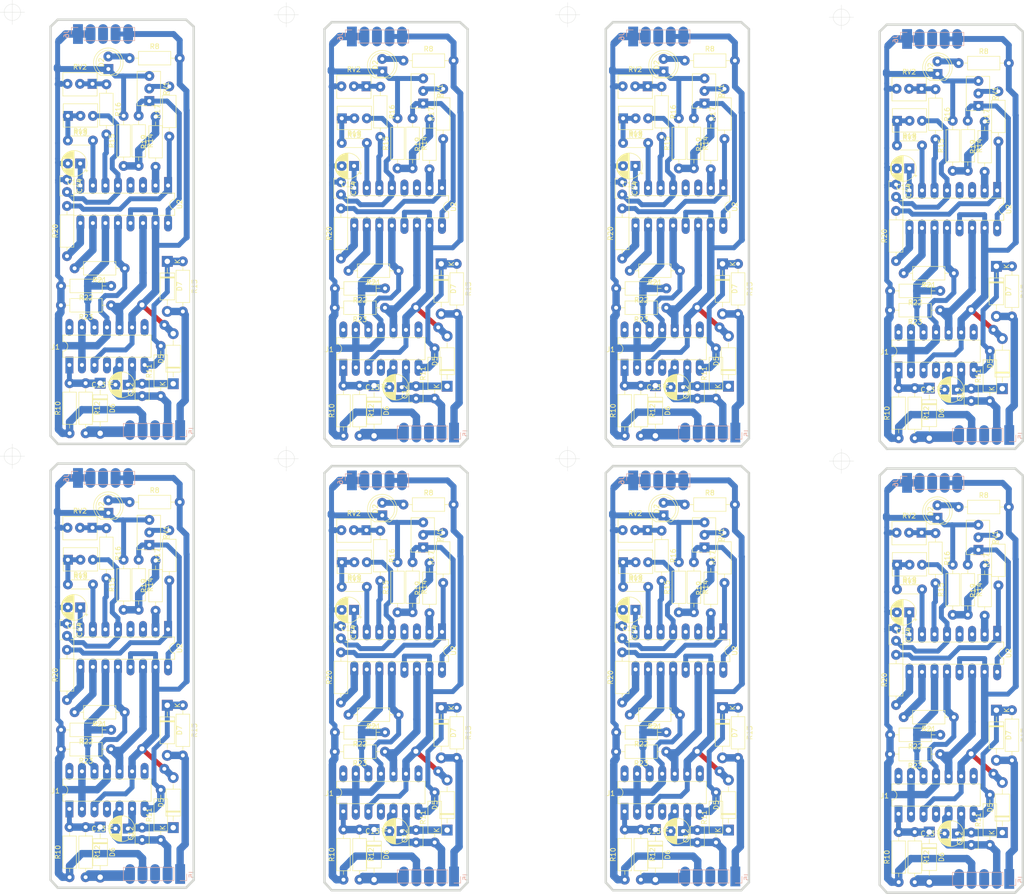
<source format=kicad_pcb>
(kicad_pcb (version 20171130) (host pcbnew 5.1.4)
  (layers (0 F.Cu signal) (31 B.Cu signal) (34 B.Paste user hide) (35 F.Paste user hide) (36 B.SilkS user hide) (37 F.SilkS user hide) (38 B.Mask user hide) (39 F.Mask user hide) (44 Edge.Cuts user))
  (net 0 "")
  (net 1 PWM_A)
  (net 2 PWM_B)
  (net 3 "Net-(D2-Pad2)")
  (net 4 Vin_CTRL)
  (net 5 "Net-(C12-Pad1)")
  (net 6 "Net-(C14-Pad2)")
  (net 7 "Net-(C15-Pad1)")
  (net 8 "Net-(R14-Pad1)")
  (net 9 "Net-(R14-Pad2)")
  (net 10 "Net-(R16-Pad1)")
  (net 11 "Net-(R16-Pad2)")
  (net 12 "Net-(R17-Pad2)")
  (net 13 "Net-(R17-Pad1)")
  (net 14 "Net-(R18-Pad2)")
  (net 15 "Net-(R18-Pad1)")
  (net 16 "Net-(R19-Pad1)")
  (net 17 "Net-(R20-Pad1)")
  (net 18 "Net-(R21-Pad2)")
  (net 19 VS1_CTRL)
  (net 20 VS2_CTRL)
  (net 21 "Net-(D6-Pad1)")
  (net 22 VG2_CTRL)
  (net 23 "Net-(D7-Pad1)")
  (net 24 VG1_CTRL)
  (module lib_fp:CP_Radial_D5.0mm_P2.50mm (layer F.Cu) (at 126.421 179.544 180)
    (fp_text reference C13 (at 5.925 -0.025) (layer F.SilkS))
    (fp_text value 22u)
    (pad 2 thru_hole circle (at 2.5 0 180) (size 2 2) (drill 0.8) (layers *.Cu *.Mask))
    (pad 1 thru_hole rect (at 0 0 180) (size 2 2) (drill 0.8) (layers *.Cu *.Mask))
  )
  (module lib_fp:R_Axial_DIN0207_L6.3mm_D2.5mm_P10.16mm_Horizontal (layer F.Cu) (at 122.074 118.637 270)
    (fp_text reference R16 (at 5.08 -2.37 90) (layer F.SilkS))
    (fp_text value 10k)
    (pad 2 thru_hole oval (at 10.16 0 270) (size 2 2) (drill 0.8) (layers *.Cu *.Mask))
    (pad 1 thru_hole circle (at 0 0 270) (size 2 2) (drill 0.8) (layers *.Cu *.Mask))
  )
  (module lib_fp:CP_Radial_D5.0mm_P2.50mm (layer F.Cu) (at 229.271 135.194 180)
    (fp_text reference C15 (at 1.25 -3.75) (layer F.SilkS))
    (fp_text value 10u)
    (pad 1 thru_hole rect (at 0 0 180) (size 2 2) (drill 0.8) (layers *.Cu *.Mask))
    (pad 2 thru_hole circle (at 2.5 0 180) (size 2 2) (drill 0.8) (layers *.Cu *.Mask))
  )
  (module lib_fp:R_Axial_DIN0207_L6.3mm_D2.5mm_P10.16mm_Horizontal (layer F.Cu) (at 125.571 135.194 90)
    (fp_text reference R15 (at 5.08 -2.37 90) (layer F.SilkS))
    (fp_text value 10k)
    (pad 2 thru_hole oval (at 10.16 0 90) (size 2 2) (drill 0.8) (layers *.Cu *.Mask))
    (pad 1 thru_hole circle (at 0 0 90) (size 2 2) (drill 0.8) (layers *.Cu *.Mask))
  )
  (module lib_fp:R_Axial_DIN0207_L6.3mm_D2.5mm_P10.16mm_Horizontal (layer F.Cu) (at 133.096 181.844 90)
    (fp_text reference R11 (at 5.08 -2.37 90) (layer F.SilkS))
    (fp_text value 1k)
    (pad 1 thru_hole circle (at 0 0 90) (size 2 2) (drill 0.8) (layers *.Cu *.Mask))
    (pad 2 thru_hole oval (at 10.16 0 90) (size 2 2) (drill 0.8) (layers *.Cu *.Mask))
  )
  (module lib_fp:D_DO-41_SOD81_P10.16mm_Horizontal (layer F.Cu) (at 246.921 155.034 270)
    (fp_text reference D7 (at 5.08 -2.47 90) (layer F.SilkS))
    (fp_text value MUR160)
    (fp_text user K (at 0 -2.1 90) (layer F.SilkS))
    (pad 2 thru_hole oval (at 10.16 0 270) (size 2.2 2.2) (drill 1.1) (layers *.Cu *.Mask))
    (pad 1 thru_hole rect (at 0 0 270) (size 2.2 2.2) (drill 1.1) (layers *.Cu *.Mask))
  )
  (module Connector_PinHeader_2.54mm:PinHeader_1x05_P2.54mm_Vertical (layer B.Cu) (at 116.321 108.444 270)
    (fp_text reference J6 (at 0 2.33 90) (layer B.SilkS) (effects (justify mirror)))
    (fp_text value Ctrl_IN)
    (pad 1 smd rect (at 0 0 270) (size 4 2) (layers B.Cu B.Paste B.Mask))
    (pad 2 smd oval (at 0 -2.54 270) (size 4 2) (layers B.Cu B.Paste B.Mask))
    (pad 3 smd oval (at 0 -5.08 270) (size 4 2) (layers B.Cu B.Paste B.Mask))
    (pad 4 smd oval (at 0 -7.62 270) (size 4 2) (layers B.Cu B.Paste B.Mask))
    (pad 5 smd oval (at 0 -10.16 270) (size 4 2) (layers B.Cu B.Paste B.Mask))
  )
  (module lib_fp:R_Axial_DIN0207_L6.3mm_D2.5mm_P10.16mm_Horizontal (layer F.Cu) (at 174.871 179.234 270)
    (fp_text reference R12 (at 5.08 -2.37 90) (layer F.SilkS))
    (fp_text value 100)
    (pad 2 thru_hole oval (at 10.16 0 270) (size 2 2) (drill 0.8) (layers *.Cu *.Mask))
    (pad 1 thru_hole circle (at 0 0 270) (size 2 2) (drill 0.8) (layers *.Cu *.Mask))
  )
  (module lib_fp:Potentiometer_Bourns_3266Y_Vertical (layer F.Cu) (at 130.774 122.037 270)
    (fp_text reference RV1 (at -2.54 -3.41 90) (layer F.SilkS))
    (fp_text value 10k)
    (pad 1 thru_hole rect (at 0 0 270) (size 2 2) (drill 0.8) (layers *.Cu *.Mask))
    (pad 2 thru_hole circle (at -2.54 0 270) (size 2 2) (drill 0.8) (layers *.Cu *.Mask))
    (pad 3 thru_hole circle (at -5.08 0 270) (size 2 2) (drill 0.8) (layers *.Cu *.Mask))
  )
  (module lib_fp:D_DO-41_SOD81_P10.16mm_Horizontal (layer F.Cu) (at 120.821 179.234 270)
    (fp_text reference D6 (at 5.08 -2.47 90) (layer F.SilkS))
    (fp_text value MUR160)
    (fp_text user K (at 0 -2.1 90) (layer F.SilkS))
    (pad 1 thru_hole rect (at 0 0 270) (size 2.2 2.2) (drill 1.1) (layers *.Cu *.Mask))
    (pad 2 thru_hole oval (at 10.16 0 270) (size 2.2 2.2) (drill 1.1) (layers *.Cu *.Mask))
  )
  (module lib_fp:D_DO-41_SOD81_P10.16mm_Horizontal (layer F.Cu) (at 135.621 179.344 90)
    (fp_text reference D5 (at 5.08 -2.47 90) (layer F.SilkS))
    (fp_text value MUR160)
    (fp_text user K (at 0 -2.1 90) (layer F.SilkS))
    (pad 2 thru_hole oval (at 10.16 0 90) (size 2.2 2.2) (drill 1.1) (layers *.Cu *.Mask))
    (pad 1 thru_hole rect (at 0 0 90) (size 2.2 2.2) (drill 1.1) (layers *.Cu *.Mask))
  )
  (module lib_fp:R_Axial_DIN0207_L6.3mm_D2.5mm_P10.16mm_Horizontal (layer F.Cu) (at 137.571 154.534 270)
    (fp_text reference R13 (at 5.08 -2.37 90) (layer F.SilkS))
    (fp_text value 100)
    (pad 2 thru_hole oval (at 10.16 0 270) (size 2 2) (drill 0.8) (layers *.Cu *.Mask))
    (pad 1 thru_hole circle (at 0 0 270) (size 2 2) (drill 0.8) (layers *.Cu *.Mask))
  )
  (module lib_fp:D_DO-41_SOD81_P10.16mm_Horizontal (layer F.Cu) (at 248.121 179.844 90)
    (fp_text reference D5 (at 5.08 -2.47 90) (layer F.SilkS))
    (fp_text value MUR160)
    (fp_text user K (at 0 -2.1 90) (layer F.SilkS))
    (pad 1 thru_hole rect (at 0 0 90) (size 2.2 2.2) (drill 1.1) (layers *.Cu *.Mask))
    (pad 2 thru_hole oval (at 10.16 0 90) (size 2.2 2.2) (drill 1.1) (layers *.Cu *.Mask))
  )
  (module lib_fp:Potentiometer_Bourns_3266Y_Vertical (layer F.Cu) (at 243.274 122.537 270)
    (fp_text reference RV1 (at -2.54 -3.41 90) (layer F.SilkS))
    (fp_text value 10k)
    (pad 3 thru_hole circle (at -5.08 0 270) (size 2 2) (drill 0.8) (layers *.Cu *.Mask))
    (pad 2 thru_hole circle (at -2.54 0 270) (size 2 2) (drill 0.8) (layers *.Cu *.Mask))
    (pad 1 thru_hole rect (at 0 0 270) (size 2 2) (drill 0.8) (layers *.Cu *.Mask))
  )
  (module lib_fp:D_DO-41_SOD81_P10.16mm_Horizontal (layer F.Cu) (at 233.321 179.734 270)
    (fp_text reference D6 (at 5.08 -2.47 90) (layer F.SilkS))
    (fp_text value MUR160)
    (fp_text user K (at 0 -2.1 90) (layer F.SilkS))
    (pad 2 thru_hole oval (at 10.16 0 270) (size 2.2 2.2) (drill 1.1) (layers *.Cu *.Mask))
    (pad 1 thru_hole rect (at 0 0 270) (size 2.2 2.2) (drill 1.1) (layers *.Cu *.Mask))
  )
  (module lib_fp:R_Axial_DIN0207_L6.3mm_D2.5mm_P10.16mm_Horizontal (layer F.Cu) (at 226.596 153.969 90)
    (fp_text reference R20 (at 5.08 -2.37 90) (layer F.SilkS))
    (fp_text value 1k)
    (pad 1 thru_hole circle (at 0 0 90) (size 2 2) (drill 0.8) (layers *.Cu *.Mask))
    (pad 2 thru_hole oval (at 10.16 0 90) (size 2 2) (drill 0.8) (layers *.Cu *.Mask))
  )
  (module lib_fp:R_Axial_DIN0207_L6.3mm_D2.5mm_P10.16mm_Horizontal (layer F.Cu) (at 182.796 155.944 180)
    (fp_text reference R21 (at 5.08 -2.37) (layer F.SilkS))
    (fp_text value 100)
    (pad 2 thru_hole oval (at 10.16 0 180) (size 2 2) (drill 0.8) (layers *.Cu *.Mask))
    (pad 1 thru_hole circle (at 0 0 180) (size 2 2) (drill 0.8) (layers *.Cu *.Mask))
  )
  (module lib_fp:R_Axial_DIN0207_L6.3mm_D2.5mm_P10.16mm_Horizontal (layer F.Cu) (at 189.046 135.369 90)
    (fp_text reference R19 (at 5.08 -2.37 90) (layer F.SilkS))
    (fp_text value 1k)
    (pad 1 thru_hole circle (at 0 0 90) (size 2 2) (drill 0.8) (layers *.Cu *.Mask))
    (pad 2 thru_hole oval (at 10.16 0 90) (size 2 2) (drill 0.8) (layers *.Cu *.Mask))
  )
  (module lib_fp:R_Axial_DIN0207_L6.3mm_D2.5mm_P10.16mm_Horizontal (layer F.Cu) (at 117.871 179.234 270)
    (fp_text reference R12 (at 5.08 -2.37 90) (layer F.SilkS))
    (fp_text value 100)
    (pad 2 thru_hole oval (at 10.16 0 270) (size 2 2) (drill 0.8) (layers *.Cu *.Mask))
    (pad 1 thru_hole circle (at 0 0 270) (size 2 2) (drill 0.8) (layers *.Cu *.Mask))
  )
  (module lib_fp:C_Disc_D3.8mm_W2.6mm_P2.50mm (layer F.Cu) (at 226.596 138.469 270)
    (fp_text reference C14 (at 1.25 -2.55 90) (layer F.SilkS))
    (fp_text value 2,2n)
    (pad 1 thru_hole circle (at 0 0 270) (size 2 2) (drill 0.8) (layers *.Cu *.Mask))
    (pad 2 thru_hole circle (at 2.5 0 270) (size 2 2) (drill 0.8) (layers *.Cu *.Mask))
  )
  (module lib_fp:R_Axial_DIN0207_L6.3mm_D2.5mm_P10.16mm_Horizontal (layer F.Cu) (at 241.121 125.519 270)
    (fp_text reference R14 (at 5.08 -2.37 90) (layer F.SilkS))
    (fp_text value 10k)
    (pad 2 thru_hole oval (at 10.16 0 270) (size 2 2) (drill 0.8) (layers *.Cu *.Mask))
    (pad 1 thru_hole circle (at 0 0 270) (size 2 2) (drill 0.8) (layers *.Cu *.Mask))
  )
  (module lib_fp:CP_Radial_D5.0mm_P2.50mm (layer F.Cu) (at 183.421 179.544 180)
    (fp_text reference C13 (at 5.925 -0.025) (layer F.SilkS))
    (fp_text value 22u)
    (pad 2 thru_hole circle (at 2.5 0 180) (size 2 2) (drill 0.8) (layers *.Cu *.Mask))
    (pad 1 thru_hole rect (at 0 0 180) (size 2 2) (drill 0.8) (layers *.Cu *.Mask))
  )
  (module lib_fp:R_Axial_DIN0207_L6.3mm_D2.5mm_P10.16mm_Horizontal (layer F.Cu) (at 114.621 189.394 90)
    (fp_text reference R10 (at 5.08 -2.37 90) (layer F.SilkS))
    (fp_text value 1k)
    (pad 2 thru_hole oval (at 10.16 0 90) (size 2 2) (drill 0.8) (layers *.Cu *.Mask))
    (pad 1 thru_hole circle (at 0 0 90) (size 2 2) (drill 0.8) (layers *.Cu *.Mask))
  )
  (module lib_fp:R_Axial_DIN0207_L6.3mm_D2.5mm_P10.16mm_Horizontal (layer F.Cu) (at 62.371 178.734 270)
    (fp_text reference R12 (at 5.08 -2.37 90) (layer F.SilkS))
    (fp_text value 100)
    (pad 1 thru_hole circle (at 0 0 270) (size 2 2) (drill 0.8) (layers *.Cu *.Mask))
    (pad 2 thru_hole oval (at 10.16 0 270) (size 2 2) (drill 0.8) (layers *.Cu *.Mask))
  )
  (module lib_fp:Potentiometer_Bourns_3266Y_Vertical (layer F.Cu) (at 114.274 125.037 180)
    (fp_text reference RV3 (at -2.54 -3.41) (layer F.SilkS))
    (fp_text value 500)
    (pad 3 thru_hole circle (at -5.08 0 180) (size 2 2) (drill 0.8) (layers *.Cu *.Mask))
    (pad 2 thru_hole circle (at -2.54 0 180) (size 2 2) (drill 0.8) (layers *.Cu *.Mask))
    (pad 1 thru_hole rect (at 0 0 180) (size 2 2) (drill 0.8) (layers *.Cu *.Mask))
  )
  (module lib_fp:R_Axial_DIN0207_L6.3mm_D2.5mm_P10.16mm_Horizontal (layer F.Cu) (at 180.021 163.444 180)
    (fp_text reference R23 (at 5.08 -2.37) (layer F.SilkS))
    (fp_text value 1k)
    (pad 2 thru_hole oval (at 10.16 0 180) (size 2 2) (drill 0.8) (layers *.Cu *.Mask))
    (pad 1 thru_hole circle (at 0 0 180) (size 2 2) (drill 0.8) (layers *.Cu *.Mask))
  )
  (module lib_fp:R_Axial_DIN0207_L6.3mm_D2.5mm_P10.16mm_Horizontal (layer F.Cu) (at 180.046 159.519 180)
    (fp_text reference R22 (at 5.08 -2.37) (layer F.SilkS))
    (fp_text value 1k)
    (pad 1 thru_hole circle (at 0 0 180) (size 2 2) (drill 0.8) (layers *.Cu *.Mask))
    (pad 2 thru_hole oval (at 10.16 0 180) (size 2 2) (drill 0.8) (layers *.Cu *.Mask))
  )
  (module lib_fp:C_Disc_D3.8mm_W2.6mm_P2.50mm (layer F.Cu) (at 129.321 179.344 270)
    (fp_text reference C12 (at 1.15 2.275 90) (layer F.SilkS))
    (fp_text value 0.1u)
    (pad 1 thru_hole circle (at 0 0 270) (size 2 2) (drill 0.8) (layers *.Cu *.Mask))
    (pad 2 thru_hole circle (at 2.5 0 270) (size 2 2) (drill 0.8) (layers *.Cu *.Mask))
  )
  (module lib_fp:R_Axial_DIN0207_L6.3mm_D2.5mm_P10.16mm_Horizontal (layer F.Cu) (at 66.574 118.137 270)
    (fp_text reference R16 (at 5.08 -2.37 90) (layer F.SilkS))
    (fp_text value 10k)
    (pad 1 thru_hole circle (at 0 0 270) (size 2 2) (drill 0.8) (layers *.Cu *.Mask))
    (pad 2 thru_hole oval (at 10.16 0 270) (size 2 2) (drill 0.8) (layers *.Cu *.Mask))
  )
  (module lib_fp:R_Axial_DIN0204_L3.6mm_D1.6mm_P5.08mm_Horizontal (layer F.Cu) (at 58.774 129.537)
    (fp_text reference R18 (at 2.54 -1.92) (layer F.SilkS))
    (fp_text value 100)
    (pad 2 thru_hole oval (at 5.08 0) (size 2 2) (drill 0.8) (layers *.Cu *.Mask))
    (pad 1 thru_hole circle (at 0 0) (size 2 2) (drill 0.8) (layers *.Cu *.Mask))
  )
  (module lib_fp:Potentiometer_Bourns_3266Y_Vertical (layer F.Cu) (at 58.774 124.537 180)
    (fp_text reference RV3 (at -2.54 -3.41) (layer F.SilkS))
    (fp_text value 500)
    (pad 1 thru_hole rect (at 0 0 180) (size 2 2) (drill 0.8) (layers *.Cu *.Mask))
    (pad 2 thru_hole circle (at -2.54 0 180) (size 2 2) (drill 0.8) (layers *.Cu *.Mask))
    (pad 3 thru_hole circle (at -5.08 0 180) (size 2 2) (drill 0.8) (layers *.Cu *.Mask))
  )
  (module lib_fp:Potentiometer_Bourns_3266Y_Vertical (layer F.Cu) (at 63.774 118.037)
    (fp_text reference RV2 (at -2.54 -3.41) (layer F.SilkS))
    (fp_text value 200k)
    (pad 3 thru_hole circle (at -5.08 0) (size 2 2) (drill 0.8) (layers *.Cu *.Mask))
    (pad 2 thru_hole circle (at -2.54 0) (size 2 2) (drill 0.8) (layers *.Cu *.Mask))
    (pad 1 thru_hole rect (at 0 0) (size 2 2) (drill 0.8) (layers *.Cu *.Mask))
  )
  (module lib_fp:R_Axial_DIN0207_L6.3mm_D2.5mm_P10.16mm_Horizontal (layer F.Cu) (at 67.521 162.944 180)
    (fp_text reference R23 (at 5.08 -2.37) (layer F.SilkS))
    (fp_text value 1k)
    (pad 1 thru_hole circle (at 0 0 180) (size 2 2) (drill 0.8) (layers *.Cu *.Mask))
    (pad 2 thru_hole oval (at 10.16 0 180) (size 2 2) (drill 0.8) (layers *.Cu *.Mask))
  )
  (module lib_fp:R_Axial_DIN0207_L6.3mm_D2.5mm_P10.16mm_Horizontal (layer F.Cu) (at 67.546 159.019 180)
    (fp_text reference R22 (at 5.08 -2.37) (layer F.SilkS))
    (fp_text value 1k)
    (pad 2 thru_hole oval (at 10.16 0 180) (size 2 2) (drill 0.8) (layers *.Cu *.Mask))
    (pad 1 thru_hole circle (at 0 0 180) (size 2 2) (drill 0.8) (layers *.Cu *.Mask))
  )
  (module lib_fp:R_Axial_DIN0207_L6.3mm_D2.5mm_P10.16mm_Horizontal (layer F.Cu) (at 70.296 155.444 180)
    (fp_text reference R21 (at 5.08 -2.37) (layer F.SilkS))
    (fp_text value 100)
    (pad 1 thru_hole circle (at 0 0 180) (size 2 2) (drill 0.8) (layers *.Cu *.Mask))
    (pad 2 thru_hole oval (at 10.16 0 180) (size 2 2) (drill 0.8) (layers *.Cu *.Mask))
  )
  (module lib_fp:R_Axial_DIN0207_L6.3mm_D2.5mm_P10.16mm_Horizontal (layer F.Cu) (at 58.596 152.969 90)
    (fp_text reference R20 (at 5.08 -2.37 90) (layer F.SilkS))
    (fp_text value 1k)
    (pad 1 thru_hole circle (at 0 0 90) (size 2 2) (drill 0.8) (layers *.Cu *.Mask))
    (pad 2 thru_hole oval (at 10.16 0 90) (size 2 2) (drill 0.8) (layers *.Cu *.Mask))
  )
  (module lib_fp:R_Axial_DIN0207_L6.3mm_D2.5mm_P10.16mm_Horizontal (layer F.Cu) (at 76.546 134.869 90)
    (fp_text reference R19 (at 5.08 -2.37 90) (layer F.SilkS))
    (fp_text value 1k)
    (pad 2 thru_hole oval (at 10.16 0 90) (size 2 2) (drill 0.8) (layers *.Cu *.Mask))
    (pad 1 thru_hole circle (at 0 0 90) (size 2 2) (drill 0.8) (layers *.Cu *.Mask))
  )
  (module lib_fp:R_Axial_DIN0207_L6.3mm_D2.5mm_P10.16mm_Horizontal (layer F.Cu) (at 79.321 128.729 90)
    (fp_text reference R17 (at 5.08 -2.37 90) (layer F.SilkS))
    (fp_text value 1k)
    (pad 1 thru_hole circle (at 0 0 90) (size 2 2) (drill 0.8) (layers *.Cu *.Mask))
    (pad 2 thru_hole oval (at 10.16 0 90) (size 2 2) (drill 0.8) (layers *.Cu *.Mask))
  )
  (module lib_fp:R_Axial_DIN0207_L6.3mm_D2.5mm_P10.16mm_Horizontal (layer F.Cu) (at 70.071 134.694 90)
    (fp_text reference R15 (at 5.08 -2.37 90) (layer F.SilkS))
    (fp_text value 10k)
    (pad 1 thru_hole circle (at 0 0 90) (size 2 2) (drill 0.8) (layers *.Cu *.Mask))
    (pad 2 thru_hole oval (at 10.16 0 90) (size 2 2) (drill 0.8) (layers *.Cu *.Mask))
  )
  (module lib_fp:R_Axial_DIN0207_L6.3mm_D2.5mm_P10.16mm_Horizontal (layer F.Cu) (at 73.121 124.519 270)
    (fp_text reference R14 (at 5.08 -2.37 90) (layer F.SilkS))
    (fp_text value 10k)
    (pad 2 thru_hole oval (at 10.16 0 270) (size 2 2) (drill 0.8) (layers *.Cu *.Mask))
    (pad 1 thru_hole circle (at 0 0 270) (size 2 2) (drill 0.8) (layers *.Cu *.Mask))
  )
  (module lib_fp:R_Axial_DIN0207_L6.3mm_D2.5mm_P10.16mm_Horizontal (layer F.Cu) (at 71.274 112.837)
    (fp_text reference R8 (at 5.08 -2.37) (layer F.SilkS))
    (fp_text value 2,2k)
    (pad 2 thru_hole oval (at 10.16 0) (size 2 2) (drill 0.8) (layers *.Cu *.Mask))
    (pad 1 thru_hole circle (at 0 0) (size 2 2) (drill 0.8) (layers *.Cu *.Mask))
  )
  (module lib_fp:D_DO-41_SOD81_P10.16mm_Horizontal (layer F.Cu) (at 78.921 154.034 270)
    (fp_text reference D7 (at 5.08 -2.47 90) (layer F.SilkS))
    (fp_text value MUR160)
    (fp_text user K (at 0 -2.1 90) (layer F.SilkS))
    (pad 2 thru_hole oval (at 10.16 0 270) (size 2.2 2.2) (drill 1.1) (layers *.Cu *.Mask))
    (pad 1 thru_hole rect (at 0 0 270) (size 2.2 2.2) (drill 1.1) (layers *.Cu *.Mask))
  )
  (module lib_fp:D_DO-41_SOD81_P10.16mm_Horizontal (layer F.Cu) (at 65.321 178.734 270)
    (fp_text reference D6 (at 5.08 -2.47 90) (layer F.SilkS))
    (fp_text value MUR160)
    (fp_text user K (at 0 -2.1 90) (layer F.SilkS))
    (pad 2 thru_hole oval (at 10.16 0 270) (size 2.2 2.2) (drill 1.1) (layers *.Cu *.Mask))
    (pad 1 thru_hole rect (at 0 0 270) (size 2.2 2.2) (drill 1.1) (layers *.Cu *.Mask))
  )
  (module lib_fp:D_DO-41_SOD81_P10.16mm_Horizontal (layer F.Cu) (at 80.121 178.844 90)
    (fp_text reference D5 (at 5.08 -2.47 90) (layer F.SilkS))
    (fp_text value MUR160)
    (fp_text user K (at 0 -2.1 90) (layer F.SilkS))
    (pad 1 thru_hole rect (at 0 0 90) (size 2.2 2.2) (drill 1.1) (layers *.Cu *.Mask))
    (pad 2 thru_hole oval (at 10.16 0 90) (size 2.2 2.2) (drill 1.1) (layers *.Cu *.Mask))
  )
  (module lib_fp:DIP-16_W7.62mm_LongPads (layer F.Cu) (at 79.081 138.649 270)
    (fp_text reference U2 (at 3.81 -2.33 90) (layer F.SilkS))
    (fp_text value SG3525)
    (pad 1 thru_hole rect (at 0 0 270) (size 3.4 1.6) (drill 0.8) (layers *.Cu *.Mask))
    (pad 9 thru_hole oval (at 7.62 17.78 270) (size 3.4 1.6) (drill 0.8) (layers *.Cu *.Mask))
    (pad 2 thru_hole oval (at 0 2.54 270) (size 3.4 1.6) (drill 0.8) (layers *.Cu *.Mask))
    (pad 10 thru_hole oval (at 7.62 15.24 270) (size 3.4 1.6) (drill 0.8) (layers *.Cu *.Mask))
    (pad 3 thru_hole oval (at 0 5.08 270) (size 3.4 1.6) (drill 0.8) (layers *.Cu *.Mask))
    (pad 11 thru_hole oval (at 7.62 12.7 270) (size 3.4 1.6) (drill 0.8) (layers *.Cu *.Mask))
    (pad 4 thru_hole oval (at 0 7.62 270) (size 3.4 1.6) (drill 0.8) (layers *.Cu *.Mask))
    (pad 12 thru_hole oval (at 7.62 10.16 270) (size 3.4 1.6) (drill 0.8) (layers *.Cu *.Mask))
    (pad 5 thru_hole oval (at 0 10.16 270) (size 3.4 1.6) (drill 0.8) (layers *.Cu *.Mask))
    (pad 13 thru_hole oval (at 7.62 7.62 270) (size 3.4 1.6) (drill 0.8) (layers *.Cu *.Mask))
    (pad 6 thru_hole oval (at 0 12.7 270) (size 3.4 1.6) (drill 0.8) (layers *.Cu *.Mask))
    (pad 14 thru_hole oval (at 7.62 5.08 270) (size 3.4 1.6) (drill 0.8) (layers *.Cu *.Mask))
    (pad 7 thru_hole oval (at 0 15.24 270) (size 3.4 1.6) (drill 0.8) (layers *.Cu *.Mask))
    (pad 15 thru_hole oval (at 7.62 2.54 270) (size 3.4 1.6) (drill 0.8) (layers *.Cu *.Mask))
    (pad 8 thru_hole oval (at 0 17.78 270) (size 3.4 1.6) (drill 0.8) (layers *.Cu *.Mask))
    (pad 16 thru_hole oval (at 7.62 0 270) (size 3.4 1.6) (drill 0.8) (layers *.Cu *.Mask))
  )
  (module lib_fp:Potentiometer_Bourns_3266Y_Vertical (layer F.Cu) (at 75.274 121.537 270)
    (fp_text reference RV1 (at -2.54 -3.41 90) (layer F.SilkS))
    (fp_text value 10k)
    (pad 3 thru_hole circle (at -5.08 0 270) (size 2 2) (drill 0.8) (layers *.Cu *.Mask))
    (pad 2 thru_hole circle (at -2.54 0 270) (size 2 2) (drill 0.8) (layers *.Cu *.Mask))
    (pad 1 thru_hole rect (at 0 0 270) (size 2 2) (drill 0.8) (layers *.Cu *.Mask))
  )
  (module lib_fp:R_Axial_DIN0207_L6.3mm_D2.5mm_P10.16mm_Horizontal (layer F.Cu) (at 59.121 188.894 90)
    (fp_text reference R10 (at 5.08 -2.37 90) (layer F.SilkS))
    (fp_text value 1k)
    (pad 1 thru_hole circle (at 0 0 90) (size 2 2) (drill 0.8) (layers *.Cu *.Mask))
    (pad 2 thru_hole oval (at 10.16 0 90) (size 2 2) (drill 0.8) (layers *.Cu *.Mask))
  )
  (module lib_fp:DIP-14_W7.62mm_LongPads (layer F.Cu) (at 59.081 175.044 90)
    (fp_text reference U1 (at 3.65 -2.95 180) (layer F.SilkS))
    (fp_text value IR2110)
    (pad 1 thru_hole rect (at 0 0 90) (size 3.4 1.6) (drill 0.8) (layers *.Cu *.Mask))
    (pad 8 thru_hole oval (at 7.62 15.24 90) (size 3.4 1.6) (drill 0.8) (layers *.Cu *.Mask))
    (pad 2 thru_hole oval (at 0 2.54 90) (size 3.4 1.6) (drill 0.8) (layers *.Cu *.Mask))
    (pad 9 thru_hole oval (at 7.62 12.7 90) (size 3.4 1.6) (drill 0.8) (layers *.Cu *.Mask))
    (pad 3 thru_hole oval (at 0 5.08 90) (size 3.4 1.6) (drill 0.8) (layers *.Cu *.Mask))
    (pad 10 thru_hole oval (at 7.62 10.16 90) (size 3.4 1.6) (drill 0.8) (layers *.Cu *.Mask))
    (pad 4 thru_hole oval (at 0 7.62 90) (size 3.4 1.6) (drill 0.8) (layers *.Cu *.Mask))
    (pad 11 thru_hole oval (at 7.62 7.62 90) (size 3.4 1.6) (drill 0.8) (layers *.Cu *.Mask))
    (pad 5 thru_hole oval (at 0 10.16 90) (size 3.4 1.6) (drill 0.8) (layers *.Cu *.Mask))
    (pad 12 thru_hole oval (at 7.62 5.08 90) (size 3.4 1.6) (drill 0.8) (layers *.Cu *.Mask))
    (pad 6 thru_hole oval (at 0 12.7 90) (size 3.4 1.6) (drill 0.8) (layers *.Cu *.Mask))
    (pad 13 thru_hole oval (at 7.62 2.54 90) (size 3.4 1.6) (drill 0.8) (layers *.Cu *.Mask))
    (pad 7 thru_hole oval (at 0 15.24 90) (size 3.4 1.6) (drill 0.8) (layers *.Cu *.Mask))
    (pad 14 thru_hole oval (at 7.62 0 90) (size 3.4 1.6) (drill 0.8) (layers *.Cu *.Mask))
  )
  (module lib_fp:R_Axial_DIN0207_L6.3mm_D2.5mm_P10.16mm_Horizontal (layer F.Cu) (at 82.071 154.034 270)
    (fp_text reference R13 (at 5.08 -2.37 90) (layer F.SilkS))
    (fp_text value 100)
    (pad 1 thru_hole circle (at 0 0 270) (size 2 2) (drill 0.8) (layers *.Cu *.Mask))
    (pad 2 thru_hole oval (at 10.16 0 270) (size 2 2) (drill 0.8) (layers *.Cu *.Mask))
  )
  (module lib_fp:C_Disc_D3.8mm_W2.6mm_P2.50mm (layer F.Cu) (at 73.821 178.844 270)
    (fp_text reference C12 (at 1.15 2.275 90) (layer F.SilkS))
    (fp_text value 0.1u)
    (pad 2 thru_hole circle (at 2.5 0 270) (size 2 2) (drill 0.8) (layers *.Cu *.Mask))
    (pad 1 thru_hole circle (at 0 0 270) (size 2 2) (drill 0.8) (layers *.Cu *.Mask))
  )
  (module lib_fp:CP_Radial_D5.0mm_P2.50mm (layer F.Cu) (at 61.271 134.194 180)
    (fp_text reference C15 (at 1.25 -3.75) (layer F.SilkS))
    (fp_text value 10u)
    (pad 1 thru_hole rect (at 0 0 180) (size 2 2) (drill 0.8) (layers *.Cu *.Mask))
    (pad 2 thru_hole circle (at 2.5 0 180) (size 2 2) (drill 0.8) (layers *.Cu *.Mask))
  )
  (module lib_fp:C_Disc_D3.8mm_W2.6mm_P2.50mm (layer F.Cu) (at 58.596 137.469 270)
    (fp_text reference C14 (at 1.25 -2.55 90) (layer F.SilkS))
    (fp_text value 2,2n)
    (pad 1 thru_hole circle (at 0 0 270) (size 2 2) (drill 0.8) (layers *.Cu *.Mask))
    (pad 2 thru_hole circle (at 2.5 0 270) (size 2 2) (drill 0.8) (layers *.Cu *.Mask))
  )
  (module lib_fp:LED_D5.0mm_Clear (layer F.Cu) (at 66.974 115.037 90)
    (fp_text reference D2 (at 1.325 -1.4 90) (layer F.SilkS))
    (fp_text value G)
    (pad 2 thru_hole circle (at 2.54 0 90) (size 2 2) (drill 0.8) (layers *.Cu *.Mask))
    (pad 1 thru_hole rect (at 0 0 90) (size 2 2) (drill 0.8) (layers *.Cu *.Mask))
  )
  (module lib_fp:R_Axial_DIN0207_L6.3mm_D2.5mm_P10.16mm_Horizontal (layer F.Cu) (at 123.046 159.519 180)
    (fp_text reference R22 (at 5.08 -2.37) (layer F.SilkS))
    (fp_text value 1k)
    (pad 1 thru_hole circle (at 0 0 180) (size 2 2) (drill 0.8) (layers *.Cu *.Mask))
    (pad 2 thru_hole oval (at 10.16 0 180) (size 2 2) (drill 0.8) (layers *.Cu *.Mask))
  )
  (module lib_fp:R_Axial_DIN0207_L6.3mm_D2.5mm_P10.16mm_Horizontal (layer F.Cu) (at 123.021 163.444 180)
    (fp_text reference R23 (at 5.08 -2.37) (layer F.SilkS))
    (fp_text value 1k)
    (pad 2 thru_hole oval (at 10.16 0 180) (size 2 2) (drill 0.8) (layers *.Cu *.Mask))
    (pad 1 thru_hole circle (at 0 0 180) (size 2 2) (drill 0.8) (layers *.Cu *.Mask))
  )
  (module lib_fp:R_Axial_DIN0207_L6.3mm_D2.5mm_P10.16mm_Horizontal (layer F.Cu) (at 77.596 181.344 90)
    (fp_text reference R11 (at 5.08 -2.37 90) (layer F.SilkS))
    (fp_text value 1k)
    (pad 2 thru_hole oval (at 10.16 0 90) (size 2 2) (drill 0.8) (layers *.Cu *.Mask))
    (pad 1 thru_hole circle (at 0 0 90) (size 2 2) (drill 0.8) (layers *.Cu *.Mask))
  )
  (module lib_fp:R_Axial_DIN0207_L6.3mm_D2.5mm_P10.16mm_Horizontal (layer F.Cu) (at 247.321 129.729 90)
    (fp_text reference R17 (at 5.08 -2.37 90) (layer F.SilkS))
    (fp_text value 1k)
    (pad 1 thru_hole circle (at 0 0 90) (size 2 2) (drill 0.8) (layers *.Cu *.Mask))
    (pad 2 thru_hole oval (at 10.16 0 90) (size 2 2) (drill 0.8) (layers *.Cu *.Mask))
  )
  (module lib_fp:Potentiometer_Bourns_3266Y_Vertical (layer F.Cu) (at 119.274 118.537)
    (fp_text reference RV2 (at -2.54 -3.41) (layer F.SilkS))
    (fp_text value 200k)
    (pad 1 thru_hole rect (at 0 0) (size 2 2) (drill 0.8) (layers *.Cu *.Mask))
    (pad 2 thru_hole circle (at -2.54 0) (size 2 2) (drill 0.8) (layers *.Cu *.Mask))
    (pad 3 thru_hole circle (at -5.08 0) (size 2 2) (drill 0.8) (layers *.Cu *.Mask))
  )
  (module lib_fp:R_Axial_DIN0204_L3.6mm_D1.6mm_P5.08mm_Horizontal (layer F.Cu) (at 114.274 130.037)
    (fp_text reference R18 (at 2.54 -1.92) (layer F.SilkS))
    (fp_text value 100)
    (pad 1 thru_hole circle (at 0 0) (size 2 2) (drill 0.8) (layers *.Cu *.Mask))
    (pad 2 thru_hole oval (at 5.08 0) (size 2 2) (drill 0.8) (layers *.Cu *.Mask))
  )
  (module lib_fp:R_Axial_DIN0207_L6.3mm_D2.5mm_P10.16mm_Horizontal (layer F.Cu) (at 132.046 135.369 90)
    (fp_text reference R19 (at 5.08 -2.37 90) (layer F.SilkS))
    (fp_text value 1k)
    (pad 1 thru_hole circle (at 0 0 90) (size 2 2) (drill 0.8) (layers *.Cu *.Mask))
    (pad 2 thru_hole oval (at 10.16 0 90) (size 2 2) (drill 0.8) (layers *.Cu *.Mask))
  )
  (module Connector_PinHeader_2.54mm:PinHeader_1x05_P2.54mm_Vertical (layer B.Cu) (at 137.021 188.744 90)
    (fp_text reference J5 (at 0 2.33 270) (layer B.SilkS) (effects (justify mirror)))
    (fp_text value Ctrl_OUT)
    (pad 1 smd rect (at 0 0 90) (size 4 2) (layers B.Cu B.Paste B.Mask))
    (pad 2 smd oval (at 0 -2.54 90) (size 4 2) (layers B.Cu B.Paste B.Mask))
    (pad 3 smd oval (at 0 -5.08 90) (size 4 2) (layers B.Cu B.Paste B.Mask))
    (pad 4 smd oval (at 0 -7.62 90) (size 4 2) (layers B.Cu B.Paste B.Mask))
    (pad 5 smd oval (at 0 -10.16 90) (size 4 2) (layers B.Cu B.Paste B.Mask))
  )
  (module lib_fp:Potentiometer_Bourns_3266Y_Vertical (layer F.Cu) (at 231.774 119.037)
    (fp_text reference RV2 (at -2.54 -3.41) (layer F.SilkS))
    (fp_text value 200k)
    (pad 3 thru_hole circle (at -5.08 0) (size 2 2) (drill 0.8) (layers *.Cu *.Mask))
    (pad 2 thru_hole circle (at -2.54 0) (size 2 2) (drill 0.8) (layers *.Cu *.Mask))
    (pad 1 thru_hole rect (at 0 0) (size 2 2) (drill 0.8) (layers *.Cu *.Mask))
  )
  (module lib_fp:R_Axial_DIN0207_L6.3mm_D2.5mm_P10.16mm_Horizontal (layer F.Cu) (at 171.621 189.394 90)
    (fp_text reference R10 (at 5.08 -2.37 90) (layer F.SilkS))
    (fp_text value 1k)
    (pad 2 thru_hole oval (at 10.16 0 90) (size 2 2) (drill 0.8) (layers *.Cu *.Mask))
    (pad 1 thru_hole circle (at 0 0 90) (size 2 2) (drill 0.8) (layers *.Cu *.Mask))
  )
  (module lib_fp:R_Axial_DIN0207_L6.3mm_D2.5mm_P10.16mm_Horizontal (layer F.Cu) (at 114.096 153.469 90)
    (fp_text reference R20 (at 5.08 -2.37 90) (layer F.SilkS))
    (fp_text value 1k)
    (pad 2 thru_hole oval (at 10.16 0 90) (size 2 2) (drill 0.8) (layers *.Cu *.Mask))
    (pad 1 thru_hole circle (at 0 0 90) (size 2 2) (drill 0.8) (layers *.Cu *.Mask))
  )
  (module lib_fp:R_Axial_DIN0204_L3.6mm_D1.6mm_P5.08mm_Horizontal (layer F.Cu) (at 226.774 130.537)
    (fp_text reference R18 (at 2.54 -1.92) (layer F.SilkS))
    (fp_text value 100)
    (pad 2 thru_hole oval (at 5.08 0) (size 2 2) (drill 0.8) (layers *.Cu *.Mask))
    (pad 1 thru_hole circle (at 0 0) (size 2 2) (drill 0.8) (layers *.Cu *.Mask))
  )
  (module lib_fp:R_Axial_DIN0207_L6.3mm_D2.5mm_P10.16mm_Horizontal (layer F.Cu) (at 194.571 154.534 270)
    (fp_text reference R13 (at 5.08 -2.37 90) (layer F.SilkS))
    (fp_text value 100)
    (pad 2 thru_hole oval (at 10.16 0 270) (size 2 2) (drill 0.8) (layers *.Cu *.Mask))
    (pad 1 thru_hole circle (at 0 0 270) (size 2 2) (drill 0.8) (layers *.Cu *.Mask))
  )
  (module lib_fp:LED_D5.0mm_Clear (layer F.Cu) (at 234.974 116.037 90)
    (fp_text reference D2 (at 1.325 -1.4 90) (layer F.SilkS))
    (fp_text value G)
    (pad 2 thru_hole circle (at 2.54 0 90) (size 2 2) (drill 0.8) (layers *.Cu *.Mask))
    (pad 1 thru_hole rect (at 0 0 90) (size 2 2) (drill 0.8) (layers *.Cu *.Mask))
  )
  (module lib_fp:R_Axial_DIN0207_L6.3mm_D2.5mm_P10.16mm_Horizontal (layer F.Cu) (at 128.621 125.019 270)
    (fp_text reference R14 (at 5.08 -2.37 90) (layer F.SilkS))
    (fp_text value 10k)
    (pad 1 thru_hole circle (at 0 0 270) (size 2 2) (drill 0.8) (layers *.Cu *.Mask))
    (pad 2 thru_hole oval (at 10.16 0 270) (size 2 2) (drill 0.8) (layers *.Cu *.Mask))
  )
  (module lib_fp:R_Axial_DIN0207_L6.3mm_D2.5mm_P10.16mm_Horizontal (layer F.Cu) (at 244.546 135.869 90)
    (fp_text reference R19 (at 5.08 -2.37 90) (layer F.SilkS))
    (fp_text value 1k)
    (pad 2 thru_hole oval (at 10.16 0 90) (size 2 2) (drill 0.8) (layers *.Cu *.Mask))
    (pad 1 thru_hole circle (at 0 0 90) (size 2 2) (drill 0.8) (layers *.Cu *.Mask))
  )
  (module Connector_PinHeader_2.54mm:PinHeader_1x05_P2.54mm_Vertical (layer B.Cu) (at 249.521 189.244 90)
    (fp_text reference J5 (at 0 2.33 270) (layer B.SilkS) (effects (justify mirror)))
    (fp_text value Ctrl_OUT)
    (pad 5 smd oval (at 0 -10.16 90) (size 4 2) (layers B.Cu B.Paste B.Mask))
    (pad 4 smd oval (at 0 -7.62 90) (size 4 2) (layers B.Cu B.Paste B.Mask))
    (pad 3 smd oval (at 0 -5.08 90) (size 4 2) (layers B.Cu B.Paste B.Mask))
    (pad 2 smd oval (at 0 -2.54 90) (size 4 2) (layers B.Cu B.Paste B.Mask))
    (pad 1 smd rect (at 0 0 90) (size 4 2) (layers B.Cu B.Paste B.Mask))
  )
  (module Connector_PinHeader_2.54mm:PinHeader_1x05_P2.54mm_Vertical (layer B.Cu) (at 81.521 188.244 90)
    (fp_text reference J5 (at 0 2.33 270) (layer B.SilkS) (effects (justify mirror)))
    (fp_text value Ctrl_OUT)
    (pad 5 smd oval (at 0 -10.16 90) (size 4 2) (layers B.Cu B.Paste B.Mask))
    (pad 4 smd oval (at 0 -7.62 90) (size 4 2) (layers B.Cu B.Paste B.Mask))
    (pad 3 smd oval (at 0 -5.08 90) (size 4 2) (layers B.Cu B.Paste B.Mask))
    (pad 2 smd oval (at 0 -2.54 90) (size 4 2) (layers B.Cu B.Paste B.Mask))
    (pad 1 smd rect (at 0 0 90) (size 4 2) (layers B.Cu B.Paste B.Mask))
  )
  (module Connector_PinHeader_2.54mm:PinHeader_1x05_P2.54mm_Vertical (layer B.Cu) (at 60.821 107.944 270)
    (fp_text reference J6 (at 0 2.33 90) (layer B.SilkS) (effects (justify mirror)))
    (fp_text value Ctrl_IN)
    (pad 5 smd oval (at 0 -10.16 270) (size 4 2) (layers B.Cu B.Paste B.Mask))
    (pad 4 smd oval (at 0 -7.62 270) (size 4 2) (layers B.Cu B.Paste B.Mask))
    (pad 3 smd oval (at 0 -5.08 270) (size 4 2) (layers B.Cu B.Paste B.Mask))
    (pad 2 smd oval (at 0 -2.54 270) (size 4 2) (layers B.Cu B.Paste B.Mask))
    (pad 1 smd rect (at 0 0 270) (size 4 2) (layers B.Cu B.Paste B.Mask))
  )
  (module lib_fp:CP_Radial_D5.0mm_P2.50mm (layer F.Cu) (at 70.921 179.044 180)
    (fp_text reference C13 (at 5.925 -0.025) (layer F.SilkS))
    (fp_text value 22u)
    (pad 1 thru_hole rect (at 0 0 180) (size 2 2) (drill 0.8) (layers *.Cu *.Mask))
    (pad 2 thru_hole circle (at 2.5 0 180) (size 2 2) (drill 0.8) (layers *.Cu *.Mask))
  )
  (module lib_fp:DIP-14_W7.62mm_LongPads (layer F.Cu) (at 114.581 175.544 90)
    (fp_text reference U1 (at 3.65 -2.95 180) (layer F.SilkS))
    (fp_text value IR2110)
    (pad 14 thru_hole oval (at 7.62 0 90) (size 3.4 1.6) (drill 0.8) (layers *.Cu *.Mask))
    (pad 7 thru_hole oval (at 0 15.24 90) (size 3.4 1.6) (drill 0.8) (layers *.Cu *.Mask))
    (pad 13 thru_hole oval (at 7.62 2.54 90) (size 3.4 1.6) (drill 0.8) (layers *.Cu *.Mask))
    (pad 6 thru_hole oval (at 0 12.7 90) (size 3.4 1.6) (drill 0.8) (layers *.Cu *.Mask))
    (pad 12 thru_hole oval (at 7.62 5.08 90) (size 3.4 1.6) (drill 0.8) (layers *.Cu *.Mask))
    (pad 5 thru_hole oval (at 0 10.16 90) (size 3.4 1.6) (drill 0.8) (layers *.Cu *.Mask))
    (pad 11 thru_hole oval (at 7.62 7.62 90) (size 3.4 1.6) (drill 0.8) (layers *.Cu *.Mask))
    (pad 4 thru_hole oval (at 0 7.62 90) (size 3.4 1.6) (drill 0.8) (layers *.Cu *.Mask))
    (pad 10 thru_hole oval (at 7.62 10.16 90) (size 3.4 1.6) (drill 0.8) (layers *.Cu *.Mask))
    (pad 3 thru_hole oval (at 0 5.08 90) (size 3.4 1.6) (drill 0.8) (layers *.Cu *.Mask))
    (pad 9 thru_hole oval (at 7.62 12.7 90) (size 3.4 1.6) (drill 0.8) (layers *.Cu *.Mask))
    (pad 2 thru_hole oval (at 0 2.54 90) (size 3.4 1.6) (drill 0.8) (layers *.Cu *.Mask))
    (pad 8 thru_hole oval (at 7.62 15.24 90) (size 3.4 1.6) (drill 0.8) (layers *.Cu *.Mask))
    (pad 1 thru_hole rect (at 0 0 90) (size 3.4 1.6) (drill 0.8) (layers *.Cu *.Mask))
  )
  (module lib_fp:D_DO-41_SOD81_P10.16mm_Horizontal (layer F.Cu) (at 177.821 179.234 270)
    (fp_text reference D6 (at 5.08 -2.47 90) (layer F.SilkS))
    (fp_text value MUR160)
    (fp_text user K (at 0 -2.1 90) (layer F.SilkS))
    (pad 1 thru_hole rect (at 0 0 270) (size 2.2 2.2) (drill 1.1) (layers *.Cu *.Mask))
    (pad 2 thru_hole oval (at 10.16 0 270) (size 2.2 2.2) (drill 1.1) (layers *.Cu *.Mask))
  )
  (module lib_fp:DIP-16_W7.62mm_LongPads (layer F.Cu) (at 134.581 139.149 270)
    (fp_text reference U2 (at 3.81 -2.33 90) (layer F.SilkS))
    (fp_text value SG3525)
    (pad 16 thru_hole oval (at 7.62 0 270) (size 3.4 1.6) (drill 0.8) (layers *.Cu *.Mask))
    (pad 8 thru_hole oval (at 0 17.78 270) (size 3.4 1.6) (drill 0.8) (layers *.Cu *.Mask))
    (pad 15 thru_hole oval (at 7.62 2.54 270) (size 3.4 1.6) (drill 0.8) (layers *.Cu *.Mask))
    (pad 7 thru_hole oval (at 0 15.24 270) (size 3.4 1.6) (drill 0.8) (layers *.Cu *.Mask))
    (pad 14 thru_hole oval (at 7.62 5.08 270) (size 3.4 1.6) (drill 0.8) (layers *.Cu *.Mask))
    (pad 6 thru_hole oval (at 0 12.7 270) (size 3.4 1.6) (drill 0.8) (layers *.Cu *.Mask))
    (pad 13 thru_hole oval (at 7.62 7.62 270) (size 3.4 1.6) (drill 0.8) (layers *.Cu *.Mask))
    (pad 5 thru_hole oval (at 0 10.16 270) (size 3.4 1.6) (drill 0.8) (layers *.Cu *.Mask))
    (pad 12 thru_hole oval (at 7.62 10.16 270) (size 3.4 1.6) (drill 0.8) (layers *.Cu *.Mask))
    (pad 4 thru_hole oval (at 0 7.62 270) (size 3.4 1.6) (drill 0.8) (layers *.Cu *.Mask))
    (pad 11 thru_hole oval (at 7.62 12.7 270) (size 3.4 1.6) (drill 0.8) (layers *.Cu *.Mask))
    (pad 3 thru_hole oval (at 0 5.08 270) (size 3.4 1.6) (drill 0.8) (layers *.Cu *.Mask))
    (pad 10 thru_hole oval (at 7.62 15.24 270) (size 3.4 1.6) (drill 0.8) (layers *.Cu *.Mask))
    (pad 2 thru_hole oval (at 0 2.54 270) (size 3.4 1.6) (drill 0.8) (layers *.Cu *.Mask))
    (pad 9 thru_hole oval (at 7.62 17.78 270) (size 3.4 1.6) (drill 0.8) (layers *.Cu *.Mask))
    (pad 1 thru_hole rect (at 0 0 270) (size 3.4 1.6) (drill 0.8) (layers *.Cu *.Mask))
  )
  (module lib_fp:R_Axial_DIN0207_L6.3mm_D2.5mm_P10.16mm_Horizontal (layer F.Cu) (at 126.774 113.337)
    (fp_text reference R8 (at 5.08 -2.37) (layer F.SilkS))
    (fp_text value 2,2k)
    (pad 1 thru_hole circle (at 0 0) (size 2 2) (drill 0.8) (layers *.Cu *.Mask))
    (pad 2 thru_hole oval (at 10.16 0) (size 2 2) (drill 0.8) (layers *.Cu *.Mask))
  )
  (module lib_fp:D_DO-41_SOD81_P10.16mm_Horizontal (layer F.Cu) (at 134.421 154.534 270)
    (fp_text reference D7 (at 5.08 -2.47 90) (layer F.SilkS))
    (fp_text value MUR160)
    (fp_text user K (at 0 -2.1 90) (layer F.SilkS))
    (pad 1 thru_hole rect (at 0 0 270) (size 2.2 2.2) (drill 1.1) (layers *.Cu *.Mask))
    (pad 2 thru_hole oval (at 10.16 0 270) (size 2.2 2.2) (drill 1.1) (layers *.Cu *.Mask))
  )
  (module lib_fp:R_Axial_DIN0207_L6.3mm_D2.5mm_P10.16mm_Horizontal (layer F.Cu) (at 134.821 129.229 90)
    (fp_text reference R17 (at 5.08 -2.37 90) (layer F.SilkS))
    (fp_text value 1k)
    (pad 2 thru_hole oval (at 10.16 0 90) (size 2 2) (drill 0.8) (layers *.Cu *.Mask))
    (pad 1 thru_hole circle (at 0 0 90) (size 2 2) (drill 0.8) (layers *.Cu *.Mask))
  )
  (module lib_fp:R_Axial_DIN0207_L6.3mm_D2.5mm_P10.16mm_Horizontal (layer F.Cu) (at 239.274 113.837)
    (fp_text reference R8 (at 5.08 -2.37) (layer F.SilkS))
    (fp_text value 2,2k)
    (pad 2 thru_hole oval (at 10.16 0) (size 2 2) (drill 0.8) (layers *.Cu *.Mask))
    (pad 1 thru_hole circle (at 0 0) (size 2 2) (drill 0.8) (layers *.Cu *.Mask))
  )
  (module Connector_PinHeader_2.54mm:PinHeader_1x05_P2.54mm_Vertical (layer B.Cu) (at 194.021 188.744 90)
    (fp_text reference J5 (at 0 2.33 270) (layer B.SilkS) (effects (justify mirror)))
    (fp_text value Ctrl_OUT)
    (pad 1 smd rect (at 0 0 90) (size 4 2) (layers B.Cu B.Paste B.Mask))
    (pad 2 smd oval (at 0 -2.54 90) (size 4 2) (layers B.Cu B.Paste B.Mask))
    (pad 3 smd oval (at 0 -5.08 90) (size 4 2) (layers B.Cu B.Paste B.Mask))
    (pad 4 smd oval (at 0 -7.62 90) (size 4 2) (layers B.Cu B.Paste B.Mask))
    (pad 5 smd oval (at 0 -10.16 90) (size 4 2) (layers B.Cu B.Paste B.Mask))
  )
  (module lib_fp:R_Axial_DIN0207_L6.3mm_D2.5mm_P10.16mm_Horizontal (layer F.Cu) (at 190.096 181.844 90)
    (fp_text reference R11 (at 5.08 -2.37 90) (layer F.SilkS))
    (fp_text value 1k)
    (pad 1 thru_hole circle (at 0 0 90) (size 2 2) (drill 0.8) (layers *.Cu *.Mask))
    (pad 2 thru_hole oval (at 10.16 0 90) (size 2 2) (drill 0.8) (layers *.Cu *.Mask))
  )
  (module lib_fp:DIP-14_W7.62mm_LongPads (layer F.Cu) (at 227.081 176.044 90)
    (fp_text reference U1 (at 3.65 -2.95 180) (layer F.SilkS))
    (fp_text value IR2110)
    (pad 1 thru_hole rect (at 0 0 90) (size 3.4 1.6) (drill 0.8) (layers *.Cu *.Mask))
    (pad 8 thru_hole oval (at 7.62 15.24 90) (size 3.4 1.6) (drill 0.8) (layers *.Cu *.Mask))
    (pad 2 thru_hole oval (at 0 2.54 90) (size 3.4 1.6) (drill 0.8) (layers *.Cu *.Mask))
    (pad 9 thru_hole oval (at 7.62 12.7 90) (size 3.4 1.6) (drill 0.8) (layers *.Cu *.Mask))
    (pad 3 thru_hole oval (at 0 5.08 90) (size 3.4 1.6) (drill 0.8) (layers *.Cu *.Mask))
    (pad 10 thru_hole oval (at 7.62 10.16 90) (size 3.4 1.6) (drill 0.8) (layers *.Cu *.Mask))
    (pad 4 thru_hole oval (at 0 7.62 90) (size 3.4 1.6) (drill 0.8) (layers *.Cu *.Mask))
    (pad 11 thru_hole oval (at 7.62 7.62 90) (size 3.4 1.6) (drill 0.8) (layers *.Cu *.Mask))
    (pad 5 thru_hole oval (at 0 10.16 90) (size 3.4 1.6) (drill 0.8) (layers *.Cu *.Mask))
    (pad 12 thru_hole oval (at 7.62 5.08 90) (size 3.4 1.6) (drill 0.8) (layers *.Cu *.Mask))
    (pad 6 thru_hole oval (at 0 12.7 90) (size 3.4 1.6) (drill 0.8) (layers *.Cu *.Mask))
    (pad 13 thru_hole oval (at 7.62 2.54 90) (size 3.4 1.6) (drill 0.8) (layers *.Cu *.Mask))
    (pad 7 thru_hole oval (at 0 15.24 90) (size 3.4 1.6) (drill 0.8) (layers *.Cu *.Mask))
    (pad 14 thru_hole oval (at 7.62 0 90) (size 3.4 1.6) (drill 0.8) (layers *.Cu *.Mask))
  )
  (module Connector_PinHeader_2.54mm:PinHeader_1x05_P2.54mm_Vertical (layer B.Cu) (at 173.321 108.444 270)
    (fp_text reference J6 (at 0 2.33 90) (layer B.SilkS) (effects (justify mirror)))
    (fp_text value Ctrl_IN)
    (pad 1 smd rect (at 0 0 270) (size 4 2) (layers B.Cu B.Paste B.Mask))
    (pad 2 smd oval (at 0 -2.54 270) (size 4 2) (layers B.Cu B.Paste B.Mask))
    (pad 3 smd oval (at 0 -5.08 270) (size 4 2) (layers B.Cu B.Paste B.Mask))
    (pad 4 smd oval (at 0 -7.62 270) (size 4 2) (layers B.Cu B.Paste B.Mask))
    (pad 5 smd oval (at 0 -10.16 270) (size 4 2) (layers B.Cu B.Paste B.Mask))
  )
  (module lib_fp:CP_Radial_D5.0mm_P2.50mm (layer F.Cu) (at 173.771 134.694 180)
    (fp_text reference C15 (at 1.25 -3.75) (layer F.SilkS))
    (fp_text value 10u)
    (pad 2 thru_hole circle (at 2.5 0 180) (size 2 2) (drill 0.8) (layers *.Cu *.Mask))
    (pad 1 thru_hole rect (at 0 0 180) (size 2 2) (drill 0.8) (layers *.Cu *.Mask))
  )
  (module lib_fp:DIP-14_W7.62mm_LongPads (layer F.Cu) (at 171.581 175.544 90)
    (fp_text reference U1 (at 3.65 -2.95 180) (layer F.SilkS))
    (fp_text value IR2110)
    (pad 14 thru_hole oval (at 7.62 0 90) (size 3.4 1.6) (drill 0.8) (layers *.Cu *.Mask))
    (pad 7 thru_hole oval (at 0 15.24 90) (size 3.4 1.6) (drill 0.8) (layers *.Cu *.Mask))
    (pad 13 thru_hole oval (at 7.62 2.54 90) (size 3.4 1.6) (drill 0.8) (layers *.Cu *.Mask))
    (pad 6 thru_hole oval (at 0 12.7 90) (size 3.4 1.6) (drill 0.8) (layers *.Cu *.Mask))
    (pad 12 thru_hole oval (at 7.62 5.08 90) (size 3.4 1.6) (drill 0.8) (layers *.Cu *.Mask))
    (pad 5 thru_hole oval (at 0 10.16 90) (size 3.4 1.6) (drill 0.8) (layers *.Cu *.Mask))
    (pad 11 thru_hole oval (at 7.62 7.62 90) (size 3.4 1.6) (drill 0.8) (layers *.Cu *.Mask))
    (pad 4 thru_hole oval (at 0 7.62 90) (size 3.4 1.6) (drill 0.8) (layers *.Cu *.Mask))
    (pad 10 thru_hole oval (at 7.62 10.16 90) (size 3.4 1.6) (drill 0.8) (layers *.Cu *.Mask))
    (pad 3 thru_hole oval (at 0 5.08 90) (size 3.4 1.6) (drill 0.8) (layers *.Cu *.Mask))
    (pad 9 thru_hole oval (at 7.62 12.7 90) (size 3.4 1.6) (drill 0.8) (layers *.Cu *.Mask))
    (pad 2 thru_hole oval (at 0 2.54 90) (size 3.4 1.6) (drill 0.8) (layers *.Cu *.Mask))
    (pad 8 thru_hole oval (at 7.62 15.24 90) (size 3.4 1.6) (drill 0.8) (layers *.Cu *.Mask))
    (pad 1 thru_hole rect (at 0 0 90) (size 3.4 1.6) (drill 0.8) (layers *.Cu *.Mask))
  )
  (module lib_fp:C_Disc_D3.8mm_W2.6mm_P2.50mm (layer F.Cu) (at 171.096 137.969 270)
    (fp_text reference C14 (at 1.25 -2.55 90) (layer F.SilkS))
    (fp_text value 2,2n)
    (pad 2 thru_hole circle (at 2.5 0 270) (size 2 2) (drill 0.8) (layers *.Cu *.Mask))
    (pad 1 thru_hole circle (at 0 0 270) (size 2 2) (drill 0.8) (layers *.Cu *.Mask))
  )
  (module lib_fp:LED_D5.0mm_Clear (layer F.Cu) (at 179.474 115.537 90)
    (fp_text reference D2 (at 1.325 -1.4 90) (layer F.SilkS))
    (fp_text value G)
    (pad 1 thru_hole rect (at 0 0 90) (size 2 2) (drill 0.8) (layers *.Cu *.Mask))
    (pad 2 thru_hole circle (at 2.54 0 90) (size 2 2) (drill 0.8) (layers *.Cu *.Mask))
  )
  (module lib_fp:D_DO-41_SOD81_P10.16mm_Horizontal (layer F.Cu) (at 192.621 179.344 90)
    (fp_text reference D5 (at 5.08 -2.47 90) (layer F.SilkS))
    (fp_text value MUR160)
    (fp_text user K (at 0 -2.1 90) (layer F.SilkS))
    (pad 2 thru_hole oval (at 10.16 0 90) (size 2.2 2.2) (drill 1.1) (layers *.Cu *.Mask))
    (pad 1 thru_hole rect (at 0 0 90) (size 2.2 2.2) (drill 1.1) (layers *.Cu *.Mask))
  )
  (module lib_fp:R_Axial_DIN0207_L6.3mm_D2.5mm_P10.16mm_Horizontal (layer F.Cu) (at 235.546 160.019 180)
    (fp_text reference R22 (at 5.08 -2.37) (layer F.SilkS))
    (fp_text value 1k)
    (pad 2 thru_hole oval (at 10.16 0 180) (size 2 2) (drill 0.8) (layers *.Cu *.Mask))
    (pad 1 thru_hole circle (at 0 0 180) (size 2 2) (drill 0.8) (layers *.Cu *.Mask))
  )
  (module lib_fp:DIP-16_W7.62mm_LongPads (layer F.Cu) (at 191.581 139.149 270)
    (fp_text reference U2 (at 3.81 -2.33 90) (layer F.SilkS))
    (fp_text value SG3525)
    (pad 16 thru_hole oval (at 7.62 0 270) (size 3.4 1.6) (drill 0.8) (layers *.Cu *.Mask))
    (pad 8 thru_hole oval (at 0 17.78 270) (size 3.4 1.6) (drill 0.8) (layers *.Cu *.Mask))
    (pad 15 thru_hole oval (at 7.62 2.54 270) (size 3.4 1.6) (drill 0.8) (layers *.Cu *.Mask))
    (pad 7 thru_hole oval (at 0 15.24 270) (size 3.4 1.6) (drill 0.8) (layers *.Cu *.Mask))
    (pad 14 thru_hole oval (at 7.62 5.08 270) (size 3.4 1.6) (drill 0.8) (layers *.Cu *.Mask))
    (pad 6 thru_hole oval (at 0 12.7 270) (size 3.4 1.6) (drill 0.8) (layers *.Cu *.Mask))
    (pad 13 thru_hole oval (at 7.62 7.62 270) (size 3.4 1.6) (drill 0.8) (layers *.Cu *.Mask))
    (pad 5 thru_hole oval (at 0 10.16 270) (size 3.4 1.6) (drill 0.8) (layers *.Cu *.Mask))
    (pad 12 thru_hole oval (at 7.62 10.16 270) (size 3.4 1.6) (drill 0.8) (layers *.Cu *.Mask))
    (pad 4 thru_hole oval (at 0 7.62 270) (size 3.4 1.6) (drill 0.8) (layers *.Cu *.Mask))
    (pad 11 thru_hole oval (at 7.62 12.7 270) (size 3.4 1.6) (drill 0.8) (layers *.Cu *.Mask))
    (pad 3 thru_hole oval (at 0 5.08 270) (size 3.4 1.6) (drill 0.8) (layers *.Cu *.Mask))
    (pad 10 thru_hole oval (at 7.62 15.24 270) (size 3.4 1.6) (drill 0.8) (layers *.Cu *.Mask))
    (pad 2 thru_hole oval (at 0 2.54 270) (size 3.4 1.6) (drill 0.8) (layers *.Cu *.Mask))
    (pad 9 thru_hole oval (at 7.62 17.78 270) (size 3.4 1.6) (drill 0.8) (layers *.Cu *.Mask))
    (pad 1 thru_hole rect (at 0 0 270) (size 3.4 1.6) (drill 0.8) (layers *.Cu *.Mask))
  )
  (module lib_fp:Potentiometer_Bourns_3266Y_Vertical (layer F.Cu) (at 187.774 122.037 270)
    (fp_text reference RV1 (at -2.54 -3.41 90) (layer F.SilkS))
    (fp_text value 10k)
    (pad 1 thru_hole rect (at 0 0 270) (size 2 2) (drill 0.8) (layers *.Cu *.Mask))
    (pad 2 thru_hole circle (at -2.54 0 270) (size 2 2) (drill 0.8) (layers *.Cu *.Mask))
    (pad 3 thru_hole circle (at -5.08 0 270) (size 2 2) (drill 0.8) (layers *.Cu *.Mask))
  )
  (module lib_fp:R_Axial_DIN0207_L6.3mm_D2.5mm_P10.16mm_Horizontal (layer F.Cu) (at 182.571 135.194 90)
    (fp_text reference R15 (at 5.08 -2.37 90) (layer F.SilkS))
    (fp_text value 10k)
    (pad 2 thru_hole oval (at 10.16 0 90) (size 2 2) (drill 0.8) (layers *.Cu *.Mask))
    (pad 1 thru_hole circle (at 0 0 90) (size 2 2) (drill 0.8) (layers *.Cu *.Mask))
  )
  (module lib_fp:R_Axial_DIN0207_L6.3mm_D2.5mm_P10.16mm_Horizontal (layer F.Cu) (at 185.621 125.019 270)
    (fp_text reference R14 (at 5.08 -2.37 90) (layer F.SilkS))
    (fp_text value 10k)
    (pad 1 thru_hole circle (at 0 0 270) (size 2 2) (drill 0.8) (layers *.Cu *.Mask))
    (pad 2 thru_hole oval (at 10.16 0 270) (size 2 2) (drill 0.8) (layers *.Cu *.Mask))
  )
  (module lib_fp:R_Axial_DIN0207_L6.3mm_D2.5mm_P10.16mm_Horizontal (layer F.Cu) (at 179.074 118.637 270)
    (fp_text reference R16 (at 5.08 -2.37 90) (layer F.SilkS))
    (fp_text value 10k)
    (pad 2 thru_hole oval (at 10.16 0 270) (size 2 2) (drill 0.8) (layers *.Cu *.Mask))
    (pad 1 thru_hole circle (at 0 0 270) (size 2 2) (drill 0.8) (layers *.Cu *.Mask))
  )
  (module lib_fp:R_Axial_DIN0207_L6.3mm_D2.5mm_P10.16mm_Horizontal (layer F.Cu) (at 183.774 113.337)
    (fp_text reference R8 (at 5.08 -2.37) (layer F.SilkS))
    (fp_text value 2,2k)
    (pad 1 thru_hole circle (at 0 0) (size 2 2) (drill 0.8) (layers *.Cu *.Mask))
    (pad 2 thru_hole oval (at 10.16 0) (size 2 2) (drill 0.8) (layers *.Cu *.Mask))
  )
  (module lib_fp:D_DO-41_SOD81_P10.16mm_Horizontal (layer F.Cu) (at 191.421 154.534 270)
    (fp_text reference D7 (at 5.08 -2.47 90) (layer F.SilkS))
    (fp_text value MUR160)
    (fp_text user K (at 0 -2.1 90) (layer F.SilkS))
    (pad 1 thru_hole rect (at 0 0 270) (size 2.2 2.2) (drill 1.1) (layers *.Cu *.Mask))
    (pad 2 thru_hole oval (at 10.16 0 270) (size 2.2 2.2) (drill 1.1) (layers *.Cu *.Mask))
  )
  (module lib_fp:R_Axial_DIN0204_L3.6mm_D1.6mm_P5.08mm_Horizontal (layer F.Cu) (at 171.274 130.037)
    (fp_text reference R18 (at 2.54 -1.92) (layer F.SilkS))
    (fp_text value 100)
    (pad 1 thru_hole circle (at 0 0) (size 2 2) (drill 0.8) (layers *.Cu *.Mask))
    (pad 2 thru_hole oval (at 5.08 0) (size 2 2) (drill 0.8) (layers *.Cu *.Mask))
  )
  (module lib_fp:R_Axial_DIN0207_L6.3mm_D2.5mm_P10.16mm_Horizontal (layer F.Cu) (at 191.821 129.229 90)
    (fp_text reference R17 (at 5.08 -2.37 90) (layer F.SilkS))
    (fp_text value 1k)
    (pad 2 thru_hole oval (at 10.16 0 90) (size 2 2) (drill 0.8) (layers *.Cu *.Mask))
    (pad 1 thru_hole circle (at 0 0 90) (size 2 2) (drill 0.8) (layers *.Cu *.Mask))
  )
  (module lib_fp:Potentiometer_Bourns_3266Y_Vertical (layer F.Cu) (at 171.274 125.037 180)
    (fp_text reference RV3 (at -2.54 -3.41) (layer F.SilkS))
    (fp_text value 500)
    (pad 3 thru_hole circle (at -5.08 0 180) (size 2 2) (drill 0.8) (layers *.Cu *.Mask))
    (pad 2 thru_hole circle (at -2.54 0 180) (size 2 2) (drill 0.8) (layers *.Cu *.Mask))
    (pad 1 thru_hole rect (at 0 0 180) (size 2 2) (drill 0.8) (layers *.Cu *.Mask))
  )
  (module lib_fp:Potentiometer_Bourns_3266Y_Vertical (layer F.Cu) (at 176.274 118.537)
    (fp_text reference RV2 (at -2.54 -3.41) (layer F.SilkS))
    (fp_text value 200k)
    (pad 1 thru_hole rect (at 0 0) (size 2 2) (drill 0.8) (layers *.Cu *.Mask))
    (pad 2 thru_hole circle (at -2.54 0) (size 2 2) (drill 0.8) (layers *.Cu *.Mask))
    (pad 3 thru_hole circle (at -5.08 0) (size 2 2) (drill 0.8) (layers *.Cu *.Mask))
  )
  (module lib_fp:C_Disc_D3.8mm_W2.6mm_P2.50mm (layer F.Cu) (at 241.821 179.844 270)
    (fp_text reference C12 (at 1.15 2.275 90) (layer F.SilkS))
    (fp_text value 0.1u)
    (pad 2 thru_hole circle (at 2.5 0 270) (size 2 2) (drill 0.8) (layers *.Cu *.Mask))
    (pad 1 thru_hole circle (at 0 0 270) (size 2 2) (drill 0.8) (layers *.Cu *.Mask))
  )
  (module lib_fp:C_Disc_D3.8mm_W2.6mm_P2.50mm (layer F.Cu) (at 114.096 137.969 270)
    (fp_text reference C14 (at 1.25 -2.55 90) (layer F.SilkS))
    (fp_text value 2,2n)
    (pad 2 thru_hole circle (at 2.5 0 270) (size 2 2) (drill 0.8) (layers *.Cu *.Mask))
    (pad 1 thru_hole circle (at 0 0 270) (size 2 2) (drill 0.8) (layers *.Cu *.Mask))
  )
  (module lib_fp:Potentiometer_Bourns_3266Y_Vertical (layer F.Cu) (at 226.774 125.537 180)
    (fp_text reference RV3 (at -2.54 -3.41) (layer F.SilkS))
    (fp_text value 500)
    (pad 1 thru_hole rect (at 0 0 180) (size 2 2) (drill 0.8) (layers *.Cu *.Mask))
    (pad 2 thru_hole circle (at -2.54 0 180) (size 2 2) (drill 0.8) (layers *.Cu *.Mask))
    (pad 3 thru_hole circle (at -5.08 0 180) (size 2 2) (drill 0.8) (layers *.Cu *.Mask))
  )
  (module lib_fp:R_Axial_DIN0207_L6.3mm_D2.5mm_P10.16mm_Horizontal (layer F.Cu) (at 230.371 179.734 270)
    (fp_text reference R12 (at 5.08 -2.37 90) (layer F.SilkS))
    (fp_text value 100)
    (pad 1 thru_hole circle (at 0 0 270) (size 2 2) (drill 0.8) (layers *.Cu *.Mask))
    (pad 2 thru_hole oval (at 10.16 0 270) (size 2 2) (drill 0.8) (layers *.Cu *.Mask))
  )
  (module lib_fp:R_Axial_DIN0207_L6.3mm_D2.5mm_P10.16mm_Horizontal (layer F.Cu) (at 227.121 189.894 90)
    (fp_text reference R10 (at 5.08 -2.37 90) (layer F.SilkS))
    (fp_text value 1k)
    (pad 1 thru_hole circle (at 0 0 90) (size 2 2) (drill 0.8) (layers *.Cu *.Mask))
    (pad 2 thru_hole oval (at 10.16 0 90) (size 2 2) (drill 0.8) (layers *.Cu *.Mask))
  )
  (module lib_fp:R_Axial_DIN0207_L6.3mm_D2.5mm_P10.16mm_Horizontal (layer F.Cu) (at 250.071 155.034 270)
    (fp_text reference R13 (at 5.08 -2.37 90) (layer F.SilkS))
    (fp_text value 100)
    (pad 1 thru_hole circle (at 0 0 270) (size 2 2) (drill 0.8) (layers *.Cu *.Mask))
    (pad 2 thru_hole oval (at 10.16 0 270) (size 2 2) (drill 0.8) (layers *.Cu *.Mask))
  )
  (module Connector_PinHeader_2.54mm:PinHeader_1x05_P2.54mm_Vertical (layer B.Cu) (at 228.821 108.944 270)
    (fp_text reference J6 (at 0 2.33 90) (layer B.SilkS) (effects (justify mirror)))
    (fp_text value Ctrl_IN)
    (pad 5 smd oval (at 0 -10.16 270) (size 4 2) (layers B.Cu B.Paste B.Mask))
    (pad 4 smd oval (at 0 -7.62 270) (size 4 2) (layers B.Cu B.Paste B.Mask))
    (pad 3 smd oval (at 0 -5.08 270) (size 4 2) (layers B.Cu B.Paste B.Mask))
    (pad 2 smd oval (at 0 -2.54 270) (size 4 2) (layers B.Cu B.Paste B.Mask))
    (pad 1 smd rect (at 0 0 270) (size 4 2) (layers B.Cu B.Paste B.Mask))
  )
  (module lib_fp:R_Axial_DIN0207_L6.3mm_D2.5mm_P10.16mm_Horizontal (layer F.Cu) (at 238.071 135.694 90)
    (fp_text reference R15 (at 5.08 -2.37 90) (layer F.SilkS))
    (fp_text value 10k)
    (pad 1 thru_hole circle (at 0 0 90) (size 2 2) (drill 0.8) (layers *.Cu *.Mask))
    (pad 2 thru_hole oval (at 10.16 0 90) (size 2 2) (drill 0.8) (layers *.Cu *.Mask))
  )
  (module lib_fp:R_Axial_DIN0207_L6.3mm_D2.5mm_P10.16mm_Horizontal (layer F.Cu) (at 245.596 182.344 90)
    (fp_text reference R11 (at 5.08 -2.37 90) (layer F.SilkS))
    (fp_text value 1k)
    (pad 2 thru_hole oval (at 10.16 0 90) (size 2 2) (drill 0.8) (layers *.Cu *.Mask))
    (pad 1 thru_hole circle (at 0 0 90) (size 2 2) (drill 0.8) (layers *.Cu *.Mask))
  )
  (module lib_fp:CP_Radial_D5.0mm_P2.50mm (layer F.Cu) (at 116.771 134.694 180)
    (fp_text reference C15 (at 1.25 -3.75) (layer F.SilkS))
    (fp_text value 10u)
    (pad 2 thru_hole circle (at 2.5 0 180) (size 2 2) (drill 0.8) (layers *.Cu *.Mask))
    (pad 1 thru_hole rect (at 0 0 180) (size 2 2) (drill 0.8) (layers *.Cu *.Mask))
  )
  (module lib_fp:CP_Radial_D5.0mm_P2.50mm (layer F.Cu) (at 238.921 180.044 180)
    (fp_text reference C13 (at 5.925 -0.025) (layer F.SilkS))
    (fp_text value 22u)
    (pad 1 thru_hole rect (at 0 0 180) (size 2 2) (drill 0.8) (layers *.Cu *.Mask))
    (pad 2 thru_hole circle (at 2.5 0 180) (size 2 2) (drill 0.8) (layers *.Cu *.Mask))
  )
  (module lib_fp:R_Axial_DIN0207_L6.3mm_D2.5mm_P10.16mm_Horizontal (layer F.Cu) (at 234.574 119.137 270)
    (fp_text reference R16 (at 5.08 -2.37 90) (layer F.SilkS))
    (fp_text value 10k)
    (pad 1 thru_hole circle (at 0 0 270) (size 2 2) (drill 0.8) (layers *.Cu *.Mask))
    (pad 2 thru_hole oval (at 10.16 0 270) (size 2 2) (drill 0.8) (layers *.Cu *.Mask))
  )
  (module lib_fp:R_Axial_DIN0207_L6.3mm_D2.5mm_P10.16mm_Horizontal (layer F.Cu) (at 238.296 156.444 180)
    (fp_text reference R21 (at 5.08 -2.37) (layer F.SilkS))
    (fp_text value 100)
    (pad 1 thru_hole circle (at 0 0 180) (size 2 2) (drill 0.8) (layers *.Cu *.Mask))
    (pad 2 thru_hole oval (at 10.16 0 180) (size 2 2) (drill 0.8) (layers *.Cu *.Mask))
  )
  (module lib_fp:R_Axial_DIN0207_L6.3mm_D2.5mm_P10.16mm_Horizontal (layer F.Cu) (at 125.796 155.944 180)
    (fp_text reference R21 (at 5.08 -2.37) (layer F.SilkS))
    (fp_text value 100)
    (pad 2 thru_hole oval (at 10.16 0 180) (size 2 2) (drill 0.8) (layers *.Cu *.Mask))
    (pad 1 thru_hole circle (at 0 0 180) (size 2 2) (drill 0.8) (layers *.Cu *.Mask))
  )
  (module lib_fp:DIP-16_W7.62mm_LongPads (layer F.Cu) (at 247.081 139.649 270)
    (fp_text reference U2 (at 3.81 -2.33 90) (layer F.SilkS))
    (fp_text value SG3525)
    (pad 1 thru_hole rect (at 0 0 270) (size 3.4 1.6) (drill 0.8) (layers *.Cu *.Mask))
    (pad 9 thru_hole oval (at 7.62 17.78 270) (size 3.4 1.6) (drill 0.8) (layers *.Cu *.Mask))
    (pad 2 thru_hole oval (at 0 2.54 270) (size 3.4 1.6) (drill 0.8) (layers *.Cu *.Mask))
    (pad 10 thru_hole oval (at 7.62 15.24 270) (size 3.4 1.6) (drill 0.8) (layers *.Cu *.Mask))
    (pad 3 thru_hole oval (at 0 5.08 270) (size 3.4 1.6) (drill 0.8) (layers *.Cu *.Mask))
    (pad 11 thru_hole oval (at 7.62 12.7 270) (size 3.4 1.6) (drill 0.8) (layers *.Cu *.Mask))
    (pad 4 thru_hole oval (at 0 7.62 270) (size 3.4 1.6) (drill 0.8) (layers *.Cu *.Mask))
    (pad 12 thru_hole oval (at 7.62 10.16 270) (size 3.4 1.6) (drill 0.8) (layers *.Cu *.Mask))
    (pad 5 thru_hole oval (at 0 10.16 270) (size 3.4 1.6) (drill 0.8) (layers *.Cu *.Mask))
    (pad 13 thru_hole oval (at 7.62 7.62 270) (size 3.4 1.6) (drill 0.8) (layers *.Cu *.Mask))
    (pad 6 thru_hole oval (at 0 12.7 270) (size 3.4 1.6) (drill 0.8) (layers *.Cu *.Mask))
    (pad 14 thru_hole oval (at 7.62 5.08 270) (size 3.4 1.6) (drill 0.8) (layers *.Cu *.Mask))
    (pad 7 thru_hole oval (at 0 15.24 270) (size 3.4 1.6) (drill 0.8) (layers *.Cu *.Mask))
    (pad 15 thru_hole oval (at 7.62 2.54 270) (size 3.4 1.6) (drill 0.8) (layers *.Cu *.Mask))
    (pad 8 thru_hole oval (at 0 17.78 270) (size 3.4 1.6) (drill 0.8) (layers *.Cu *.Mask))
    (pad 16 thru_hole oval (at 7.62 0 270) (size 3.4 1.6) (drill 0.8) (layers *.Cu *.Mask))
  )
  (module lib_fp:C_Disc_D3.8mm_W2.6mm_P2.50mm (layer F.Cu) (at 186.321 179.344 270)
    (fp_text reference C12 (at 1.15 2.275 90) (layer F.SilkS))
    (fp_text value 0.1u)
    (pad 1 thru_hole circle (at 0 0 270) (size 2 2) (drill 0.8) (layers *.Cu *.Mask))
    (pad 2 thru_hole circle (at 2.5 0 270) (size 2 2) (drill 0.8) (layers *.Cu *.Mask))
  )
  (module lib_fp:R_Axial_DIN0207_L6.3mm_D2.5mm_P10.16mm_Horizontal (layer F.Cu) (at 171.096 153.469 90)
    (fp_text reference R20 (at 5.08 -2.37 90) (layer F.SilkS))
    (fp_text value 1k)
    (pad 2 thru_hole oval (at 10.16 0 90) (size 2 2) (drill 0.8) (layers *.Cu *.Mask))
    (pad 1 thru_hole circle (at 0 0 90) (size 2 2) (drill 0.8) (layers *.Cu *.Mask))
  )
  (module lib_fp:R_Axial_DIN0207_L6.3mm_D2.5mm_P10.16mm_Horizontal (layer F.Cu) (at 235.521 163.944 180)
    (fp_text reference R23 (at 5.08 -2.37) (layer F.SilkS))
    (fp_text value 1k)
    (pad 1 thru_hole circle (at 0 0 180) (size 2 2) (drill 0.8) (layers *.Cu *.Mask))
    (pad 2 thru_hole oval (at 10.16 0 180) (size 2 2) (drill 0.8) (layers *.Cu *.Mask))
  )
  (module lib_fp:LED_D5.0mm_Clear (layer F.Cu) (at 122.474 115.537 90)
    (fp_text reference D2 (at 1.325 -1.4 90) (layer F.SilkS))
    (fp_text value G)
    (pad 1 thru_hole rect (at 0 0 90) (size 2 2) (drill 0.8) (layers *.Cu *.Mask))
    (pad 2 thru_hole circle (at 2.54 0 90) (size 2 2) (drill 0.8) (layers *.Cu *.Mask))
  )
  (module lib_fp:CP_Radial_D5.0mm_P2.50mm (layer F.Cu) (at 238.921 90.044 180)
    (fp_text reference C13 (at 5.925 -0.025) (layer F.SilkS))
    (fp_text value 22u)
    (pad 2 thru_hole circle (at 2.5 0 180) (size 2 2) (drill 0.8) (layers *.Cu *.Mask))
    (pad 1 thru_hole rect (at 0 0 180) (size 2 2) (drill 0.8) (layers *.Cu *.Mask))
  )
  (module lib_fp:R_Axial_DIN0207_L6.3mm_D2.5mm_P10.16mm_Horizontal (layer F.Cu) (at 234.574 29.137 270)
    (fp_text reference R16 (at 5.08 -2.37 90) (layer F.SilkS))
    (fp_text value 10k)
    (pad 2 thru_hole oval (at 10.16 0 270) (size 2 2) (drill 0.8) (layers *.Cu *.Mask))
    (pad 1 thru_hole circle (at 0 0 270) (size 2 2) (drill 0.8) (layers *.Cu *.Mask))
  )
  (module lib_fp:R_Axial_DIN0207_L6.3mm_D2.5mm_P10.16mm_Horizontal (layer F.Cu) (at 238.071 45.694 90)
    (fp_text reference R15 (at 5.08 -2.37 90) (layer F.SilkS))
    (fp_text value 10k)
    (pad 2 thru_hole oval (at 10.16 0 90) (size 2 2) (drill 0.8) (layers *.Cu *.Mask))
    (pad 1 thru_hole circle (at 0 0 90) (size 2 2) (drill 0.8) (layers *.Cu *.Mask))
  )
  (module lib_fp:R_Axial_DIN0207_L6.3mm_D2.5mm_P10.16mm_Horizontal (layer F.Cu) (at 245.596 92.344 90)
    (fp_text reference R11 (at 5.08 -2.37 90) (layer F.SilkS))
    (fp_text value 1k)
    (pad 1 thru_hole circle (at 0 0 90) (size 2 2) (drill 0.8) (layers *.Cu *.Mask))
    (pad 2 thru_hole oval (at 10.16 0 90) (size 2 2) (drill 0.8) (layers *.Cu *.Mask))
  )
  (module Connector_PinHeader_2.54mm:PinHeader_1x05_P2.54mm_Vertical (layer B.Cu) (at 228.821 18.944 270)
    (fp_text reference J6 (at 0 2.33 90) (layer B.SilkS) (effects (justify mirror)))
    (fp_text value Ctrl_IN)
    (pad 1 smd rect (at 0 0 270) (size 4 2) (layers B.Cu B.Paste B.Mask))
    (pad 2 smd oval (at 0 -2.54 270) (size 4 2) (layers B.Cu B.Paste B.Mask))
    (pad 3 smd oval (at 0 -5.08 270) (size 4 2) (layers B.Cu B.Paste B.Mask))
    (pad 4 smd oval (at 0 -7.62 270) (size 4 2) (layers B.Cu B.Paste B.Mask))
    (pad 5 smd oval (at 0 -10.16 270) (size 4 2) (layers B.Cu B.Paste B.Mask))
  )
  (module lib_fp:Potentiometer_Bourns_3266Y_Vertical (layer F.Cu) (at 243.274 32.537 270)
    (fp_text reference RV1 (at -2.54 -3.41 90) (layer F.SilkS))
    (fp_text value 10k)
    (pad 1 thru_hole rect (at 0 0 270) (size 2 2) (drill 0.8) (layers *.Cu *.Mask))
    (pad 2 thru_hole circle (at -2.54 0 270) (size 2 2) (drill 0.8) (layers *.Cu *.Mask))
    (pad 3 thru_hole circle (at -5.08 0 270) (size 2 2) (drill 0.8) (layers *.Cu *.Mask))
  )
  (module lib_fp:D_DO-41_SOD81_P10.16mm_Horizontal (layer F.Cu) (at 233.321 89.734 270)
    (fp_text reference D6 (at 5.08 -2.47 90) (layer F.SilkS))
    (fp_text value MUR160)
    (fp_text user K (at 0 -2.1 90) (layer F.SilkS))
    (pad 1 thru_hole rect (at 0 0 270) (size 2.2 2.2) (drill 1.1) (layers *.Cu *.Mask))
    (pad 2 thru_hole oval (at 10.16 0 270) (size 2.2 2.2) (drill 1.1) (layers *.Cu *.Mask))
  )
  (module lib_fp:D_DO-41_SOD81_P10.16mm_Horizontal (layer F.Cu) (at 248.121 89.844 90)
    (fp_text reference D5 (at 5.08 -2.47 90) (layer F.SilkS))
    (fp_text value MUR160)
    (fp_text user K (at 0 -2.1 90) (layer F.SilkS))
    (pad 2 thru_hole oval (at 10.16 0 90) (size 2.2 2.2) (drill 1.1) (layers *.Cu *.Mask))
    (pad 1 thru_hole rect (at 0 0 90) (size 2.2 2.2) (drill 1.1) (layers *.Cu *.Mask))
  )
  (module lib_fp:R_Axial_DIN0207_L6.3mm_D2.5mm_P10.16mm_Horizontal (layer F.Cu) (at 250.071 65.034 270)
    (fp_text reference R13 (at 5.08 -2.37 90) (layer F.SilkS))
    (fp_text value 100)
    (pad 2 thru_hole oval (at 10.16 0 270) (size 2 2) (drill 0.8) (layers *.Cu *.Mask))
    (pad 1 thru_hole circle (at 0 0 270) (size 2 2) (drill 0.8) (layers *.Cu *.Mask))
  )
  (module lib_fp:R_Axial_DIN0207_L6.3mm_D2.5mm_P10.16mm_Horizontal (layer F.Cu) (at 230.371 89.734 270)
    (fp_text reference R12 (at 5.08 -2.37 90) (layer F.SilkS))
    (fp_text value 100)
    (pad 2 thru_hole oval (at 10.16 0 270) (size 2 2) (drill 0.8) (layers *.Cu *.Mask))
    (pad 1 thru_hole circle (at 0 0 270) (size 2 2) (drill 0.8) (layers *.Cu *.Mask))
  )
  (module lib_fp:R_Axial_DIN0207_L6.3mm_D2.5mm_P10.16mm_Horizontal (layer F.Cu) (at 227.121 99.894 90)
    (fp_text reference R10 (at 5.08 -2.37 90) (layer F.SilkS))
    (fp_text value 1k)
    (pad 2 thru_hole oval (at 10.16 0 90) (size 2 2) (drill 0.8) (layers *.Cu *.Mask))
    (pad 1 thru_hole circle (at 0 0 90) (size 2 2) (drill 0.8) (layers *.Cu *.Mask))
  )
  (module lib_fp:R_Axial_DIN0207_L6.3mm_D2.5mm_P10.16mm_Horizontal (layer F.Cu) (at 174.871 89.234 270)
    (fp_text reference R12 (at 5.08 -2.37 90) (layer F.SilkS))
    (fp_text value 100)
    (pad 1 thru_hole circle (at 0 0 270) (size 2 2) (drill 0.8) (layers *.Cu *.Mask))
    (pad 2 thru_hole oval (at 10.16 0 270) (size 2 2) (drill 0.8) (layers *.Cu *.Mask))
  )
  (module lib_fp:Potentiometer_Bourns_3266Y_Vertical (layer F.Cu) (at 226.774 35.537 180)
    (fp_text reference RV3 (at -2.54 -3.41) (layer F.SilkS))
    (fp_text value 500)
    (pad 3 thru_hole circle (at -5.08 0 180) (size 2 2) (drill 0.8) (layers *.Cu *.Mask))
    (pad 2 thru_hole circle (at -2.54 0 180) (size 2 2) (drill 0.8) (layers *.Cu *.Mask))
    (pad 1 thru_hole rect (at 0 0 180) (size 2 2) (drill 0.8) (layers *.Cu *.Mask))
  )
  (module lib_fp:C_Disc_D3.8mm_W2.6mm_P2.50mm (layer F.Cu) (at 241.821 89.844 270)
    (fp_text reference C12 (at 1.15 2.275 90) (layer F.SilkS))
    (fp_text value 0.1u)
    (pad 1 thru_hole circle (at 0 0 270) (size 2 2) (drill 0.8) (layers *.Cu *.Mask))
    (pad 2 thru_hole circle (at 2.5 0 270) (size 2 2) (drill 0.8) (layers *.Cu *.Mask))
  )
  (module lib_fp:R_Axial_DIN0207_L6.3mm_D2.5mm_P10.16mm_Horizontal (layer F.Cu) (at 179.074 28.637 270)
    (fp_text reference R16 (at 5.08 -2.37 90) (layer F.SilkS))
    (fp_text value 10k)
    (pad 1 thru_hole circle (at 0 0 270) (size 2 2) (drill 0.8) (layers *.Cu *.Mask))
    (pad 2 thru_hole oval (at 10.16 0 270) (size 2 2) (drill 0.8) (layers *.Cu *.Mask))
  )
  (module lib_fp:R_Axial_DIN0204_L3.6mm_D1.6mm_P5.08mm_Horizontal (layer F.Cu) (at 171.274 40.037)
    (fp_text reference R18 (at 2.54 -1.92) (layer F.SilkS))
    (fp_text value 100)
    (pad 2 thru_hole oval (at 5.08 0) (size 2 2) (drill 0.8) (layers *.Cu *.Mask))
    (pad 1 thru_hole circle (at 0 0) (size 2 2) (drill 0.8) (layers *.Cu *.Mask))
  )
  (module lib_fp:Potentiometer_Bourns_3266Y_Vertical (layer F.Cu) (at 171.274 35.037 180)
    (fp_text reference RV3 (at -2.54 -3.41) (layer F.SilkS))
    (fp_text value 500)
    (pad 1 thru_hole rect (at 0 0 180) (size 2 2) (drill 0.8) (layers *.Cu *.Mask))
    (pad 2 thru_hole circle (at -2.54 0 180) (size 2 2) (drill 0.8) (layers *.Cu *.Mask))
    (pad 3 thru_hole circle (at -5.08 0 180) (size 2 2) (drill 0.8) (layers *.Cu *.Mask))
  )
  (module lib_fp:Potentiometer_Bourns_3266Y_Vertical (layer F.Cu) (at 176.274 28.537)
    (fp_text reference RV2 (at -2.54 -3.41) (layer F.SilkS))
    (fp_text value 200k)
    (pad 3 thru_hole circle (at -5.08 0) (size 2 2) (drill 0.8) (layers *.Cu *.Mask))
    (pad 2 thru_hole circle (at -2.54 0) (size 2 2) (drill 0.8) (layers *.Cu *.Mask))
    (pad 1 thru_hole rect (at 0 0) (size 2 2) (drill 0.8) (layers *.Cu *.Mask))
  )
  (module lib_fp:R_Axial_DIN0207_L6.3mm_D2.5mm_P10.16mm_Horizontal (layer F.Cu) (at 180.021 73.444 180)
    (fp_text reference R23 (at 5.08 -2.37) (layer F.SilkS))
    (fp_text value 1k)
    (pad 1 thru_hole circle (at 0 0 180) (size 2 2) (drill 0.8) (layers *.Cu *.Mask))
    (pad 2 thru_hole oval (at 10.16 0 180) (size 2 2) (drill 0.8) (layers *.Cu *.Mask))
  )
  (module lib_fp:R_Axial_DIN0207_L6.3mm_D2.5mm_P10.16mm_Horizontal (layer F.Cu) (at 180.046 69.519 180)
    (fp_text reference R22 (at 5.08 -2.37) (layer F.SilkS))
    (fp_text value 1k)
    (pad 2 thru_hole oval (at 10.16 0 180) (size 2 2) (drill 0.8) (layers *.Cu *.Mask))
    (pad 1 thru_hole circle (at 0 0 180) (size 2 2) (drill 0.8) (layers *.Cu *.Mask))
  )
  (module lib_fp:R_Axial_DIN0207_L6.3mm_D2.5mm_P10.16mm_Horizontal (layer F.Cu) (at 182.796 65.944 180)
    (fp_text reference R21 (at 5.08 -2.37) (layer F.SilkS))
    (fp_text value 100)
    (pad 1 thru_hole circle (at 0 0 180) (size 2 2) (drill 0.8) (layers *.Cu *.Mask))
    (pad 2 thru_hole oval (at 10.16 0 180) (size 2 2) (drill 0.8) (layers *.Cu *.Mask))
  )
  (module lib_fp:R_Axial_DIN0207_L6.3mm_D2.5mm_P10.16mm_Horizontal (layer F.Cu) (at 171.096 63.469 90)
    (fp_text reference R20 (at 5.08 -2.37 90) (layer F.SilkS))
    (fp_text value 1k)
    (pad 1 thru_hole circle (at 0 0 90) (size 2 2) (drill 0.8) (layers *.Cu *.Mask))
    (pad 2 thru_hole oval (at 10.16 0 90) (size 2 2) (drill 0.8) (layers *.Cu *.Mask))
  )
  (module lib_fp:R_Axial_DIN0207_L6.3mm_D2.5mm_P10.16mm_Horizontal (layer F.Cu) (at 189.046 45.369 90)
    (fp_text reference R19 (at 5.08 -2.37 90) (layer F.SilkS))
    (fp_text value 1k)
    (pad 2 thru_hole oval (at 10.16 0 90) (size 2 2) (drill 0.8) (layers *.Cu *.Mask))
    (pad 1 thru_hole circle (at 0 0 90) (size 2 2) (drill 0.8) (layers *.Cu *.Mask))
  )
  (module lib_fp:R_Axial_DIN0207_L6.3mm_D2.5mm_P10.16mm_Horizontal (layer F.Cu) (at 191.821 39.229 90)
    (fp_text reference R17 (at 5.08 -2.37 90) (layer F.SilkS))
    (fp_text value 1k)
    (pad 1 thru_hole circle (at 0 0 90) (size 2 2) (drill 0.8) (layers *.Cu *.Mask))
    (pad 2 thru_hole oval (at 10.16 0 90) (size 2 2) (drill 0.8) (layers *.Cu *.Mask))
  )
  (module lib_fp:R_Axial_DIN0207_L6.3mm_D2.5mm_P10.16mm_Horizontal (layer F.Cu) (at 182.571 45.194 90)
    (fp_text reference R15 (at 5.08 -2.37 90) (layer F.SilkS))
    (fp_text value 10k)
    (pad 1 thru_hole circle (at 0 0 90) (size 2 2) (drill 0.8) (layers *.Cu *.Mask))
    (pad 2 thru_hole oval (at 10.16 0 90) (size 2 2) (drill 0.8) (layers *.Cu *.Mask))
  )
  (module lib_fp:R_Axial_DIN0207_L6.3mm_D2.5mm_P10.16mm_Horizontal (layer F.Cu) (at 185.621 35.019 270)
    (fp_text reference R14 (at 5.08 -2.37 90) (layer F.SilkS))
    (fp_text value 10k)
    (pad 2 thru_hole oval (at 10.16 0 270) (size 2 2) (drill 0.8) (layers *.Cu *.Mask))
    (pad 1 thru_hole circle (at 0 0 270) (size 2 2) (drill 0.8) (layers *.Cu *.Mask))
  )
  (module lib_fp:R_Axial_DIN0207_L6.3mm_D2.5mm_P10.16mm_Horizontal (layer F.Cu) (at 183.774 23.337)
    (fp_text reference R8 (at 5.08 -2.37) (layer F.SilkS))
    (fp_text value 2,2k)
    (pad 2 thru_hole oval (at 10.16 0) (size 2 2) (drill 0.8) (layers *.Cu *.Mask))
    (pad 1 thru_hole circle (at 0 0) (size 2 2) (drill 0.8) (layers *.Cu *.Mask))
  )
  (module lib_fp:D_DO-41_SOD81_P10.16mm_Horizontal (layer F.Cu) (at 191.421 64.534 270)
    (fp_text reference D7 (at 5.08 -2.47 90) (layer F.SilkS))
    (fp_text value MUR160)
    (fp_text user K (at 0 -2.1 90) (layer F.SilkS))
    (pad 2 thru_hole oval (at 10.16 0 270) (size 2.2 2.2) (drill 1.1) (layers *.Cu *.Mask))
    (pad 1 thru_hole rect (at 0 0 270) (size 2.2 2.2) (drill 1.1) (layers *.Cu *.Mask))
  )
  (module lib_fp:D_DO-41_SOD81_P10.16mm_Horizontal (layer F.Cu) (at 177.821 89.234 270)
    (fp_text reference D6 (at 5.08 -2.47 90) (layer F.SilkS))
    (fp_text value MUR160)
    (fp_text user K (at 0 -2.1 90) (layer F.SilkS))
    (pad 2 thru_hole oval (at 10.16 0 270) (size 2.2 2.2) (drill 1.1) (layers *.Cu *.Mask))
    (pad 1 thru_hole rect (at 0 0 270) (size 2.2 2.2) (drill 1.1) (layers *.Cu *.Mask))
  )
  (module lib_fp:D_DO-41_SOD81_P10.16mm_Horizontal (layer F.Cu) (at 192.621 89.344 90)
    (fp_text reference D5 (at 5.08 -2.47 90) (layer F.SilkS))
    (fp_text value MUR160)
    (fp_text user K (at 0 -2.1 90) (layer F.SilkS))
    (pad 1 thru_hole rect (at 0 0 90) (size 2.2 2.2) (drill 1.1) (layers *.Cu *.Mask))
    (pad 2 thru_hole oval (at 10.16 0 90) (size 2.2 2.2) (drill 1.1) (layers *.Cu *.Mask))
  )
  (module lib_fp:DIP-16_W7.62mm_LongPads (layer F.Cu) (at 191.581 49.149 270)
    (fp_text reference U2 (at 3.81 -2.33 90) (layer F.SilkS))
    (fp_text value SG3525)
    (pad 1 thru_hole rect (at 0 0 270) (size 3.4 1.6) (drill 0.8) (layers *.Cu *.Mask))
    (pad 9 thru_hole oval (at 7.62 17.78 270) (size 3.4 1.6) (drill 0.8) (layers *.Cu *.Mask))
    (pad 2 thru_hole oval (at 0 2.54 270) (size 3.4 1.6) (drill 0.8) (layers *.Cu *.Mask))
    (pad 10 thru_hole oval (at 7.62 15.24 270) (size 3.4 1.6) (drill 0.8) (layers *.Cu *.Mask))
    (pad 3 thru_hole oval (at 0 5.08 270) (size 3.4 1.6) (drill 0.8) (layers *.Cu *.Mask))
    (pad 11 thru_hole oval (at 7.62 12.7 270) (size 3.4 1.6) (drill 0.8) (layers *.Cu *.Mask))
    (pad 4 thru_hole oval (at 0 7.62 270) (size 3.4 1.6) (drill 0.8) (layers *.Cu *.Mask))
    (pad 12 thru_hole oval (at 7.62 10.16 270) (size 3.4 1.6) (drill 0.8) (layers *.Cu *.Mask))
    (pad 5 thru_hole oval (at 0 10.16 270) (size 3.4 1.6) (drill 0.8) (layers *.Cu *.Mask))
    (pad 13 thru_hole oval (at 7.62 7.62 270) (size 3.4 1.6) (drill 0.8) (layers *.Cu *.Mask))
    (pad 6 thru_hole oval (at 0 12.7 270) (size 3.4 1.6) (drill 0.8) (layers *.Cu *.Mask))
    (pad 14 thru_hole oval (at 7.62 5.08 270) (size 3.4 1.6) (drill 0.8) (layers *.Cu *.Mask))
    (pad 7 thru_hole oval (at 0 15.24 270) (size 3.4 1.6) (drill 0.8) (layers *.Cu *.Mask))
    (pad 15 thru_hole oval (at 7.62 2.54 270) (size 3.4 1.6) (drill 0.8) (layers *.Cu *.Mask))
    (pad 8 thru_hole oval (at 0 17.78 270) (size 3.4 1.6) (drill 0.8) (layers *.Cu *.Mask))
    (pad 16 thru_hole oval (at 7.62 0 270) (size 3.4 1.6) (drill 0.8) (layers *.Cu *.Mask))
  )
  (module lib_fp:Potentiometer_Bourns_3266Y_Vertical (layer F.Cu) (at 187.774 32.037 270)
    (fp_text reference RV1 (at -2.54 -3.41 90) (layer F.SilkS))
    (fp_text value 10k)
    (pad 3 thru_hole circle (at -5.08 0 270) (size 2 2) (drill 0.8) (layers *.Cu *.Mask))
    (pad 2 thru_hole circle (at -2.54 0 270) (size 2 2) (drill 0.8) (layers *.Cu *.Mask))
    (pad 1 thru_hole rect (at 0 0 270) (size 2 2) (drill 0.8) (layers *.Cu *.Mask))
  )
  (module lib_fp:R_Axial_DIN0207_L6.3mm_D2.5mm_P10.16mm_Horizontal (layer F.Cu) (at 171.621 99.394 90)
    (fp_text reference R10 (at 5.08 -2.37 90) (layer F.SilkS))
    (fp_text value 1k)
    (pad 1 thru_hole circle (at 0 0 90) (size 2 2) (drill 0.8) (layers *.Cu *.Mask))
    (pad 2 thru_hole oval (at 10.16 0 90) (size 2 2) (drill 0.8) (layers *.Cu *.Mask))
  )
  (module lib_fp:DIP-14_W7.62mm_LongPads (layer F.Cu) (at 171.581 85.544 90)
    (fp_text reference U1 (at 3.65 -2.95 180) (layer F.SilkS))
    (fp_text value IR2110)
    (pad 1 thru_hole rect (at 0 0 90) (size 3.4 1.6) (drill 0.8) (layers *.Cu *.Mask))
    (pad 8 thru_hole oval (at 7.62 15.24 90) (size 3.4 1.6) (drill 0.8) (layers *.Cu *.Mask))
    (pad 2 thru_hole oval (at 0 2.54 90) (size 3.4 1.6) (drill 0.8) (layers *.Cu *.Mask))
    (pad 9 thru_hole oval (at 7.62 12.7 90) (size 3.4 1.6) (drill 0.8) (layers *.Cu *.Mask))
    (pad 3 thru_hole oval (at 0 5.08 90) (size 3.4 1.6) (drill 0.8) (layers *.Cu *.Mask))
    (pad 10 thru_hole oval (at 7.62 10.16 90) (size 3.4 1.6) (drill 0.8) (layers *.Cu *.Mask))
    (pad 4 thru_hole oval (at 0 7.62 90) (size 3.4 1.6) (drill 0.8) (layers *.Cu *.Mask))
    (pad 11 thru_hole oval (at 7.62 7.62 90) (size 3.4 1.6) (drill 0.8) (layers *.Cu *.Mask))
    (pad 5 thru_hole oval (at 0 10.16 90) (size 3.4 1.6) (drill 0.8) (layers *.Cu *.Mask))
    (pad 12 thru_hole oval (at 7.62 5.08 90) (size 3.4 1.6) (drill 0.8) (layers *.Cu *.Mask))
    (pad 6 thru_hole oval (at 0 12.7 90) (size 3.4 1.6) (drill 0.8) (layers *.Cu *.Mask))
    (pad 13 thru_hole oval (at 7.62 2.54 90) (size 3.4 1.6) (drill 0.8) (layers *.Cu *.Mask))
    (pad 7 thru_hole oval (at 0 15.24 90) (size 3.4 1.6) (drill 0.8) (layers *.Cu *.Mask))
    (pad 14 thru_hole oval (at 7.62 0 90) (size 3.4 1.6) (drill 0.8) (layers *.Cu *.Mask))
  )
  (module lib_fp:R_Axial_DIN0207_L6.3mm_D2.5mm_P10.16mm_Horizontal (layer F.Cu) (at 194.571 64.534 270)
    (fp_text reference R13 (at 5.08 -2.37 90) (layer F.SilkS))
    (fp_text value 100)
    (pad 1 thru_hole circle (at 0 0 270) (size 2 2) (drill 0.8) (layers *.Cu *.Mask))
    (pad 2 thru_hole oval (at 10.16 0 270) (size 2 2) (drill 0.8) (layers *.Cu *.Mask))
  )
  (module lib_fp:C_Disc_D3.8mm_W2.6mm_P2.50mm (layer F.Cu) (at 186.321 89.344 270)
    (fp_text reference C12 (at 1.15 2.275 90) (layer F.SilkS))
    (fp_text value 0.1u)
    (pad 2 thru_hole circle (at 2.5 0 270) (size 2 2) (drill 0.8) (layers *.Cu *.Mask))
    (pad 1 thru_hole circle (at 0 0 270) (size 2 2) (drill 0.8) (layers *.Cu *.Mask))
  )
  (module lib_fp:CP_Radial_D5.0mm_P2.50mm (layer F.Cu) (at 173.771 44.694 180)
    (fp_text reference C15 (at 1.25 -3.75) (layer F.SilkS))
    (fp_text value 10u)
    (pad 1 thru_hole rect (at 0 0 180) (size 2 2) (drill 0.8) (layers *.Cu *.Mask))
    (pad 2 thru_hole circle (at 2.5 0 180) (size 2 2) (drill 0.8) (layers *.Cu *.Mask))
  )
  (module lib_fp:C_Disc_D3.8mm_W2.6mm_P2.50mm (layer F.Cu) (at 171.096 47.969 270)
    (fp_text reference C14 (at 1.25 -2.55 90) (layer F.SilkS))
    (fp_text value 2,2n)
    (pad 1 thru_hole circle (at 0 0 270) (size 2 2) (drill 0.8) (layers *.Cu *.Mask))
    (pad 2 thru_hole circle (at 2.5 0 270) (size 2 2) (drill 0.8) (layers *.Cu *.Mask))
  )
  (module lib_fp:LED_D5.0mm_Clear (layer F.Cu) (at 179.474 25.537 90)
    (fp_text reference D2 (at 1.325 -1.4 90) (layer F.SilkS))
    (fp_text value G)
    (pad 2 thru_hole circle (at 2.54 0 90) (size 2 2) (drill 0.8) (layers *.Cu *.Mask))
    (pad 1 thru_hole rect (at 0 0 90) (size 2 2) (drill 0.8) (layers *.Cu *.Mask))
  )
  (module lib_fp:R_Axial_DIN0207_L6.3mm_D2.5mm_P10.16mm_Horizontal (layer F.Cu) (at 235.546 70.019 180)
    (fp_text reference R22 (at 5.08 -2.37) (layer F.SilkS))
    (fp_text value 1k)
    (pad 1 thru_hole circle (at 0 0 180) (size 2 2) (drill 0.8) (layers *.Cu *.Mask))
    (pad 2 thru_hole oval (at 10.16 0 180) (size 2 2) (drill 0.8) (layers *.Cu *.Mask))
  )
  (module lib_fp:R_Axial_DIN0207_L6.3mm_D2.5mm_P10.16mm_Horizontal (layer F.Cu) (at 235.521 73.944 180)
    (fp_text reference R23 (at 5.08 -2.37) (layer F.SilkS))
    (fp_text value 1k)
    (pad 2 thru_hole oval (at 10.16 0 180) (size 2 2) (drill 0.8) (layers *.Cu *.Mask))
    (pad 1 thru_hole circle (at 0 0 180) (size 2 2) (drill 0.8) (layers *.Cu *.Mask))
  )
  (module lib_fp:R_Axial_DIN0207_L6.3mm_D2.5mm_P10.16mm_Horizontal (layer F.Cu) (at 190.096 91.844 90)
    (fp_text reference R11 (at 5.08 -2.37 90) (layer F.SilkS))
    (fp_text value 1k)
    (pad 2 thru_hole oval (at 10.16 0 90) (size 2 2) (drill 0.8) (layers *.Cu *.Mask))
    (pad 1 thru_hole circle (at 0 0 90) (size 2 2) (drill 0.8) (layers *.Cu *.Mask))
  )
  (module lib_fp:Potentiometer_Bourns_3266Y_Vertical (layer F.Cu) (at 231.774 29.037)
    (fp_text reference RV2 (at -2.54 -3.41) (layer F.SilkS))
    (fp_text value 200k)
    (pad 1 thru_hole rect (at 0 0) (size 2 2) (drill 0.8) (layers *.Cu *.Mask))
    (pad 2 thru_hole circle (at -2.54 0) (size 2 2) (drill 0.8) (layers *.Cu *.Mask))
    (pad 3 thru_hole circle (at -5.08 0) (size 2 2) (drill 0.8) (layers *.Cu *.Mask))
  )
  (module lib_fp:R_Axial_DIN0204_L3.6mm_D1.6mm_P5.08mm_Horizontal (layer F.Cu) (at 226.774 40.537)
    (fp_text reference R18 (at 2.54 -1.92) (layer F.SilkS))
    (fp_text value 100)
    (pad 1 thru_hole circle (at 0 0) (size 2 2) (drill 0.8) (layers *.Cu *.Mask))
    (pad 2 thru_hole oval (at 5.08 0) (size 2 2) (drill 0.8) (layers *.Cu *.Mask))
  )
  (module lib_fp:R_Axial_DIN0207_L6.3mm_D2.5mm_P10.16mm_Horizontal (layer F.Cu) (at 244.546 45.869 90)
    (fp_text reference R19 (at 5.08 -2.37 90) (layer F.SilkS))
    (fp_text value 1k)
    (pad 1 thru_hole circle (at 0 0 90) (size 2 2) (drill 0.8) (layers *.Cu *.Mask))
    (pad 2 thru_hole oval (at 10.16 0 90) (size 2 2) (drill 0.8) (layers *.Cu *.Mask))
  )
  (module Connector_PinHeader_2.54mm:PinHeader_1x05_P2.54mm_Vertical (layer B.Cu) (at 249.521 99.244 90)
    (fp_text reference J5 (at 0 2.33 270) (layer B.SilkS) (effects (justify mirror)))
    (fp_text value Ctrl_OUT)
    (pad 1 smd rect (at 0 0 90) (size 4 2) (layers B.Cu B.Paste B.Mask))
    (pad 2 smd oval (at 0 -2.54 90) (size 4 2) (layers B.Cu B.Paste B.Mask))
    (pad 3 smd oval (at 0 -5.08 90) (size 4 2) (layers B.Cu B.Paste B.Mask))
    (pad 4 smd oval (at 0 -7.62 90) (size 4 2) (layers B.Cu B.Paste B.Mask))
    (pad 5 smd oval (at 0 -10.16 90) (size 4 2) (layers B.Cu B.Paste B.Mask))
  )
  (module lib_fp:R_Axial_DIN0207_L6.3mm_D2.5mm_P10.16mm_Horizontal (layer F.Cu) (at 226.596 63.969 90)
    (fp_text reference R20 (at 5.08 -2.37 90) (layer F.SilkS))
    (fp_text value 1k)
    (pad 2 thru_hole oval (at 10.16 0 90) (size 2 2) (drill 0.8) (layers *.Cu *.Mask))
    (pad 1 thru_hole circle (at 0 0 90) (size 2 2) (drill 0.8) (layers *.Cu *.Mask))
  )
  (module lib_fp:R_Axial_DIN0207_L6.3mm_D2.5mm_P10.16mm_Horizontal (layer F.Cu) (at 241.121 35.519 270)
    (fp_text reference R14 (at 5.08 -2.37 90) (layer F.SilkS))
    (fp_text value 10k)
    (pad 1 thru_hole circle (at 0 0 270) (size 2 2) (drill 0.8) (layers *.Cu *.Mask))
    (pad 2 thru_hole oval (at 10.16 0 270) (size 2 2) (drill 0.8) (layers *.Cu *.Mask))
  )
  (module Connector_PinHeader_2.54mm:PinHeader_1x05_P2.54mm_Vertical (layer B.Cu) (at 194.021 98.744 90)
    (fp_text reference J5 (at 0 2.33 270) (layer B.SilkS) (effects (justify mirror)))
    (fp_text value Ctrl_OUT)
    (pad 5 smd oval (at 0 -10.16 90) (size 4 2) (layers B.Cu B.Paste B.Mask))
    (pad 4 smd oval (at 0 -7.62 90) (size 4 2) (layers B.Cu B.Paste B.Mask))
    (pad 3 smd oval (at 0 -5.08 90) (size 4 2) (layers B.Cu B.Paste B.Mask))
    (pad 2 smd oval (at 0 -2.54 90) (size 4 2) (layers B.Cu B.Paste B.Mask))
    (pad 1 smd rect (at 0 0 90) (size 4 2) (layers B.Cu B.Paste B.Mask))
  )
  (module Connector_PinHeader_2.54mm:PinHeader_1x05_P2.54mm_Vertical (layer B.Cu) (at 173.321 18.444 270)
    (fp_text reference J6 (at 0 2.33 90) (layer B.SilkS) (effects (justify mirror)))
    (fp_text value Ctrl_IN)
    (pad 5 smd oval (at 0 -10.16 270) (size 4 2) (layers B.Cu B.Paste B.Mask))
    (pad 4 smd oval (at 0 -7.62 270) (size 4 2) (layers B.Cu B.Paste B.Mask))
    (pad 3 smd oval (at 0 -5.08 270) (size 4 2) (layers B.Cu B.Paste B.Mask))
    (pad 2 smd oval (at 0 -2.54 270) (size 4 2) (layers B.Cu B.Paste B.Mask))
    (pad 1 smd rect (at 0 0 270) (size 4 2) (layers B.Cu B.Paste B.Mask))
  )
  (module lib_fp:CP_Radial_D5.0mm_P2.50mm (layer F.Cu) (at 183.421 89.544 180)
    (fp_text reference C13 (at 5.925 -0.025) (layer F.SilkS))
    (fp_text value 22u)
    (pad 1 thru_hole rect (at 0 0 180) (size 2 2) (drill 0.8) (layers *.Cu *.Mask))
    (pad 2 thru_hole circle (at 2.5 0 180) (size 2 2) (drill 0.8) (layers *.Cu *.Mask))
  )
  (module lib_fp:DIP-14_W7.62mm_LongPads (layer F.Cu) (at 227.081 86.044 90)
    (fp_text reference U1 (at 3.65 -2.95 180) (layer F.SilkS))
    (fp_text value IR2110)
    (pad 14 thru_hole oval (at 7.62 0 90) (size 3.4 1.6) (drill 0.8) (layers *.Cu *.Mask))
    (pad 7 thru_hole oval (at 0 15.24 90) (size 3.4 1.6) (drill 0.8) (layers *.Cu *.Mask))
    (pad 13 thru_hole oval (at 7.62 2.54 90) (size 3.4 1.6) (drill 0.8) (layers *.Cu *.Mask))
    (pad 6 thru_hole oval (at 0 12.7 90) (size 3.4 1.6) (drill 0.8) (layers *.Cu *.Mask))
    (pad 12 thru_hole oval (at 7.62 5.08 90) (size 3.4 1.6) (drill 0.8) (layers *.Cu *.Mask))
    (pad 5 thru_hole oval (at 0 10.16 90) (size 3.4 1.6) (drill 0.8) (layers *.Cu *.Mask))
    (pad 11 thru_hole oval (at 7.62 7.62 90) (size 3.4 1.6) (drill 0.8) (layers *.Cu *.Mask))
    (pad 4 thru_hole oval (at 0 7.62 90) (size 3.4 1.6) (drill 0.8) (layers *.Cu *.Mask))
    (pad 10 thru_hole oval (at 7.62 10.16 90) (size 3.4 1.6) (drill 0.8) (layers *.Cu *.Mask))
    (pad 3 thru_hole oval (at 0 5.08 90) (size 3.4 1.6) (drill 0.8) (layers *.Cu *.Mask))
    (pad 9 thru_hole oval (at 7.62 12.7 90) (size 3.4 1.6) (drill 0.8) (layers *.Cu *.Mask))
    (pad 2 thru_hole oval (at 0 2.54 90) (size 3.4 1.6) (drill 0.8) (layers *.Cu *.Mask))
    (pad 8 thru_hole oval (at 7.62 15.24 90) (size 3.4 1.6) (drill 0.8) (layers *.Cu *.Mask))
    (pad 1 thru_hole rect (at 0 0 90) (size 3.4 1.6) (drill 0.8) (layers *.Cu *.Mask))
  )
  (module lib_fp:DIP-16_W7.62mm_LongPads (layer F.Cu) (at 247.081 49.649 270)
    (fp_text reference U2 (at 3.81 -2.33 90) (layer F.SilkS))
    (fp_text value SG3525)
    (pad 16 thru_hole oval (at 7.62 0 270) (size 3.4 1.6) (drill 0.8) (layers *.Cu *.Mask))
    (pad 8 thru_hole oval (at 0 17.78 270) (size 3.4 1.6) (drill 0.8) (layers *.Cu *.Mask))
    (pad 15 thru_hole oval (at 7.62 2.54 270) (size 3.4 1.6) (drill 0.8) (layers *.Cu *.Mask))
    (pad 7 thru_hole oval (at 0 15.24 270) (size 3.4 1.6) (drill 0.8) (layers *.Cu *.Mask))
    (pad 14 thru_hole oval (at 7.62 5.08 270) (size 3.4 1.6) (drill 0.8) (layers *.Cu *.Mask))
    (pad 6 thru_hole oval (at 0 12.7 270) (size 3.4 1.6) (drill 0.8) (layers *.Cu *.Mask))
    (pad 13 thru_hole oval (at 7.62 7.62 270) (size 3.4 1.6) (drill 0.8) (layers *.Cu *.Mask))
    (pad 5 thru_hole oval (at 0 10.16 270) (size 3.4 1.6) (drill 0.8) (layers *.Cu *.Mask))
    (pad 12 thru_hole oval (at 7.62 10.16 270) (size 3.4 1.6) (drill 0.8) (layers *.Cu *.Mask))
    (pad 4 thru_hole oval (at 0 7.62 270) (size 3.4 1.6) (drill 0.8) (layers *.Cu *.Mask))
    (pad 11 thru_hole oval (at 7.62 12.7 270) (size 3.4 1.6) (drill 0.8) (layers *.Cu *.Mask))
    (pad 3 thru_hole oval (at 0 5.08 270) (size 3.4 1.6) (drill 0.8) (layers *.Cu *.Mask))
    (pad 10 thru_hole oval (at 7.62 15.24 270) (size 3.4 1.6) (drill 0.8) (layers *.Cu *.Mask))
    (pad 2 thru_hole oval (at 0 2.54 270) (size 3.4 1.6) (drill 0.8) (layers *.Cu *.Mask))
    (pad 9 thru_hole oval (at 7.62 17.78 270) (size 3.4 1.6) (drill 0.8) (layers *.Cu *.Mask))
    (pad 1 thru_hole rect (at 0 0 270) (size 3.4 1.6) (drill 0.8) (layers *.Cu *.Mask))
  )
  (module lib_fp:R_Axial_DIN0207_L6.3mm_D2.5mm_P10.16mm_Horizontal (layer F.Cu) (at 239.274 23.837)
    (fp_text reference R8 (at 5.08 -2.37) (layer F.SilkS))
    (fp_text value 2,2k)
    (pad 1 thru_hole circle (at 0 0) (size 2 2) (drill 0.8) (layers *.Cu *.Mask))
    (pad 2 thru_hole oval (at 10.16 0) (size 2 2) (drill 0.8) (layers *.Cu *.Mask))
  )
  (module lib_fp:D_DO-41_SOD81_P10.16mm_Horizontal (layer F.Cu) (at 246.921 65.034 270)
    (fp_text reference D7 (at 5.08 -2.47 90) (layer F.SilkS))
    (fp_text value MUR160)
    (fp_text user K (at 0 -2.1 90) (layer F.SilkS))
    (pad 1 thru_hole rect (at 0 0 270) (size 2.2 2.2) (drill 1.1) (layers *.Cu *.Mask))
    (pad 2 thru_hole oval (at 10.16 0 270) (size 2.2 2.2) (drill 1.1) (layers *.Cu *.Mask))
  )
  (module lib_fp:R_Axial_DIN0207_L6.3mm_D2.5mm_P10.16mm_Horizontal (layer F.Cu) (at 247.321 39.729 90)
    (fp_text reference R17 (at 5.08 -2.37 90) (layer F.SilkS))
    (fp_text value 1k)
    (pad 2 thru_hole oval (at 10.16 0 90) (size 2 2) (drill 0.8) (layers *.Cu *.Mask))
    (pad 1 thru_hole circle (at 0 0 90) (size 2 2) (drill 0.8) (layers *.Cu *.Mask))
  )
  (module lib_fp:C_Disc_D3.8mm_W2.6mm_P2.50mm (layer F.Cu) (at 226.596 48.469 270)
    (fp_text reference C14 (at 1.25 -2.55 90) (layer F.SilkS))
    (fp_text value 2,2n)
    (pad 2 thru_hole circle (at 2.5 0 270) (size 2 2) (drill 0.8) (layers *.Cu *.Mask))
    (pad 1 thru_hole circle (at 0 0 270) (size 2 2) (drill 0.8) (layers *.Cu *.Mask))
  )
  (module lib_fp:CP_Radial_D5.0mm_P2.50mm (layer F.Cu) (at 229.271 45.194 180)
    (fp_text reference C15 (at 1.25 -3.75) (layer F.SilkS))
    (fp_text value 10u)
    (pad 2 thru_hole circle (at 2.5 0 180) (size 2 2) (drill 0.8) (layers *.Cu *.Mask))
    (pad 1 thru_hole rect (at 0 0 180) (size 2 2) (drill 0.8) (layers *.Cu *.Mask))
  )
  (module lib_fp:R_Axial_DIN0207_L6.3mm_D2.5mm_P10.16mm_Horizontal (layer F.Cu) (at 238.296 66.444 180)
    (fp_text reference R21 (at 5.08 -2.37) (layer F.SilkS))
    (fp_text value 100)
    (pad 2 thru_hole oval (at 10.16 0 180) (size 2 2) (drill 0.8) (layers *.Cu *.Mask))
    (pad 1 thru_hole circle (at 0 0 180) (size 2 2) (drill 0.8) (layers *.Cu *.Mask))
  )
  (module lib_fp:LED_D5.0mm_Clear (layer F.Cu) (at 234.974 26.037 90)
    (fp_text reference D2 (at 1.325 -1.4 90) (layer F.SilkS))
    (fp_text value G)
    (pad 1 thru_hole rect (at 0 0 90) (size 2 2) (drill 0.8) (layers *.Cu *.Mask))
    (pad 2 thru_hole circle (at 2.54 0 90) (size 2 2) (drill 0.8) (layers *.Cu *.Mask))
  )
  (module lib_fp:R_Axial_DIN0207_L6.3mm_D2.5mm_P10.16mm_Horizontal (layer F.Cu) (at 117.871 89.234 270)
    (fp_text reference R12 (at 5.08 -2.37 90) (layer F.SilkS))
    (fp_text value 100)
    (pad 1 thru_hole circle (at 0 0 270) (size 2 2) (drill 0.8) (layers *.Cu *.Mask))
    (pad 2 thru_hole oval (at 10.16 0 270) (size 2 2) (drill 0.8) (layers *.Cu *.Mask))
  )
  (module lib_fp:R_Axial_DIN0207_L6.3mm_D2.5mm_P10.16mm_Horizontal (layer F.Cu) (at 122.074 28.637 270)
    (fp_text reference R16 (at 5.08 -2.37 90) (layer F.SilkS))
    (fp_text value 10k)
    (pad 1 thru_hole circle (at 0 0 270) (size 2 2) (drill 0.8) (layers *.Cu *.Mask))
    (pad 2 thru_hole oval (at 10.16 0 270) (size 2 2) (drill 0.8) (layers *.Cu *.Mask))
  )
  (module lib_fp:R_Axial_DIN0204_L3.6mm_D1.6mm_P5.08mm_Horizontal (layer F.Cu) (at 114.274 40.037)
    (fp_text reference R18 (at 2.54 -1.92) (layer F.SilkS))
    (fp_text value 100)
    (pad 2 thru_hole oval (at 5.08 0) (size 2 2) (drill 0.8) (layers *.Cu *.Mask))
    (pad 1 thru_hole circle (at 0 0) (size 2 2) (drill 0.8) (layers *.Cu *.Mask))
  )
  (module lib_fp:Potentiometer_Bourns_3266Y_Vertical (layer F.Cu) (at 114.274 35.037 180)
    (fp_text reference RV3 (at -2.54 -3.41) (layer F.SilkS))
    (fp_text value 500)
    (pad 1 thru_hole rect (at 0 0 180) (size 2 2) (drill 0.8) (layers *.Cu *.Mask))
    (pad 2 thru_hole circle (at -2.54 0 180) (size 2 2) (drill 0.8) (layers *.Cu *.Mask))
    (pad 3 thru_hole circle (at -5.08 0 180) (size 2 2) (drill 0.8) (layers *.Cu *.Mask))
  )
  (module lib_fp:Potentiometer_Bourns_3266Y_Vertical (layer F.Cu) (at 119.274 28.537)
    (fp_text reference RV2 (at -2.54 -3.41) (layer F.SilkS))
    (fp_text value 200k)
    (pad 3 thru_hole circle (at -5.08 0) (size 2 2) (drill 0.8) (layers *.Cu *.Mask))
    (pad 2 thru_hole circle (at -2.54 0) (size 2 2) (drill 0.8) (layers *.Cu *.Mask))
    (pad 1 thru_hole rect (at 0 0) (size 2 2) (drill 0.8) (layers *.Cu *.Mask))
  )
  (module lib_fp:R_Axial_DIN0207_L6.3mm_D2.5mm_P10.16mm_Horizontal (layer F.Cu) (at 123.021 73.444 180)
    (fp_text reference R23 (at 5.08 -2.37) (layer F.SilkS))
    (fp_text value 1k)
    (pad 1 thru_hole circle (at 0 0 180) (size 2 2) (drill 0.8) (layers *.Cu *.Mask))
    (pad 2 thru_hole oval (at 10.16 0 180) (size 2 2) (drill 0.8) (layers *.Cu *.Mask))
  )
  (module lib_fp:R_Axial_DIN0207_L6.3mm_D2.5mm_P10.16mm_Horizontal (layer F.Cu) (at 123.046 69.519 180)
    (fp_text reference R22 (at 5.08 -2.37) (layer F.SilkS))
    (fp_text value 1k)
    (pad 2 thru_hole oval (at 10.16 0 180) (size 2 2) (drill 0.8) (layers *.Cu *.Mask))
    (pad 1 thru_hole circle (at 0 0 180) (size 2 2) (drill 0.8) (layers *.Cu *.Mask))
  )
  (module lib_fp:R_Axial_DIN0207_L6.3mm_D2.5mm_P10.16mm_Horizontal (layer F.Cu) (at 125.796 65.944 180)
    (fp_text reference R21 (at 5.08 -2.37) (layer F.SilkS))
    (fp_text value 100)
    (pad 1 thru_hole circle (at 0 0 180) (size 2 2) (drill 0.8) (layers *.Cu *.Mask))
    (pad 2 thru_hole oval (at 10.16 0 180) (size 2 2) (drill 0.8) (layers *.Cu *.Mask))
  )
  (module lib_fp:R_Axial_DIN0207_L6.3mm_D2.5mm_P10.16mm_Horizontal (layer F.Cu) (at 114.096 63.469 90)
    (fp_text reference R20 (at 5.08 -2.37 90) (layer F.SilkS))
    (fp_text value 1k)
    (pad 1 thru_hole circle (at 0 0 90) (size 2 2) (drill 0.8) (layers *.Cu *.Mask))
    (pad 2 thru_hole oval (at 10.16 0 90) (size 2 2) (drill 0.8) (layers *.Cu *.Mask))
  )
  (module lib_fp:R_Axial_DIN0207_L6.3mm_D2.5mm_P10.16mm_Horizontal (layer F.Cu) (at 132.046 45.369 90)
    (fp_text reference R19 (at 5.08 -2.37 90) (layer F.SilkS))
    (fp_text value 1k)
    (pad 2 thru_hole oval (at 10.16 0 90) (size 2 2) (drill 0.8) (layers *.Cu *.Mask))
    (pad 1 thru_hole circle (at 0 0 90) (size 2 2) (drill 0.8) (layers *.Cu *.Mask))
  )
  (module lib_fp:R_Axial_DIN0207_L6.3mm_D2.5mm_P10.16mm_Horizontal (layer F.Cu) (at 134.821 39.229 90)
    (fp_text reference R17 (at 5.08 -2.37 90) (layer F.SilkS))
    (fp_text value 1k)
    (pad 1 thru_hole circle (at 0 0 90) (size 2 2) (drill 0.8) (layers *.Cu *.Mask))
    (pad 2 thru_hole oval (at 10.16 0 90) (size 2 2) (drill 0.8) (layers *.Cu *.Mask))
  )
  (module lib_fp:R_Axial_DIN0207_L6.3mm_D2.5mm_P10.16mm_Horizontal (layer F.Cu) (at 125.571 45.194 90)
    (fp_text reference R15 (at 5.08 -2.37 90) (layer F.SilkS))
    (fp_text value 10k)
    (pad 1 thru_hole circle (at 0 0 90) (size 2 2) (drill 0.8) (layers *.Cu *.Mask))
    (pad 2 thru_hole oval (at 10.16 0 90) (size 2 2) (drill 0.8) (layers *.Cu *.Mask))
  )
  (module lib_fp:R_Axial_DIN0207_L6.3mm_D2.5mm_P10.16mm_Horizontal (layer F.Cu) (at 128.621 35.019 270)
    (fp_text reference R14 (at 5.08 -2.37 90) (layer F.SilkS))
    (fp_text value 10k)
    (pad 2 thru_hole oval (at 10.16 0 270) (size 2 2) (drill 0.8) (layers *.Cu *.Mask))
    (pad 1 thru_hole circle (at 0 0 270) (size 2 2) (drill 0.8) (layers *.Cu *.Mask))
  )
  (module lib_fp:R_Axial_DIN0207_L6.3mm_D2.5mm_P10.16mm_Horizontal (layer F.Cu) (at 126.774 23.337)
    (fp_text reference R8 (at 5.08 -2.37) (layer F.SilkS))
    (fp_text value 2,2k)
    (pad 2 thru_hole oval (at 10.16 0) (size 2 2) (drill 0.8) (layers *.Cu *.Mask))
    (pad 1 thru_hole circle (at 0 0) (size 2 2) (drill 0.8) (layers *.Cu *.Mask))
  )
  (module lib_fp:D_DO-41_SOD81_P10.16mm_Horizontal (layer F.Cu) (at 134.421 64.534 270)
    (fp_text reference D7 (at 5.08 -2.47 90) (layer F.SilkS))
    (fp_text value MUR160)
    (fp_text user K (at 0 -2.1 90) (layer F.SilkS))
    (pad 2 thru_hole oval (at 10.16 0 270) (size 2.2 2.2) (drill 1.1) (layers *.Cu *.Mask))
    (pad 1 thru_hole rect (at 0 0 270) (size 2.2 2.2) (drill 1.1) (layers *.Cu *.Mask))
  )
  (module lib_fp:D_DO-41_SOD81_P10.16mm_Horizontal (layer F.Cu) (at 120.821 89.234 270)
    (fp_text reference D6 (at 5.08 -2.47 90) (layer F.SilkS))
    (fp_text value MUR160)
    (fp_text user K (at 0 -2.1 90) (layer F.SilkS))
    (pad 2 thru_hole oval (at 10.16 0 270) (size 2.2 2.2) (drill 1.1) (layers *.Cu *.Mask))
    (pad 1 thru_hole rect (at 0 0 270) (size 2.2 2.2) (drill 1.1) (layers *.Cu *.Mask))
  )
  (module lib_fp:D_DO-41_SOD81_P10.16mm_Horizontal (layer F.Cu) (at 135.621 89.344 90)
    (fp_text reference D5 (at 5.08 -2.47 90) (layer F.SilkS))
    (fp_text value MUR160)
    (fp_text user K (at 0 -2.1 90) (layer F.SilkS))
    (pad 1 thru_hole rect (at 0 0 90) (size 2.2 2.2) (drill 1.1) (layers *.Cu *.Mask))
    (pad 2 thru_hole oval (at 10.16 0 90) (size 2.2 2.2) (drill 1.1) (layers *.Cu *.Mask))
  )
  (module lib_fp:DIP-16_W7.62mm_LongPads (layer F.Cu) (at 134.581 49.149 270)
    (fp_text reference U2 (at 3.81 -2.33 90) (layer F.SilkS))
    (fp_text value SG3525)
    (pad 1 thru_hole rect (at 0 0 270) (size 3.4 1.6) (drill 0.8) (layers *.Cu *.Mask))
    (pad 9 thru_hole oval (at 7.62 17.78 270) (size 3.4 1.6) (drill 0.8) (layers *.Cu *.Mask))
    (pad 2 thru_hole oval (at 0 2.54 270) (size 3.4 1.6) (drill 0.8) (layers *.Cu *.Mask))
    (pad 10 thru_hole oval (at 7.62 15.24 270) (size 3.4 1.6) (drill 0.8) (layers *.Cu *.Mask))
    (pad 3 thru_hole oval (at 0 5.08 270) (size 3.4 1.6) (drill 0.8) (layers *.Cu *.Mask))
    (pad 11 thru_hole oval (at 7.62 12.7 270) (size 3.4 1.6) (drill 0.8) (layers *.Cu *.Mask))
    (pad 4 thru_hole oval (at 0 7.62 270) (size 3.4 1.6) (drill 0.8) (layers *.Cu *.Mask))
    (pad 12 thru_hole oval (at 7.62 10.16 270) (size 3.4 1.6) (drill 0.8) (layers *.Cu *.Mask))
    (pad 5 thru_hole oval (at 0 10.16 270) (size 3.4 1.6) (drill 0.8) (layers *.Cu *.Mask))
    (pad 13 thru_hole oval (at 7.62 7.62 270) (size 3.4 1.6) (drill 0.8) (layers *.Cu *.Mask))
    (pad 6 thru_hole oval (at 0 12.7 270) (size 3.4 1.6) (drill 0.8) (layers *.Cu *.Mask))
    (pad 14 thru_hole oval (at 7.62 5.08 270) (size 3.4 1.6) (drill 0.8) (layers *.Cu *.Mask))
    (pad 7 thru_hole oval (at 0 15.24 270) (size 3.4 1.6) (drill 0.8) (layers *.Cu *.Mask))
    (pad 15 thru_hole oval (at 7.62 2.54 270) (size 3.4 1.6) (drill 0.8) (layers *.Cu *.Mask))
    (pad 8 thru_hole oval (at 0 17.78 270) (size 3.4 1.6) (drill 0.8) (layers *.Cu *.Mask))
    (pad 16 thru_hole oval (at 7.62 0 270) (size 3.4 1.6) (drill 0.8) (layers *.Cu *.Mask))
  )
  (module lib_fp:Potentiometer_Bourns_3266Y_Vertical (layer F.Cu) (at 130.774 32.037 270)
    (fp_text reference RV1 (at -2.54 -3.41 90) (layer F.SilkS))
    (fp_text value 10k)
    (pad 3 thru_hole circle (at -5.08 0 270) (size 2 2) (drill 0.8) (layers *.Cu *.Mask))
    (pad 2 thru_hole circle (at -2.54 0 270) (size 2 2) (drill 0.8) (layers *.Cu *.Mask))
    (pad 1 thru_hole rect (at 0 0 270) (size 2 2) (drill 0.8) (layers *.Cu *.Mask))
  )
  (module lib_fp:R_Axial_DIN0207_L6.3mm_D2.5mm_P10.16mm_Horizontal (layer F.Cu) (at 114.621 99.394 90)
    (fp_text reference R10 (at 5.08 -2.37 90) (layer F.SilkS))
    (fp_text value 1k)
    (pad 1 thru_hole circle (at 0 0 90) (size 2 2) (drill 0.8) (layers *.Cu *.Mask))
    (pad 2 thru_hole oval (at 10.16 0 90) (size 2 2) (drill 0.8) (layers *.Cu *.Mask))
  )
  (module lib_fp:DIP-14_W7.62mm_LongPads (layer F.Cu) (at 114.581 85.544 90)
    (fp_text reference U1 (at 3.65 -2.95 180) (layer F.SilkS))
    (fp_text value IR2110)
    (pad 1 thru_hole rect (at 0 0 90) (size 3.4 1.6) (drill 0.8) (layers *.Cu *.Mask))
    (pad 8 thru_hole oval (at 7.62 15.24 90) (size 3.4 1.6) (drill 0.8) (layers *.Cu *.Mask))
    (pad 2 thru_hole oval (at 0 2.54 90) (size 3.4 1.6) (drill 0.8) (layers *.Cu *.Mask))
    (pad 9 thru_hole oval (at 7.62 12.7 90) (size 3.4 1.6) (drill 0.8) (layers *.Cu *.Mask))
    (pad 3 thru_hole oval (at 0 5.08 90) (size 3.4 1.6) (drill 0.8) (layers *.Cu *.Mask))
    (pad 10 thru_hole oval (at 7.62 10.16 90) (size 3.4 1.6) (drill 0.8) (layers *.Cu *.Mask))
    (pad 4 thru_hole oval (at 0 7.62 90) (size 3.4 1.6) (drill 0.8) (layers *.Cu *.Mask))
    (pad 11 thru_hole oval (at 7.62 7.62 90) (size 3.4 1.6) (drill 0.8) (layers *.Cu *.Mask))
    (pad 5 thru_hole oval (at 0 10.16 90) (size 3.4 1.6) (drill 0.8) (layers *.Cu *.Mask))
    (pad 12 thru_hole oval (at 7.62 5.08 90) (size 3.4 1.6) (drill 0.8) (layers *.Cu *.Mask))
    (pad 6 thru_hole oval (at 0 12.7 90) (size 3.4 1.6) (drill 0.8) (layers *.Cu *.Mask))
    (pad 13 thru_hole oval (at 7.62 2.54 90) (size 3.4 1.6) (drill 0.8) (layers *.Cu *.Mask))
    (pad 7 thru_hole oval (at 0 15.24 90) (size 3.4 1.6) (drill 0.8) (layers *.Cu *.Mask))
    (pad 14 thru_hole oval (at 7.62 0 90) (size 3.4 1.6) (drill 0.8) (layers *.Cu *.Mask))
  )
  (module lib_fp:R_Axial_DIN0207_L6.3mm_D2.5mm_P10.16mm_Horizontal (layer F.Cu) (at 137.571 64.534 270)
    (fp_text reference R13 (at 5.08 -2.37 90) (layer F.SilkS))
    (fp_text value 100)
    (pad 1 thru_hole circle (at 0 0 270) (size 2 2) (drill 0.8) (layers *.Cu *.Mask))
    (pad 2 thru_hole oval (at 10.16 0 270) (size 2 2) (drill 0.8) (layers *.Cu *.Mask))
  )
  (module lib_fp:C_Disc_D3.8mm_W2.6mm_P2.50mm (layer F.Cu) (at 129.321 89.344 270)
    (fp_text reference C12 (at 1.15 2.275 90) (layer F.SilkS))
    (fp_text value 0.1u)
    (pad 2 thru_hole circle (at 2.5 0 270) (size 2 2) (drill 0.8) (layers *.Cu *.Mask))
    (pad 1 thru_hole circle (at 0 0 270) (size 2 2) (drill 0.8) (layers *.Cu *.Mask))
  )
  (module lib_fp:CP_Radial_D5.0mm_P2.50mm (layer F.Cu) (at 116.771 44.694 180)
    (fp_text reference C15 (at 1.25 -3.75) (layer F.SilkS))
    (fp_text value 10u)
    (pad 1 thru_hole rect (at 0 0 180) (size 2 2) (drill 0.8) (layers *.Cu *.Mask))
    (pad 2 thru_hole circle (at 2.5 0 180) (size 2 2) (drill 0.8) (layers *.Cu *.Mask))
  )
  (module lib_fp:C_Disc_D3.8mm_W2.6mm_P2.50mm (layer F.Cu) (at 114.096 47.969 270)
    (fp_text reference C14 (at 1.25 -2.55 90) (layer F.SilkS))
    (fp_text value 2,2n)
    (pad 1 thru_hole circle (at 0 0 270) (size 2 2) (drill 0.8) (layers *.Cu *.Mask))
    (pad 2 thru_hole circle (at 2.5 0 270) (size 2 2) (drill 0.8) (layers *.Cu *.Mask))
  )
  (module lib_fp:LED_D5.0mm_Clear (layer F.Cu) (at 122.474 25.537 90)
    (fp_text reference D2 (at 1.325 -1.4 90) (layer F.SilkS))
    (fp_text value G)
    (pad 2 thru_hole circle (at 2.54 0 90) (size 2 2) (drill 0.8) (layers *.Cu *.Mask))
    (pad 1 thru_hole rect (at 0 0 90) (size 2 2) (drill 0.8) (layers *.Cu *.Mask))
  )
  (module lib_fp:R_Axial_DIN0207_L6.3mm_D2.5mm_P10.16mm_Horizontal (layer F.Cu) (at 133.096 91.844 90)
    (fp_text reference R11 (at 5.08 -2.37 90) (layer F.SilkS))
    (fp_text value 1k)
    (pad 2 thru_hole oval (at 10.16 0 90) (size 2 2) (drill 0.8) (layers *.Cu *.Mask))
    (pad 1 thru_hole circle (at 0 0 90) (size 2 2) (drill 0.8) (layers *.Cu *.Mask))
  )
  (module Connector_PinHeader_2.54mm:PinHeader_1x05_P2.54mm_Vertical (layer B.Cu) (at 137.021 98.744 90)
    (fp_text reference J5 (at 0 2.33 270) (layer B.SilkS) (effects (justify mirror)))
    (fp_text value Ctrl_OUT)
    (pad 5 smd oval (at 0 -10.16 90) (size 4 2) (layers B.Cu B.Paste B.Mask))
    (pad 4 smd oval (at 0 -7.62 90) (size 4 2) (layers B.Cu B.Paste B.Mask))
    (pad 3 smd oval (at 0 -5.08 90) (size 4 2) (layers B.Cu B.Paste B.Mask))
    (pad 2 smd oval (at 0 -2.54 90) (size 4 2) (layers B.Cu B.Paste B.Mask))
    (pad 1 smd rect (at 0 0 90) (size 4 2) (layers B.Cu B.Paste B.Mask))
  )
  (module Connector_PinHeader_2.54mm:PinHeader_1x05_P2.54mm_Vertical (layer B.Cu) (at 116.321 18.444 270)
    (fp_text reference J6 (at 0 2.33 90) (layer B.SilkS) (effects (justify mirror)))
    (fp_text value Ctrl_IN)
    (pad 5 smd oval (at 0 -10.16 270) (size 4 2) (layers B.Cu B.Paste B.Mask))
    (pad 4 smd oval (at 0 -7.62 270) (size 4 2) (layers B.Cu B.Paste B.Mask))
    (pad 3 smd oval (at 0 -5.08 270) (size 4 2) (layers B.Cu B.Paste B.Mask))
    (pad 2 smd oval (at 0 -2.54 270) (size 4 2) (layers B.Cu B.Paste B.Mask))
    (pad 1 smd rect (at 0 0 270) (size 4 2) (layers B.Cu B.Paste B.Mask))
  )
  (module lib_fp:CP_Radial_D5.0mm_P2.50mm (layer F.Cu) (at 126.421 89.544 180)
    (fp_text reference C13 (at 5.925 -0.025) (layer F.SilkS))
    (fp_text value 22u)
    (pad 1 thru_hole rect (at 0 0 180) (size 2 2) (drill 0.8) (layers *.Cu *.Mask))
    (pad 2 thru_hole circle (at 2.5 0 180) (size 2 2) (drill 0.8) (layers *.Cu *.Mask))
  )
  (module lib_fp:CP_Radial_D5.0mm_P2.50mm (layer F.Cu) (at 70.921 89.044 180)
    (fp_text reference C13 (at 5.925 -0.025) (layer F.SilkS))
    (fp_text value 22u)
    (pad 2 thru_hole circle (at 2.5 0 180) (size 2 2) (drill 0.8) (layers *.Cu *.Mask) (net 19 VS1_CTRL))
    (pad 1 thru_hole rect (at 0 0 180) (size 2 2) (drill 0.8) (layers *.Cu *.Mask) (net 5 "Net-(C12-Pad1)"))
  )
  (module Connector_PinHeader_2.54mm:PinHeader_1x05_P2.54mm_Vertical (layer B.Cu) (at 81.521 98.244 90)
    (fp_text reference J5 (at 0 2.33 270) (layer B.SilkS) (effects (justify mirror)))
    (fp_text value Ctrl_OUT)
    (pad 1 smd rect (at 0 0 90) (size 4 2) (layers B.Cu B.Paste B.Mask) (net 24 VG1_CTRL))
    (pad 2 smd oval (at 0 -2.54 90) (size 4 2) (layers B.Cu B.Paste B.Mask) (net 19 VS1_CTRL))
    (pad 3 smd oval (at 0 -5.08 90) (size 4 2) (layers B.Cu B.Paste B.Mask))
    (pad 4 smd oval (at 0 -7.62 90) (size 4 2) (layers B.Cu B.Paste B.Mask) (net 20 VS2_CTRL))
    (pad 5 smd oval (at 0 -10.16 90) (size 4 2) (layers B.Cu B.Paste B.Mask) (net 22 VG2_CTRL))
  )
  (module Connector_PinHeader_2.54mm:PinHeader_1x05_P2.54mm_Vertical (layer B.Cu) (at 60.821 17.944 270)
    (fp_text reference J6 (at 0 2.33 90) (layer B.SilkS) (effects (justify mirror)))
    (fp_text value Ctrl_IN)
    (pad 1 smd rect (at 0 0 270) (size 4 2) (layers B.Cu B.Paste B.Mask) (net 20 VS2_CTRL))
    (pad 2 smd oval (at 0 -2.54 270) (size 4 2) (layers B.Cu B.Paste B.Mask) (net 20 VS2_CTRL))
    (pad 3 smd oval (at 0 -5.08 270) (size 4 2) (layers B.Cu B.Paste B.Mask))
    (pad 4 smd oval (at 0 -7.62 270) (size 4 2) (layers B.Cu B.Paste B.Mask) (net 4 Vin_CTRL))
    (pad 5 smd oval (at 0 -10.16 270) (size 4 2) (layers B.Cu B.Paste B.Mask) (net 4 Vin_CTRL))
  )
  (module lib_fp:C_Disc_D3.8mm_W2.6mm_P2.50mm (layer F.Cu) (at 73.821 88.844 270)
    (fp_text reference C12 (at 1.15 2.275 90) (layer F.SilkS))
    (fp_text value 0.1u)
    (pad 1 thru_hole circle (at 0 0 270) (size 2 2) (drill 0.8) (layers *.Cu *.Mask) (net 5 "Net-(C12-Pad1)"))
    (pad 2 thru_hole circle (at 2.5 0 270) (size 2 2) (drill 0.8) (layers *.Cu *.Mask) (net 19 VS1_CTRL))
  )
  (module lib_fp:LED_D5.0mm_Clear (layer F.Cu) (at 66.974 25.037 90)
    (fp_text reference D2 (at 1.325 -1.4 90) (layer F.SilkS))
    (fp_text value G)
    (pad 1 thru_hole rect (at 0 0 90) (size 2 2) (drill 0.8) (layers *.Cu *.Mask) (net 20 VS2_CTRL))
    (pad 2 thru_hole circle (at 2.54 0 90) (size 2 2) (drill 0.8) (layers *.Cu *.Mask) (net 3 "Net-(D2-Pad2)"))
  )
  (module lib_fp:R_Axial_DIN0207_L6.3mm_D2.5mm_P10.16mm_Horizontal (layer F.Cu) (at 77.596 91.344 90)
    (fp_text reference R11 (at 5.08 -2.37 90) (layer F.SilkS))
    (fp_text value 1k)
    (pad 1 thru_hole circle (at 0 0 90) (size 2 2) (drill 0.8) (layers *.Cu *.Mask) (net 19 VS1_CTRL))
    (pad 2 thru_hole oval (at 10.16 0 90) (size 2 2) (drill 0.8) (layers *.Cu *.Mask) (net 23 "Net-(D7-Pad1)"))
  )
  (module lib_fp:R_Axial_DIN0207_L6.3mm_D2.5mm_P10.16mm_Horizontal (layer F.Cu) (at 59.121 98.894 90)
    (fp_text reference R10 (at 5.08 -2.37 90) (layer F.SilkS))
    (fp_text value 1k)
    (pad 2 thru_hole oval (at 10.16 0 90) (size 2 2) (drill 0.8) (layers *.Cu *.Mask) (net 21 "Net-(D6-Pad1)"))
    (pad 1 thru_hole circle (at 0 0 90) (size 2 2) (drill 0.8) (layers *.Cu *.Mask) (net 20 VS2_CTRL))
  )
  (module lib_fp:R_Axial_DIN0207_L6.3mm_D2.5mm_P10.16mm_Horizontal (layer F.Cu) (at 82.071 64.034 270)
    (fp_text reference R13 (at 5.08 -2.37 90) (layer F.SilkS))
    (fp_text value 100)
    (pad 2 thru_hole oval (at 10.16 0 270) (size 2 2) (drill 0.8) (layers *.Cu *.Mask) (net 24 VG1_CTRL))
    (pad 1 thru_hole circle (at 0 0 270) (size 2 2) (drill 0.8) (layers *.Cu *.Mask) (net 23 "Net-(D7-Pad1)"))
  )
  (module lib_fp:R_Axial_DIN0207_L6.3mm_D2.5mm_P10.16mm_Horizontal (layer F.Cu) (at 62.371 88.734 270)
    (fp_text reference R12 (at 5.08 -2.37 90) (layer F.SilkS))
    (fp_text value 100)
    (pad 2 thru_hole oval (at 10.16 0 270) (size 2 2) (drill 0.8) (layers *.Cu *.Mask) (net 22 VG2_CTRL))
    (pad 1 thru_hole circle (at 0 0 270) (size 2 2) (drill 0.8) (layers *.Cu *.Mask) (net 21 "Net-(D6-Pad1)"))
  )
  (module lib_fp:DIP-14_W7.62mm_LongPads (layer F.Cu) (at 59.081 85.044 90)
    (fp_text reference U1 (at 3.65 -2.95 180) (layer F.SilkS))
    (fp_text value IR2110)
    (pad 14 thru_hole oval (at 7.62 0 90) (size 3.4 1.6) (drill 0.8) (layers *.Cu *.Mask))
    (pad 7 thru_hole oval (at 0 15.24 90) (size 3.4 1.6) (drill 0.8) (layers *.Cu *.Mask) (net 23 "Net-(D7-Pad1)"))
    (pad 13 thru_hole oval (at 7.62 2.54 90) (size 3.4 1.6) (drill 0.8) (layers *.Cu *.Mask) (net 20 VS2_CTRL))
    (pad 6 thru_hole oval (at 0 12.7 90) (size 3.4 1.6) (drill 0.8) (layers *.Cu *.Mask) (net 5 "Net-(C12-Pad1)"))
    (pad 12 thru_hole oval (at 7.62 5.08 90) (size 3.4 1.6) (drill 0.8) (layers *.Cu *.Mask) (net 1 PWM_A))
    (pad 5 thru_hole oval (at 0 10.16 90) (size 3.4 1.6) (drill 0.8) (layers *.Cu *.Mask) (net 19 VS1_CTRL))
    (pad 11 thru_hole oval (at 7.62 7.62 90) (size 3.4 1.6) (drill 0.8) (layers *.Cu *.Mask) (net 20 VS2_CTRL))
    (pad 4 thru_hole oval (at 0 7.62 90) (size 3.4 1.6) (drill 0.8) (layers *.Cu *.Mask))
    (pad 10 thru_hole oval (at 7.62 10.16 90) (size 3.4 1.6) (drill 0.8) (layers *.Cu *.Mask) (net 2 PWM_B))
    (pad 3 thru_hole oval (at 0 5.08 90) (size 3.4 1.6) (drill 0.8) (layers *.Cu *.Mask) (net 4 Vin_CTRL))
    (pad 9 thru_hole oval (at 7.62 12.7 90) (size 3.4 1.6) (drill 0.8) (layers *.Cu *.Mask) (net 4 Vin_CTRL))
    (pad 2 thru_hole oval (at 0 2.54 90) (size 3.4 1.6) (drill 0.8) (layers *.Cu *.Mask) (net 20 VS2_CTRL))
    (pad 8 thru_hole oval (at 7.62 15.24 90) (size 3.4 1.6) (drill 0.8) (layers *.Cu *.Mask))
    (pad 1 thru_hole rect (at 0 0 90) (size 3.4 1.6) (drill 0.8) (layers *.Cu *.Mask) (net 21 "Net-(D6-Pad1)"))
  )
  (module lib_fp:C_Disc_D3.8mm_W2.6mm_P2.50mm (layer F.Cu) (at 58.596 47.469 270)
    (fp_text reference C14 (at 1.25 -2.55 90) (layer F.SilkS))
    (fp_text value 2,2n)
    (pad 2 thru_hole circle (at 2.5 0 270) (size 2 2) (drill 0.8) (layers *.Cu *.Mask) (net 6 "Net-(C14-Pad2)"))
    (pad 1 thru_hole circle (at 0 0 270) (size 2 2) (drill 0.8) (layers *.Cu *.Mask) (net 20 VS2_CTRL))
  )
  (module lib_fp:CP_Radial_D5.0mm_P2.50mm (layer F.Cu) (at 61.271 44.194 180)
    (fp_text reference C15 (at 1.25 -3.75) (layer F.SilkS))
    (fp_text value 10u)
    (pad 2 thru_hole circle (at 2.5 0 180) (size 2 2) (drill 0.8) (layers *.Cu *.Mask) (net 20 VS2_CTRL))
    (pad 1 thru_hole rect (at 0 0 180) (size 2 2) (drill 0.8) (layers *.Cu *.Mask) (net 7 "Net-(C15-Pad1)"))
  )
  (module lib_fp:DIP-16_W7.62mm_LongPads (layer F.Cu) (at 79.081 48.649 270)
    (fp_text reference U2 (at 3.81 -2.33 90) (layer F.SilkS))
    (fp_text value SG3525)
    (pad 16 thru_hole oval (at 7.62 0 270) (size 3.4 1.6) (drill 0.8) (layers *.Cu *.Mask) (net 8 "Net-(R14-Pad1)"))
    (pad 8 thru_hole oval (at 0 17.78 270) (size 3.4 1.6) (drill 0.8) (layers *.Cu *.Mask) (net 7 "Net-(C15-Pad1)"))
    (pad 15 thru_hole oval (at 7.62 2.54 270) (size 3.4 1.6) (drill 0.8) (layers *.Cu *.Mask) (net 4 Vin_CTRL))
    (pad 7 thru_hole oval (at 0 15.24 270) (size 3.4 1.6) (drill 0.8) (layers *.Cu *.Mask) (net 14 "Net-(R18-Pad2)"))
    (pad 14 thru_hole oval (at 7.62 5.08 270) (size 3.4 1.6) (drill 0.8) (layers *.Cu *.Mask) (net 2 PWM_B))
    (pad 6 thru_hole oval (at 0 12.7 270) (size 3.4 1.6) (drill 0.8) (layers *.Cu *.Mask) (net 11 "Net-(R16-Pad2)"))
    (pad 13 thru_hole oval (at 7.62 7.62 270) (size 3.4 1.6) (drill 0.8) (layers *.Cu *.Mask) (net 4 Vin_CTRL))
    (pad 5 thru_hole oval (at 0 10.16 270) (size 3.4 1.6) (drill 0.8) (layers *.Cu *.Mask) (net 6 "Net-(C14-Pad2)"))
    (pad 12 thru_hole oval (at 7.62 10.16 270) (size 3.4 1.6) (drill 0.8) (layers *.Cu *.Mask) (net 20 VS2_CTRL))
    (pad 4 thru_hole oval (at 0 7.62 270) (size 3.4 1.6) (drill 0.8) (layers *.Cu *.Mask))
    (pad 11 thru_hole oval (at 7.62 12.7 270) (size 3.4 1.6) (drill 0.8) (layers *.Cu *.Mask) (net 1 PWM_A))
    (pad 3 thru_hole oval (at 0 5.08 270) (size 3.4 1.6) (drill 0.8) (layers *.Cu *.Mask))
    (pad 10 thru_hole oval (at 7.62 15.24 270) (size 3.4 1.6) (drill 0.8) (layers *.Cu *.Mask) (net 18 "Net-(R21-Pad2)"))
    (pad 2 thru_hole oval (at 0 2.54 270) (size 3.4 1.6) (drill 0.8) (layers *.Cu *.Mask) (net 16 "Net-(R19-Pad1)"))
    (pad 9 thru_hole oval (at 7.62 17.78 270) (size 3.4 1.6) (drill 0.8) (layers *.Cu *.Mask) (net 17 "Net-(R20-Pad1)"))
    (pad 1 thru_hole rect (at 0 0 270) (size 3.4 1.6) (drill 0.8) (layers *.Cu *.Mask) (net 13 "Net-(R17-Pad1)"))
  )
  (module lib_fp:D_DO-41_SOD81_P10.16mm_Horizontal (layer F.Cu) (at 80.121 88.844 90)
    (fp_text reference D5 (at 5.08 -2.47 90) (layer F.SilkS))
    (fp_text value MUR160)
    (fp_text user K (at 0 -2.1 90) (layer F.SilkS))
    (pad 2 thru_hole oval (at 10.16 0 90) (size 2.2 2.2) (drill 1.1) (layers *.Cu *.Mask) (net 4 Vin_CTRL))
    (pad 1 thru_hole rect (at 0 0 90) (size 2.2 2.2) (drill 1.1) (layers *.Cu *.Mask) (net 5 "Net-(C12-Pad1)"))
  )
  (module lib_fp:D_DO-41_SOD81_P10.16mm_Horizontal (layer F.Cu) (at 65.321 88.734 270)
    (fp_text reference D6 (at 5.08 -2.47 90) (layer F.SilkS))
    (fp_text value MUR160)
    (fp_text user K (at 0 -2.1 90) (layer F.SilkS))
    (pad 1 thru_hole rect (at 0 0 270) (size 2.2 2.2) (drill 1.1) (layers *.Cu *.Mask) (net 21 "Net-(D6-Pad1)"))
    (pad 2 thru_hole oval (at 10.16 0 270) (size 2.2 2.2) (drill 1.1) (layers *.Cu *.Mask) (net 22 VG2_CTRL))
  )
  (module lib_fp:D_DO-41_SOD81_P10.16mm_Horizontal (layer F.Cu) (at 78.921 64.034 270)
    (fp_text reference D7 (at 5.08 -2.47 90) (layer F.SilkS))
    (fp_text value MUR160)
    (fp_text user K (at 0 -2.1 90) (layer F.SilkS))
    (pad 1 thru_hole rect (at 0 0 270) (size 2.2 2.2) (drill 1.1) (layers *.Cu *.Mask) (net 23 "Net-(D7-Pad1)"))
    (pad 2 thru_hole oval (at 10.16 0 270) (size 2.2 2.2) (drill 1.1) (layers *.Cu *.Mask) (net 24 VG1_CTRL))
  )
  (module lib_fp:R_Axial_DIN0207_L6.3mm_D2.5mm_P10.16mm_Horizontal (layer F.Cu) (at 71.274 22.837)
    (fp_text reference R8 (at 5.08 -2.37) (layer F.SilkS))
    (fp_text value 2,2k)
    (pad 1 thru_hole circle (at 0 0) (size 2 2) (drill 0.8) (layers *.Cu *.Mask) (net 3 "Net-(D2-Pad2)"))
    (pad 2 thru_hole oval (at 10.16 0) (size 2 2) (drill 0.8) (layers *.Cu *.Mask) (net 4 Vin_CTRL))
  )
  (module lib_fp:R_Axial_DIN0207_L6.3mm_D2.5mm_P10.16mm_Horizontal (layer F.Cu) (at 73.121 34.519 270)
    (fp_text reference R14 (at 5.08 -2.37 90) (layer F.SilkS))
    (fp_text value 10k)
    (pad 1 thru_hole circle (at 0 0 270) (size 2 2) (drill 0.8) (layers *.Cu *.Mask) (net 8 "Net-(R14-Pad1)"))
    (pad 2 thru_hole oval (at 10.16 0 270) (size 2 2) (drill 0.8) (layers *.Cu *.Mask) (net 9 "Net-(R14-Pad2)"))
  )
  (module lib_fp:R_Axial_DIN0207_L6.3mm_D2.5mm_P10.16mm_Horizontal (layer F.Cu) (at 70.071 44.694 90)
    (fp_text reference R15 (at 5.08 -2.37 90) (layer F.SilkS))
    (fp_text value 10k)
    (pad 2 thru_hole oval (at 10.16 0 90) (size 2 2) (drill 0.8) (layers *.Cu *.Mask) (net 20 VS2_CTRL))
    (pad 1 thru_hole circle (at 0 0 90) (size 2 2) (drill 0.8) (layers *.Cu *.Mask) (net 9 "Net-(R14-Pad2)"))
  )
  (module lib_fp:R_Axial_DIN0207_L6.3mm_D2.5mm_P10.16mm_Horizontal (layer F.Cu) (at 79.321 38.729 90)
    (fp_text reference R17 (at 5.08 -2.37 90) (layer F.SilkS))
    (fp_text value 1k)
    (pad 2 thru_hole oval (at 10.16 0 90) (size 2 2) (drill 0.8) (layers *.Cu *.Mask) (net 12 "Net-(R17-Pad2)"))
    (pad 1 thru_hole circle (at 0 0 90) (size 2 2) (drill 0.8) (layers *.Cu *.Mask) (net 13 "Net-(R17-Pad1)"))
  )
  (module lib_fp:R_Axial_DIN0207_L6.3mm_D2.5mm_P10.16mm_Horizontal (layer F.Cu) (at 76.546 44.869 90)
    (fp_text reference R19 (at 5.08 -2.37 90) (layer F.SilkS))
    (fp_text value 1k)
    (pad 1 thru_hole circle (at 0 0 90) (size 2 2) (drill 0.8) (layers *.Cu *.Mask) (net 16 "Net-(R19-Pad1)"))
    (pad 2 thru_hole oval (at 10.16 0 90) (size 2 2) (drill 0.8) (layers *.Cu *.Mask) (net 9 "Net-(R14-Pad2)"))
  )
  (module lib_fp:R_Axial_DIN0207_L6.3mm_D2.5mm_P10.16mm_Horizontal (layer F.Cu) (at 58.596 62.969 90)
    (fp_text reference R20 (at 5.08 -2.37 90) (layer F.SilkS))
    (fp_text value 1k)
    (pad 2 thru_hole oval (at 10.16 0 90) (size 2 2) (drill 0.8) (layers *.Cu *.Mask) (net 13 "Net-(R17-Pad1)"))
    (pad 1 thru_hole circle (at 0 0 90) (size 2 2) (drill 0.8) (layers *.Cu *.Mask) (net 17 "Net-(R20-Pad1)"))
  )
  (module lib_fp:R_Axial_DIN0207_L6.3mm_D2.5mm_P10.16mm_Horizontal (layer F.Cu) (at 70.296 65.444 180)
    (fp_text reference R21 (at 5.08 -2.37) (layer F.SilkS))
    (fp_text value 100)
    (pad 2 thru_hole oval (at 10.16 0 180) (size 2 2) (drill 0.8) (layers *.Cu *.Mask) (net 18 "Net-(R21-Pad2)"))
    (pad 1 thru_hole circle (at 0 0 180) (size 2 2) (drill 0.8) (layers *.Cu *.Mask) (net 20 VS2_CTRL))
  )
  (module lib_fp:R_Axial_DIN0207_L6.3mm_D2.5mm_P10.16mm_Horizontal (layer F.Cu) (at 67.546 69.019 180)
    (fp_text reference R22 (at 5.08 -2.37) (layer F.SilkS))
    (fp_text value 1k)
    (pad 1 thru_hole circle (at 0 0 180) (size 2 2) (drill 0.8) (layers *.Cu *.Mask) (net 1 PWM_A))
    (pad 2 thru_hole oval (at 10.16 0 180) (size 2 2) (drill 0.8) (layers *.Cu *.Mask) (net 20 VS2_CTRL))
  )
  (module lib_fp:R_Axial_DIN0207_L6.3mm_D2.5mm_P10.16mm_Horizontal (layer F.Cu) (at 67.521 72.944 180)
    (fp_text reference R23 (at 5.08 -2.37) (layer F.SilkS))
    (fp_text value 1k)
    (pad 2 thru_hole oval (at 10.16 0 180) (size 2 2) (drill 0.8) (layers *.Cu *.Mask) (net 20 VS2_CTRL))
    (pad 1 thru_hole circle (at 0 0 180) (size 2 2) (drill 0.8) (layers *.Cu *.Mask) (net 2 PWM_B))
  )
  (module lib_fp:Potentiometer_Bourns_3266Y_Vertical (layer F.Cu) (at 75.274 31.537 270)
    (fp_text reference RV1 (at -2.54 -3.41 90) (layer F.SilkS))
    (fp_text value 10k)
    (pad 1 thru_hole rect (at 0 0 270) (size 2 2) (drill 0.8) (layers *.Cu *.Mask) (net 8 "Net-(R14-Pad1)"))
    (pad 2 thru_hole circle (at -2.54 0 270) (size 2 2) (drill 0.8) (layers *.Cu *.Mask) (net 12 "Net-(R17-Pad2)"))
    (pad 3 thru_hole circle (at -5.08 0 270) (size 2 2) (drill 0.8) (layers *.Cu *.Mask) (net 20 VS2_CTRL))
  )
  (module lib_fp:Potentiometer_Bourns_3266Y_Vertical (layer F.Cu) (at 63.774 28.037)
    (fp_text reference RV2 (at -2.54 -3.41) (layer F.SilkS))
    (fp_text value 200k)
    (pad 1 thru_hole rect (at 0 0) (size 2 2) (drill 0.8) (layers *.Cu *.Mask) (net 10 "Net-(R16-Pad1)"))
    (pad 2 thru_hole circle (at -2.54 0) (size 2 2) (drill 0.8) (layers *.Cu *.Mask) (net 10 "Net-(R16-Pad1)"))
    (pad 3 thru_hole circle (at -5.08 0) (size 2 2) (drill 0.8) (layers *.Cu *.Mask) (net 20 VS2_CTRL))
  )
  (module lib_fp:Potentiometer_Bourns_3266Y_Vertical (layer F.Cu) (at 58.774 34.537 180)
    (fp_text reference RV3 (at -2.54 -3.41) (layer F.SilkS))
    (fp_text value 500)
    (pad 3 thru_hole circle (at -5.08 0 180) (size 2 2) (drill 0.8) (layers *.Cu *.Mask) (net 6 "Net-(C14-Pad2)"))
    (pad 2 thru_hole circle (at -2.54 0 180) (size 2 2) (drill 0.8) (layers *.Cu *.Mask) (net 15 "Net-(R18-Pad1)"))
    (pad 1 thru_hole rect (at 0 0 180) (size 2 2) (drill 0.8) (layers *.Cu *.Mask) (net 15 "Net-(R18-Pad1)"))
  )
  (module lib_fp:R_Axial_DIN0204_L3.6mm_D1.6mm_P5.08mm_Horizontal (layer F.Cu) (at 58.774 39.537)
    (fp_text reference R18 (at 2.54 -1.92) (layer F.SilkS))
    (fp_text value 100)
    (pad 1 thru_hole circle (at 0 0) (size 2 2) (drill 0.8) (layers *.Cu *.Mask) (net 15 "Net-(R18-Pad1)"))
    (pad 2 thru_hole oval (at 5.08 0) (size 2 2) (drill 0.8) (layers *.Cu *.Mask) (net 14 "Net-(R18-Pad2)"))
  )
  (module lib_fp:R_Axial_DIN0207_L6.3mm_D2.5mm_P10.16mm_Horizontal (layer F.Cu) (at 66.574 28.137 270)
    (fp_text reference R16 (at 5.08 -2.37 90) (layer F.SilkS))
    (fp_text value 10k)
    (pad 2 thru_hole oval (at 10.16 0 270) (size 2 2) (drill 0.8) (layers *.Cu *.Mask) (net 11 "Net-(R16-Pad2)"))
    (pad 1 thru_hole circle (at 0 0 270) (size 2 2) (drill 0.8) (layers *.Cu *.Mask) (net 10 "Net-(R16-Pad1)"))
  )
  (gr_line (start 138.221 191.537) (end 139.774 189.944) (layer Edge.Cuts) (width 0.5))
  (gr_line (start 110.774 189.944) (end 112.221 191.537) (layer Edge.Cuts) (width 0.5))
  (gr_line (start 250.721 192.037) (end 252.274 190.444) (layer Edge.Cuts) (width 0.5))
  (gr_line (start 223.274 190.444) (end 224.721 192.037) (layer Edge.Cuts) (width 0.5))
  (gr_line (start 112.221 191.537) (end 138.221 191.537) (layer Edge.Cuts) (width 0.5))
  (target plus (at 47.52 103.545) (size 5) (width 0.05) (layer Edge.Cuts))
  (target plus (at 215.52 104.545) (size 5) (width 0.05) (layer Edge.Cuts))
  (target plus (at 103.02 104.045) (size 5) (width 0.05) (layer Edge.Cuts))
  (gr_line (start 110.774 106.944) (end 112.221 105.537) (layer Edge.Cuts) (width 0.5))
  (gr_line (start 82.721 105.037) (end 56.721 105.037) (layer Edge.Cuts) (width 0.5))
  (gr_line (start 84.274 106.444) (end 84.274 189.444) (layer Edge.Cuts) (width 0.5))
  (gr_line (start 56.721 191.037) (end 82.721 191.037) (layer Edge.Cuts) (width 0.5))
  (gr_line (start 55.274 189.444) (end 55.274 106.444) (layer Edge.Cuts) (width 0.5))
  (gr_line (start 84.274 106.444) (end 82.721 105.037) (layer Edge.Cuts) (width 0.5))
  (gr_line (start 82.721 191.037) (end 84.274 189.444) (layer Edge.Cuts) (width 0.5))
  (gr_line (start 55.274 106.444) (end 56.721 105.037) (layer Edge.Cuts) (width 0.5))
  (gr_line (start 55.274 189.444) (end 56.721 191.037) (layer Edge.Cuts) (width 0.5))
  (gr_line (start 139.774 106.944) (end 138.221 105.537) (layer Edge.Cuts) (width 0.5))
  (gr_line (start 139.774 106.944) (end 139.774 189.944) (layer Edge.Cuts) (width 0.5))
  (target plus (at 160.02 104.045) (size 5) (width 0.05) (layer Edge.Cuts))
  (gr_line (start 223.274 190.444) (end 223.274 107.444) (layer Edge.Cuts) (width 0.5))
  (gr_line (start 252.274 107.444) (end 252.274 190.444) (layer Edge.Cuts) (width 0.5))
  (gr_line (start 110.774 189.944) (end 110.774 106.944) (layer Edge.Cuts) (width 0.5))
  (gr_line (start 250.721 106.037) (end 224.721 106.037) (layer Edge.Cuts) (width 0.5))
  (gr_line (start 138.221 105.537) (end 112.221 105.537) (layer Edge.Cuts) (width 0.5))
  (gr_line (start 167.774 189.944) (end 169.221 191.537) (layer Edge.Cuts) (width 0.5))
  (gr_line (start 223.274 107.444) (end 224.721 106.037) (layer Edge.Cuts) (width 0.5))
  (gr_line (start 195.221 105.537) (end 169.221 105.537) (layer Edge.Cuts) (width 0.5))
  (gr_line (start 196.774 106.944) (end 196.774 189.944) (layer Edge.Cuts) (width 0.5))
  (gr_line (start 169.221 191.537) (end 195.221 191.537) (layer Edge.Cuts) (width 0.5))
  (gr_line (start 167.774 189.944) (end 167.774 106.944) (layer Edge.Cuts) (width 0.5))
  (gr_line (start 196.774 106.944) (end 195.221 105.537) (layer Edge.Cuts) (width 0.5))
  (gr_line (start 195.221 191.537) (end 196.774 189.944) (layer Edge.Cuts) (width 0.5))
  (gr_line (start 167.774 106.944) (end 169.221 105.537) (layer Edge.Cuts) (width 0.5))
  (gr_line (start 224.721 192.037) (end 250.721 192.037) (layer Edge.Cuts) (width 0.5))
  (gr_line (start 252.274 107.444) (end 250.721 106.037) (layer Edge.Cuts) (width 0.5))
  (gr_line (start 250.721 102.037) (end 252.274 100.444) (layer Edge.Cuts) (width 0.5))
  (gr_line (start 223.274 100.444) (end 224.721 102.037) (layer Edge.Cuts) (width 0.5))
  (gr_line (start 224.721 102.037) (end 250.721 102.037) (layer Edge.Cuts) (width 0.5))
  (target plus (at 160.02 14.045) (size 5) (width 0.05) (layer Edge.Cuts))
  (target plus (at 215.52 14.545) (size 5) (width 0.05) (layer Edge.Cuts))
  (gr_line (start 223.274 17.444) (end 224.721 16.037) (layer Edge.Cuts) (width 0.5))
  (gr_line (start 195.221 15.537) (end 169.221 15.537) (layer Edge.Cuts) (width 0.5))
  (gr_line (start 196.774 16.944) (end 196.774 99.944) (layer Edge.Cuts) (width 0.5))
  (gr_line (start 169.221 101.537) (end 195.221 101.537) (layer Edge.Cuts) (width 0.5))
  (gr_line (start 167.774 99.944) (end 167.774 16.944) (layer Edge.Cuts) (width 0.5))
  (gr_line (start 196.774 16.944) (end 195.221 15.537) (layer Edge.Cuts) (width 0.5))
  (gr_line (start 195.221 101.537) (end 196.774 99.944) (layer Edge.Cuts) (width 0.5))
  (gr_line (start 167.774 16.944) (end 169.221 15.537) (layer Edge.Cuts) (width 0.5))
  (gr_line (start 167.774 99.944) (end 169.221 101.537) (layer Edge.Cuts) (width 0.5))
  (gr_line (start 252.274 17.444) (end 250.721 16.037) (layer Edge.Cuts) (width 0.5))
  (gr_line (start 252.274 17.444) (end 252.274 100.444) (layer Edge.Cuts) (width 0.5))
  (gr_line (start 223.274 100.444) (end 223.274 17.444) (layer Edge.Cuts) (width 0.5))
  (gr_line (start 250.721 16.037) (end 224.721 16.037) (layer Edge.Cuts) (width 0.5))
  (target plus (at 103.02 14.045) (size 5) (width 0.05) (layer Edge.Cuts))
  (gr_line (start 138.221 15.537) (end 112.221 15.537) (layer Edge.Cuts) (width 0.5))
  (gr_line (start 139.774 16.944) (end 139.774 99.944) (layer Edge.Cuts) (width 0.5))
  (gr_line (start 112.221 101.537) (end 138.221 101.537) (layer Edge.Cuts) (width 0.5))
  (gr_line (start 110.774 99.944) (end 110.774 16.944) (layer Edge.Cuts) (width 0.5))
  (gr_line (start 139.774 16.944) (end 138.221 15.537) (layer Edge.Cuts) (width 0.5))
  (gr_line (start 138.221 101.537) (end 139.774 99.944) (layer Edge.Cuts) (width 0.5))
  (gr_line (start 110.774 16.944) (end 112.221 15.537) (layer Edge.Cuts) (width 0.5))
  (gr_line (start 110.774 99.944) (end 112.221 101.537) (layer Edge.Cuts) (width 0.5))
  (target plus (at 47.52 13.545) (size 5) (width 0.05) (layer Edge.Cuts))
  (gr_line (start 55.274 99.444) (end 56.721 101.037) (layer Edge.Cuts) (width 0.5))
  (gr_line (start 55.274 16.444) (end 56.721 15.037) (layer Edge.Cuts) (width 0.5))
  (gr_line (start 82.721 101.037) (end 84.274 99.444) (layer Edge.Cuts) (width 0.5))
  (gr_line (start 84.274 16.444) (end 82.721 15.037) (layer Edge.Cuts) (width 0.5))
  (gr_line (start 55.274 99.444) (end 55.274 16.444) (layer Edge.Cuts) (width 0.5))
  (gr_line (start 56.721 101.037) (end 82.721 101.037) (layer Edge.Cuts) (width 0.5))
  (gr_line (start 84.274 16.444) (end 84.274 99.444) (layer Edge.Cuts) (width 0.5))
  (gr_line (start 82.721 15.037) (end 56.721 15.037) (layer Edge.Cuts) (width 0.5))
  (segment (start 119.661 77.024) (end 118.296 75.659) (width 1) (layer B.Cu) (net 0))
  (segment (start 119.661 77.924) (end 119.661 77.024) (width 1) (layer B.Cu) (net 0))
  (segment (start 121.881 56.769) (end 121.881 64.759) (width 1.5) (layer B.Cu) (net 0))
  (segment (start 118.296 68.344) (end 118.296 72.544) (width 1.5) (layer B.Cu) (net 0))
  (segment (start 121.881 64.759) (end 118.296 68.344) (width 1.5) (layer B.Cu) (net 0))
  (segment (start 118.296 75.659) (end 118.296 72.544) (width 1) (layer B.Cu) (net 0))
  (segment (start 123.046 69.519) (end 118.271 69.519) (width 1.5) (layer B.Cu) (net 0))
  (segment (start 125.421 73.444) (end 129.501 69.364) (width 1) (layer B.Cu) (net 0))
  (segment (start 124.741 75.224) (end 124.721 75.204) (width 1) (layer B.Cu) (net 0))
  (segment (start 124.721 75.204) (end 124.721 73.444) (width 1) (layer B.Cu) (net 0))
  (segment (start 124.741 77.924) (end 124.741 75.224) (width 1) (layer B.Cu) (net 0))
  (segment (start 123.021 73.444) (end 124.721 73.444) (width 1) (layer B.Cu) (net 0))
  (segment (start 124.721 73.444) (end 125.421 73.444) (width 1) (layer B.Cu) (net 0))
  (segment (start 124.741 77.924) (end 124.741 74.065534) (width 1.5) (layer B.Cu) (net 0))
  (segment (start 124.741 74.065534) (end 129.501 69.305534) (width 1.5) (layer B.Cu) (net 0))
  (segment (start 129.501 69.364) (end 129.501 66.874) (width 1) (layer B.Cu) (net 0))
  (segment (start 129.501 69.305534) (end 129.501 66.874) (width 1.5) (layer B.Cu) (net 0))
  (segment (start 129.501 66.874) (end 129.501 56.769) (width 1.5) (layer B.Cu) (net 0))
  (segment (start 124.741 75.164) (end 124.741 77.924) (width 1.5) (layer B.Cu) (net 0))
  (segment (start 123.021 73.444) (end 124.741 75.164) (width 1.5) (layer B.Cu) (net 0))
  (segment (start 126.434 22.997) (end 126.774 23.337) (width 1.2) (layer B.Cu) (net 0))
  (segment (start 122.474 22.997) (end 126.434 22.997) (width 1.2) (layer B.Cu) (net 0))
  (via (at 129.296 73.369) (size 2) (drill 1) (layers F.Cu B.Cu) (net 0))
  (segment (start 133.821 77.419) (end 129.296 73.369) (width 1) (layer F.Cu) (net 0))
  (via (at 133.821 77.419) (size 2) (drill 0.8) (layers F.Cu B.Cu) (net 0))
  (segment (start 127.281 81.184) (end 127.281 77.924) (width 1) (layer B.Cu) (net 0))
  (segment (start 121.771 82.494) (end 125.971 82.494) (width 1) (layer B.Cu) (net 0))
  (segment (start 119.661 85.544) (end 119.661 84.604) (width 1) (layer B.Cu) (net 0))
  (segment (start 125.971 82.494) (end 127.281 81.184) (width 1) (layer B.Cu) (net 0))
  (segment (start 119.661 84.604) (end 121.771 82.494) (width 1) (layer B.Cu) (net 0))
  (segment (start 132.016 54.069) (end 132.041 54.094) (width 1) (layer B.Cu) (net 0))
  (segment (start 132.041 54.094) (end 132.041 56.769) (width 1) (layer B.Cu) (net 0))
  (segment (start 126.961 56.769) (end 126.961 54.069) (width 1) (layer B.Cu) (net 0))
  (segment (start 126.961 54.069) (end 132.016 54.069) (width 1) (layer B.Cu) (net 0))
  (segment (start 132.041 59.469) (end 132.041 56.769) (width 1) (layer B.Cu) (net 0))
  (segment (start 132.041 61.274) (end 132.041 59.469) (width 1) (layer B.Cu) (net 0))
  (segment (start 123.941 18.444) (end 126.481 18.444) (width 1) (layer B.Cu) (net 0))
  (segment (start 136.741 61.274) (end 132.041 61.274) (width 1) (layer B.Cu) (net 0))
  (segment (start 138.29599 59.71901) (end 136.741 61.274) (width 1) (layer B.Cu) (net 0))
  (segment (start 129.296 73.069) (end 132.041 70.324) (width 1) (layer B.Cu) (net 0))
  (segment (start 132.041 70.324) (end 132.041 61.274) (width 1) (layer B.Cu) (net 0))
  (segment (start 129.296 73.369) (end 129.296 73.069) (width 1) (layer B.Cu) (net 0))
  (segment (start 127.281 75.384) (end 127.281 77.924) (width 1.5) (layer B.Cu) (net 0))
  (segment (start 129.296 73.369) (end 127.281 75.384) (width 1.5) (layer B.Cu) (net 0))
  (segment (start 132.041 70.624) (end 132.041 56.769) (width 1.5) (layer B.Cu) (net 0))
  (segment (start 129.296 73.369) (end 132.041 70.624) (width 1.5) (layer B.Cu) (net 0))
  (segment (start 133.856 77.419) (end 135.621 79.184) (width 1.5) (layer B.Cu) (net 0))
  (segment (start 133.821 77.419) (end 133.856 77.419) (width 1.5) (layer B.Cu) (net 0))
  (segment (start 126.481 18.444) (end 135.681 18.444) (width 1.2) (layer B.Cu) (net 0))
  (segment (start 136.934 19.697) (end 136.934 23.337) (width 1.2) (layer B.Cu) (net 0))
  (segment (start 135.681 18.444) (end 136.934 19.697) (width 1.2) (layer B.Cu) (net 0))
  (segment (start 136.934 28.621213) (end 138.29599 29.983203) (width 1.2) (layer B.Cu) (net 0))
  (segment (start 136.934 23.337) (end 136.934 28.621213) (width 1.2) (layer B.Cu) (net 0))
  (segment (start 138.34601 33.897676) (end 138.34601 59.66899) (width 1.2) (layer B.Cu) (net 0))
  (segment (start 138.34601 59.66899) (end 138.29599 59.71901) (width 1.2) (layer B.Cu) (net 0))
  (segment (start 138.29599 33.847656) (end 138.34601 33.897676) (width 1.2) (layer B.Cu) (net 0))
  (segment (start 138.29599 29.983203) (end 138.29599 33.847656) (width 1.2) (layer B.Cu) (net 0))
  (segment (start 135.621 89.344) (end 129.321 89.344) (width 1) (layer B.Cu) (net 0))
  (segment (start 129.321 89.344) (end 126.621 89.344) (width 1) (layer B.Cu) (net 0))
  (segment (start 127.281 88.684) (end 126.421 89.544) (width 1.5) (layer B.Cu) (net 0))
  (segment (start 127.281 85.544) (end 127.281 88.684) (width 1.5) (layer B.Cu) (net 0))
  (segment (start 126.621 89.344) (end 126.421 89.544) (width 1.5) (layer B.Cu) (net 0))
  (segment (start 135.621 89.344) (end 126.621 89.344) (width 1.5) (layer B.Cu) (net 0))
  (segment (start 124.421 50.694) (end 122.571 52.544) (width 1) (layer B.Cu) (net 0))
  (segment (start 122.571 52.544) (end 118.071 52.544) (width 1) (layer B.Cu) (net 0))
  (segment (start 124.421 49.149) (end 124.421 50.694) (width 1) (layer B.Cu) (net 0))
  (segment (start 118.071 52.544) (end 117.346 51.819) (width 1) (layer B.Cu) (net 0))
  (segment (start 115.446 51.819) (end 114.096 50.469) (width 1) (layer B.Cu) (net 0))
  (segment (start 117.346 51.819) (end 115.446 51.819) (width 1) (layer B.Cu) (net 0))
  (segment (start 122.474 35.037) (end 119.354 35.037) (width 1) (layer B.Cu) (net 0))
  (segment (start 124.174 36.737) (end 122.474 35.037) (width 1) (layer B.Cu) (net 0))
  (segment (start 124.421 46.856002) (end 123.274 45.709002) (width 1) (layer B.Cu) (net 0))
  (segment (start 123.274 43.759002) (end 124.174 42.859002) (width 1) (layer B.Cu) (net 0))
  (segment (start 124.421 49.149) (end 124.421 46.856002) (width 1) (layer B.Cu) (net 0))
  (segment (start 123.274 45.709002) (end 123.274 43.759002) (width 1) (layer B.Cu) (net 0))
  (segment (start 124.174 42.859002) (end 124.174 36.737) (width 1) (layer B.Cu) (net 0))
  (segment (start 116.771 49.119) (end 116.801 49.149) (width 1) (layer B.Cu) (net 0))
  (segment (start 116.771 44.694) (end 116.771 49.119) (width 1) (layer B.Cu) (net 0))
  (segment (start 134.581 54.069) (end 134.581 56.769) (width 1) (layer B.Cu) (net 0))
  (segment (start 136.846 51.804) (end 134.581 54.069) (width 1) (layer B.Cu) (net 0))
  (segment (start 136.846 34.519) (end 136.846 51.804) (width 1) (layer B.Cu) (net 0))
  (segment (start 130.774 32.037) (end 134.364 32.037) (width 1) (layer B.Cu) (net 0))
  (segment (start 134.364 32.037) (end 136.846 34.519) (width 1) (layer B.Cu) (net 0))
  (segment (start 128.621 32.69) (end 128.621 35.019) (width 1) (layer B.Cu) (net 0))
  (segment (start 130.774 32.037) (end 129.274 32.037) (width 1) (layer B.Cu) (net 0))
  (segment (start 129.274 32.037) (end 128.621 32.69) (width 1) (layer B.Cu) (net 0))
  (segment (start 125.586 45.179) (end 125.571 45.194) (width 1.5) (layer B.Cu) (net 0))
  (segment (start 128.621 45.179) (end 125.586 45.179) (width 1.5) (layer B.Cu) (net 0))
  (segment (start 128.621 45.179) (end 128.621 41.994) (width 1.5) (layer B.Cu) (net 0))
  (segment (start 128.621 41.994) (end 132.046 38.569) (width 1.5) (layer B.Cu) (net 0))
  (segment (start 132.046 38.569) (end 132.046 35.209) (width 1.5) (layer B.Cu) (net 0))
  (segment (start 119.274 28.537) (end 116.734 28.537) (width 1) (layer B.Cu) (net 0))
  (segment (start 121.974 28.537) (end 122.074 28.637) (width 1) (layer B.Cu) (net 0))
  (segment (start 119.274 28.537) (end 121.974 28.537) (width 1) (layer B.Cu) (net 0))
  (segment (start 121.774 49.042) (end 121.881 49.149) (width 1) (layer B.Cu) (net 0))
  (segment (start 121.774 42.837) (end 121.774 49.042) (width 1) (layer B.Cu) (net 0))
  (segment (start 122.074 38.797) (end 122.074 42.537) (width 1) (layer B.Cu) (net 0))
  (segment (start 122.074 42.537) (end 121.774 42.837) (width 1) (layer B.Cu) (net 0))
  (segment (start 131.202 29.069) (end 130.774 29.497) (width 1) (layer B.Cu) (net 0))
  (segment (start 134.821 29.069) (end 131.202 29.069) (width 1) (layer B.Cu) (net 0))
  (segment (start 114.096 53.309) (end 114.106 53.319) (width 1) (layer B.Cu) (net 0))
  (segment (start 114.106 53.319) (end 116.746 53.319) (width 1) (layer B.Cu) (net 0))
  (segment (start 116.746 53.319) (end 117.396 53.969) (width 1) (layer B.Cu) (net 0))
  (segment (start 117.396 53.969) (end 124.821 53.969) (width 1) (layer B.Cu) (net 0))
  (segment (start 124.821 53.969) (end 126.941 51.849) (width 1) (layer B.Cu) (net 0))
  (segment (start 134.821 48.909) (end 134.581 49.149) (width 1) (layer B.Cu) (net 0))
  (segment (start 134.821 39.229) (end 134.821 48.909) (width 1) (layer B.Cu) (net 0))
  (segment (start 134.581 50.049) (end 134.581 49.149) (width 1) (layer B.Cu) (net 0))
  (segment (start 132.781 51.849) (end 134.581 50.049) (width 1) (layer B.Cu) (net 0))
  (segment (start 126.941 51.849) (end 132.781 51.849) (width 1) (layer B.Cu) (net 0))
  (segment (start 119.354 49.136) (end 119.341 49.149) (width 1) (layer B.Cu) (net 0))
  (segment (start 119.354 40.037) (end 119.354 49.136) (width 1) (layer B.Cu) (net 0))
  (segment (start 114.274 40.037) (end 114.274 35.037) (width 1) (layer B.Cu) (net 0))
  (segment (start 114.274 35.037) (end 116.814 35.037) (width 1) (layer B.Cu) (net 0))
  (segment (start 132.041 45.374) (end 132.046 45.369) (width 1.5) (layer B.Cu) (net 0))
  (segment (start 132.041 49.149) (end 132.041 45.374) (width 1.5) (layer B.Cu) (net 0))
  (segment (start 116.801 60.764) (end 114.096 63.469) (width 1.5) (layer B.Cu) (net 0))
  (segment (start 116.801 56.769) (end 116.801 60.764) (width 1.5) (layer B.Cu) (net 0))
  (segment (start 119.341 62.239) (end 119.341 56.769) (width 1.5) (layer B.Cu) (net 0))
  (segment (start 115.636 65.944) (end 119.341 62.239) (width 1.5) (layer B.Cu) (net 0))
  (segment (start 133.096 91.844) (end 129.321 91.844) (width 1) (layer B.Cu) (net 0))
  (segment (start 123.921 86.364) (end 123.921 89.544) (width 1) (layer B.Cu) (net 0))
  (segment (start 124.741 85.544) (end 123.921 86.364) (width 1) (layer B.Cu) (net 0))
  (segment (start 125.100998 91.844) (end 127.906787 91.844) (width 1) (layer B.Cu) (net 0))
  (segment (start 123.921 90.664002) (end 125.100998 91.844) (width 1) (layer B.Cu) (net 0))
  (segment (start 127.906787 91.844) (end 129.321 91.844) (width 1) (layer B.Cu) (net 0))
  (segment (start 123.921 89.544) (end 123.921 90.664002) (width 1) (layer B.Cu) (net 0))
  (segment (start 134.481 93.229) (end 134.481 98.744) (width 1.5) (layer B.Cu) (net 0))
  (segment (start 133.096 91.844) (end 134.481 93.229) (width 1.5) (layer B.Cu) (net 0))
  (segment (start 123.921 90.958213) (end 123.921 89.544) (width 1.5) (layer B.Cu) (net 0))
  (segment (start 123.921 91.114002) (end 123.921 90.958213) (width 1.5) (layer B.Cu) (net 0))
  (segment (start 124.650998 91.844) (end 123.921 91.114002) (width 1.5) (layer B.Cu) (net 0))
  (segment (start 133.096 91.844) (end 124.650998 91.844) (width 1.5) (layer B.Cu) (net 0))
  (segment (start 122.474 25.537) (end 112.02401 25.537) (width 1.2) (layer B.Cu) (net 0))
  (segment (start 112.02401 25.537) (end 112.02401 25.11199) (width 1.2) (layer B.Cu) (net 0))
  (segment (start 112.274 28.537) (end 112.195999 28.615001) (width 1.2) (layer B.Cu) (net 0))
  (segment (start 114.194 28.537) (end 112.274 28.537) (width 1.2) (layer B.Cu) (net 0))
  (segment (start 118.861 18.444) (end 116.321 18.444) (width 1.5) (layer B.Cu) (net 0))
  (segment (start 113.821 18.444) (end 112.471 19.794) (width 1.5) (layer B.Cu) (net 0))
  (segment (start 116.321 18.444) (end 113.821 18.444) (width 1.5) (layer B.Cu) (net 0))
  (segment (start 117.121 77.924) (end 117.121 81.644) (width 1) (layer B.Cu) (net 0))
  (segment (start 117.121 81.644) (end 117.121 85.544) (width 1) (layer B.Cu) (net 0))
  (segment (start 117.121 81.644) (end 112.14601 81.644) (width 1) (layer B.Cu) (net 0))
  (segment (start 125.796 69.894) (end 124.221 71.469) (width 1) (layer B.Cu) (net 0))
  (segment (start 121.871 71.469) (end 120.921 72.419) (width 1) (layer B.Cu) (net 0))
  (segment (start 122.201 75.949) (end 122.201 77.924) (width 1) (layer B.Cu) (net 0))
  (segment (start 120.921 74.669) (end 122.201 75.949) (width 1) (layer B.Cu) (net 0))
  (segment (start 125.796 65.944) (end 125.796 69.894) (width 1) (layer B.Cu) (net 0))
  (segment (start 120.921 72.419) (end 120.921 74.669) (width 1) (layer B.Cu) (net 0))
  (segment (start 124.221 71.469) (end 121.871 71.469) (width 1) (layer B.Cu) (net 0))
  (segment (start 112.886 68.104787) (end 112.195999 67.414786) (width 1) (layer B.Cu) (net 0))
  (segment (start 112.886 69.519) (end 112.886 68.104787) (width 1) (layer B.Cu) (net 0))
  (segment (start 112.571 19.694) (end 112.471 19.794) (width 1) (layer B.Cu) (net 0))
  (segment (start 112.195999 20.069001) (end 112.571 19.694) (width 1) (layer B.Cu) (net 0))
  (segment (start 112.861 75.354) (end 112.861 73.444) (width 1) (layer B.Cu) (net 0))
  (segment (start 112.14601 76.06899) (end 112.861 75.354) (width 1) (layer B.Cu) (net 0))
  (segment (start 112.14601 98.36901) (end 112.14601 76.06899) (width 1) (layer B.Cu) (net 0))
  (segment (start 113.171 99.394) (end 112.14601 98.36901) (width 1) (layer B.Cu) (net 0))
  (segment (start 114.271 44.694) (end 112.371 44.694) (width 1) (layer B.Cu) (net 0))
  (segment (start 112.371 44.694) (end 112.195999 44.518999) (width 1) (layer B.Cu) (net 0))
  (segment (start 112.195999 44.518999) (end 112.195999 43.719001) (width 1) (layer B.Cu) (net 0))
  (segment (start 112.195999 43.719001) (end 112.195999 40.568999) (width 1) (layer B.Cu) (net 0))
  (segment (start 112.195999 67.414786) (end 112.195999 48.544001) (width 1) (layer B.Cu) (net 0))
  (segment (start 112.296 47.969) (end 112.195999 48.069001) (width 1) (layer B.Cu) (net 0))
  (segment (start 114.096 47.969) (end 112.296 47.969) (width 1) (layer B.Cu) (net 0))
  (segment (start 112.195999 48.544001) (end 112.195999 48.069001) (width 1) (layer B.Cu) (net 0))
  (segment (start 112.195999 48.069001) (end 112.195999 44.518999) (width 1) (layer B.Cu) (net 0))
  (segment (start 116.346 95.344) (end 115.996 95.694) (width 1.5) (layer B.Cu) (net 0))
  (segment (start 115.996 95.694) (end 114.621 97.069) (width 1) (layer B.Cu) (net 0))
  (segment (start 116.346 95.344) (end 114.621 97.069) (width 1.5) (layer B.Cu) (net 0))
  (segment (start 114.621 97.069) (end 114.621 99.394) (width 1.5) (layer B.Cu) (net 0))
  (segment (start 129.401 95.574) (end 128.446 94.619) (width 1.5) (layer B.Cu) (net 0))
  (segment (start 129.401 98.744) (end 129.401 95.574) (width 1.5) (layer B.Cu) (net 0))
  (segment (start 128.446 94.619) (end 117.071 94.619) (width 1.5) (layer B.Cu) (net 0))
  (segment (start 117.071 94.619) (end 116.346 95.344) (width 1.5) (layer B.Cu) (net 0))
  (segment (start 114.621 99.394) (end 113.171 99.394) (width 1.5) (layer B.Cu) (net 0))
  (segment (start 112.39601 98.61901) (end 112.39601 98.36901) (width 1.5) (layer B.Cu) (net 0))
  (segment (start 113.171 99.394) (end 112.39601 98.61901) (width 1.5) (layer B.Cu) (net 0))
  (segment (start 112.39601 75.323203) (end 112.861 74.858213) (width 1.5) (layer B.Cu) (net 0))
  (segment (start 112.861 74.858213) (end 112.861 73.444) (width 1.5) (layer B.Cu) (net 0))
  (segment (start 112.861 69.544) (end 112.886 69.519) (width 1.5) (layer B.Cu) (net 0))
  (segment (start 112.861 73.444) (end 112.861 69.544) (width 1.5) (layer B.Cu) (net 0))
  (segment (start 124.421 64.569) (end 125.796 65.944) (width 1.5) (layer B.Cu) (net 0))
  (segment (start 124.421 56.769) (end 124.421 64.569) (width 1.5) (layer B.Cu) (net 0))
  (segment (start 117.121 77.924) (end 117.121 85.544) (width 1.5) (layer B.Cu) (net 0))
  (segment (start 112.39601 98.61901) (end 112.39601 81.64399) (width 1.5) (layer B.Cu) (net 0))
  (segment (start 112.39601 81.64399) (end 112.39601 75.323203) (width 1.5) (layer B.Cu) (net 0))
  (segment (start 120.19601 81.64399) (end 112.39601 81.64399) (width 1.5) (layer B.Cu) (net 0))
  (segment (start 122.201 77.924) (end 122.201 79.639) (width 1.5) (layer B.Cu) (net 0))
  (segment (start 122.201 79.639) (end 120.19601 81.64399) (width 1.5) (layer B.Cu) (net 0))
  (segment (start 112.195999 40.568999) (end 112.195999 28.615001) (width 1) (layer B.Cu) (net 0))
  (segment (start 112.195999 28.615001) (end 112.195999 27.458999) (width 1) (layer B.Cu) (net 0))
  (segment (start 112.195999 27.458999) (end 112.195999 26.115001) (width 1) (layer B.Cu) (net 0))
  (segment (start 112.195999 26.115001) (end 112.195999 25.865001) (width 1) (layer B.Cu) (net 0))
  (segment (start 125.571 35.034) (end 125.571 27.084) (width 1) (layer B.Cu) (net 0))
  (segment (start 125.571 27.084) (end 125.444 26.957) (width 1) (layer B.Cu) (net 0))
  (segment (start 130.774 26.957) (end 125.444 26.957) (width 1) (layer B.Cu) (net 0))
  (segment (start 125.444 26.957) (end 123.894 26.957) (width 1) (layer B.Cu) (net 0))
  (segment (start 123.894 26.957) (end 122.802001 25.865001) (width 1) (layer B.Cu) (net 0))
  (segment (start 112.195999 25.865001) (end 112.195999 24.940001) (width 1) (layer B.Cu) (net 0))
  (segment (start 112.195999 24.940001) (end 112.195999 20.069001) (width 1) (layer B.Cu) (net 0))
  (segment (start 112.02401 25.11199) (end 112.195999 24.940001) (width 1.2) (layer B.Cu) (net 0))
  (segment (start 114.581 89.194) (end 114.621 89.234) (width 1) (layer B.Cu) (net 0))
  (segment (start 114.581 85.544) (end 114.581 89.194) (width 1) (layer B.Cu) (net 0))
  (segment (start 120.821 89.234) (end 114.621 89.234) (width 1.5) (layer B.Cu) (net 0))
  (segment (start 118.521 98.744) (end 117.871 99.394) (width 1.5) (layer B.Cu) (net 0))
  (segment (start 126.861 98.744) (end 118.521 98.744) (width 1.5) (layer B.Cu) (net 0))
  (segment (start 117.871 99.394) (end 120.821 99.394) (width 1.5) (layer B.Cu) (net 0))
  (segment (start 126.211 99.394) (end 126.861 98.744) (width 1.5) (layer B.Cu) (net 0))
  (segment (start 120.821 99.394) (end 126.211 99.394) (width 1.5) (layer B.Cu) (net 0))
  (segment (start 134.421 64.534) (end 137.571 64.534) (width 1.5) (layer B.Cu) (net 0))
  (segment (start 133.096 84.269) (end 131.821 85.544) (width 1.5) (layer B.Cu) (net 0))
  (segment (start 133.096 81.684) (end 133.096 84.269) (width 1.5) (layer B.Cu) (net 0))
  (segment (start 131.821 85.544) (end 129.821 85.544) (width 1.5) (layer B.Cu) (net 0))
  (segment (start 134.421 70.744) (end 134.421 66.634) (width 1) (layer B.Cu) (net 0))
  (segment (start 134.421 66.634) (end 134.421 64.534) (width 1) (layer B.Cu) (net 0))
  (segment (start 133.096 81.684) (end 131.721 80.309) (width 1) (layer B.Cu) (net 0))
  (segment (start 131.721 73.444) (end 134.421 70.744) (width 1) (layer B.Cu) (net 0))
  (segment (start 131.721 80.309) (end 131.721 73.444) (width 1) (layer B.Cu) (net 0))
  (segment (start 137.021 93.744) (end 137.021 98.744) (width 1) (layer B.Cu) (net 0))
  (segment (start 138.071 92.694) (end 137.021 93.744) (width 1) (layer B.Cu) (net 0))
  (segment (start 138.071 77.544) (end 138.071 92.694) (width 1) (layer B.Cu) (net 0))
  (segment (start 134.421 74.694) (end 137.571 74.694) (width 1.5) (layer B.Cu) (net 0))
  (segment (start 137.021 93.71899) (end 137.021 98.744) (width 1.5) (layer B.Cu) (net 0))
  (segment (start 138.04599 75.36899) (end 138.04599 92.694) (width 1.5) (layer B.Cu) (net 0))
  (segment (start 138.04599 92.694) (end 137.021 93.71899) (width 1.5) (layer B.Cu) (net 0))
  (segment (start 137.571 74.894) (end 138.04599 75.36899) (width 1.5) (layer B.Cu) (net 0))
  (segment (start 137.571 74.694) (end 137.571 74.894) (width 1.5) (layer B.Cu) (net 0))
  (segment (start 236.421 90.044) (end 236.421 91.164002) (width 1) (layer B.Cu) (net 0))
  (segment (start 246.981 93.729) (end 246.981 99.244) (width 1.5) (layer B.Cu) (net 0))
  (segment (start 245.596 92.344) (end 246.981 93.729) (width 1.5) (layer B.Cu) (net 0))
  (segment (start 236.421 91.458213) (end 236.421 90.044) (width 1.5) (layer B.Cu) (net 0))
  (segment (start 237.241 78.424) (end 237.241 75.724) (width 1) (layer B.Cu) (net 0))
  (segment (start 235.521 73.944) (end 237.221 73.944) (width 1) (layer B.Cu) (net 0))
  (segment (start 237.241 86.044) (end 236.421 86.864) (width 1) (layer B.Cu) (net 0))
  (segment (start 237.600998 92.344) (end 240.406787 92.344) (width 1) (layer B.Cu) (net 0))
  (segment (start 236.421 91.164002) (end 237.600998 92.344) (width 1) (layer B.Cu) (net 0))
  (segment (start 240.406787 92.344) (end 241.821 92.344) (width 1) (layer B.Cu) (net 0))
  (segment (start 237.221 75.704) (end 237.221 73.944) (width 1) (layer B.Cu) (net 0))
  (segment (start 226.606 53.819) (end 229.246 53.819) (width 1) (layer B.Cu) (net 0))
  (segment (start 232.161 77.524) (end 230.796 76.159) (width 1) (layer B.Cu) (net 0))
  (segment (start 231.854 40.537) (end 231.854 49.636) (width 1) (layer B.Cu) (net 0))
  (segment (start 234.381 65.259) (end 230.796 68.844) (width 1.5) (layer B.Cu) (net 0))
  (segment (start 237.221 73.944) (end 237.921 73.944) (width 1) (layer B.Cu) (net 0))
  (segment (start 224.796 48.469) (end 224.695999 48.569001) (width 1) (layer B.Cu) (net 0))
  (segment (start 226.596 48.469) (end 224.796 48.469) (width 1) (layer B.Cu) (net 0))
  (segment (start 224.695999 49.044001) (end 224.695999 48.569001) (width 1) (layer B.Cu) (net 0))
  (segment (start 249.241 61.774) (end 244.541 61.774) (width 1) (layer B.Cu) (net 0))
  (segment (start 250.79599 60.21901) (end 249.241 61.774) (width 1) (layer B.Cu) (net 0))
  (segment (start 241.796 73.569) (end 244.541 70.824) (width 1) (layer B.Cu) (net 0))
  (segment (start 229.621 78.424) (end 229.621 82.144) (width 1) (layer B.Cu) (net 0))
  (segment (start 229.621 82.144) (end 229.621 86.044) (width 1) (layer B.Cu) (net 0))
  (segment (start 229.621 82.144) (end 224.64601 82.144) (width 1) (layer B.Cu) (net 0))
  (segment (start 238.296 70.394) (end 236.721 71.969) (width 1) (layer B.Cu) (net 0))
  (segment (start 224.64601 76.56899) (end 225.361 75.854) (width 1) (layer B.Cu) (net 0))
  (segment (start 224.64601 98.86901) (end 224.64601 76.56899) (width 1) (layer B.Cu) (net 0))
  (segment (start 225.671 99.894) (end 224.64601 98.86901) (width 1) (layer B.Cu) (net 0))
  (segment (start 226.771 45.194) (end 224.871 45.194) (width 1) (layer B.Cu) (net 0))
  (segment (start 224.695999 67.914786) (end 224.695999 49.044001) (width 1) (layer B.Cu) (net 0))
  (segment (start 227.121 97.569) (end 227.121 99.894) (width 1.5) (layer B.Cu) (net 0))
  (segment (start 241.901 96.074) (end 240.946 95.119) (width 1.5) (layer B.Cu) (net 0))
  (segment (start 241.901 99.244) (end 241.901 96.074) (width 1.5) (layer B.Cu) (net 0))
  (segment (start 240.946 95.119) (end 229.571 95.119) (width 1.5) (layer B.Cu) (net 0))
  (segment (start 236.921 49.649) (end 236.921 51.194) (width 1) (layer B.Cu) (net 0))
  (segment (start 230.571 53.044) (end 229.846 52.319) (width 1) (layer B.Cu) (net 0))
  (segment (start 227.946 52.319) (end 226.596 50.969) (width 1) (layer B.Cu) (net 0))
  (segment (start 229.846 52.319) (end 227.946 52.319) (width 1) (layer B.Cu) (net 0))
  (segment (start 239.441 52.349) (end 245.281 52.349) (width 1) (layer B.Cu) (net 0))
  (segment (start 234.701 78.424) (end 234.701 80.139) (width 1.5) (layer B.Cu) (net 0))
  (segment (start 234.701 80.139) (end 232.69601 82.14399) (width 1.5) (layer B.Cu) (net 0))
  (segment (start 224.695999 41.068999) (end 224.695999 29.115001) (width 1) (layer B.Cu) (net 0))
  (segment (start 224.695999 29.115001) (end 224.695999 27.958999) (width 1) (layer B.Cu) (net 0))
  (segment (start 224.695999 27.958999) (end 224.695999 26.615001) (width 1) (layer B.Cu) (net 0))
  (segment (start 231.774 29.037) (end 234.474 29.037) (width 1) (layer B.Cu) (net 0))
  (segment (start 234.274 49.542) (end 234.381 49.649) (width 1) (layer B.Cu) (net 0))
  (segment (start 234.274 43.337) (end 234.274 49.542) (width 1) (layer B.Cu) (net 0))
  (segment (start 234.574 39.297) (end 234.574 43.037) (width 1) (layer B.Cu) (net 0))
  (segment (start 224.871 45.194) (end 224.695999 45.018999) (width 1) (layer B.Cu) (net 0))
  (segment (start 224.695999 45.018999) (end 224.695999 44.219001) (width 1) (layer B.Cu) (net 0))
  (segment (start 224.695999 44.219001) (end 224.695999 41.068999) (width 1) (layer B.Cu) (net 0))
  (segment (start 242.001 69.864) (end 242.001 67.374) (width 1) (layer B.Cu) (net 0))
  (segment (start 242.001 69.805534) (end 242.001 67.374) (width 1.5) (layer B.Cu) (net 0))
  (segment (start 239.121 89.844) (end 238.921 90.044) (width 1.5) (layer B.Cu) (net 0))
  (segment (start 248.121 89.844) (end 239.121 89.844) (width 1.5) (layer B.Cu) (net 0))
  (segment (start 236.921 51.194) (end 235.071 53.044) (width 1) (layer B.Cu) (net 0))
  (segment (start 235.071 53.044) (end 230.571 53.044) (width 1) (layer B.Cu) (net 0))
  (segment (start 247.321 49.409) (end 247.081 49.649) (width 1) (layer B.Cu) (net 0))
  (segment (start 230.371 99.894) (end 233.321 99.894) (width 1.5) (layer B.Cu) (net 0))
  (segment (start 238.711 99.894) (end 239.361 99.244) (width 1.5) (layer B.Cu) (net 0))
  (segment (start 224.52401 26.037) (end 224.52401 25.61199) (width 1.2) (layer B.Cu) (net 0))
  (segment (start 245.596 82.184) (end 245.596 84.769) (width 1.5) (layer B.Cu) (net 0))
  (segment (start 246.921 65.034) (end 250.071 65.034) (width 1.5) (layer B.Cu) (net 0))
  (segment (start 245.596 84.769) (end 244.321 86.044) (width 1.5) (layer B.Cu) (net 0))
  (segment (start 239.361 99.244) (end 231.021 99.244) (width 1.5) (layer B.Cu) (net 0))
  (segment (start 231.021 99.244) (end 230.371 99.894) (width 1.5) (layer B.Cu) (net 0))
  (segment (start 233.321 99.894) (end 238.711 99.894) (width 1.5) (layer B.Cu) (net 0))
  (segment (start 227.081 89.694) (end 227.121 89.734) (width 1) (layer B.Cu) (net 0))
  (segment (start 233.321 89.734) (end 227.121 89.734) (width 1.5) (layer B.Cu) (net 0))
  (segment (start 236.421 91.614002) (end 236.421 91.458213) (width 1.5) (layer B.Cu) (net 0))
  (segment (start 237.150998 92.344) (end 236.421 91.614002) (width 1.5) (layer B.Cu) (net 0))
  (segment (start 245.596 92.344) (end 237.150998 92.344) (width 1.5) (layer B.Cu) (net 0))
  (segment (start 227.081 86.044) (end 227.081 89.694) (width 1) (layer B.Cu) (net 0))
  (segment (start 229.896 54.469) (end 237.321 54.469) (width 1) (layer B.Cu) (net 0))
  (segment (start 229.246 53.819) (end 229.896 54.469) (width 1) (layer B.Cu) (net 0))
  (segment (start 224.695999 48.569001) (end 224.695999 45.018999) (width 1) (layer B.Cu) (net 0))
  (segment (start 228.846 95.844) (end 228.496 96.194) (width 1.5) (layer B.Cu) (net 0))
  (segment (start 228.496 96.194) (end 227.121 97.569) (width 1) (layer B.Cu) (net 0))
  (segment (start 228.846 95.844) (end 227.121 97.569) (width 1.5) (layer B.Cu) (net 0))
  (segment (start 236.674 43.359002) (end 236.674 37.237) (width 1) (layer B.Cu) (net 0))
  (segment (start 229.271 49.619) (end 229.301 49.649) (width 1) (layer B.Cu) (net 0))
  (segment (start 229.271 45.194) (end 229.271 49.619) (width 1) (layer B.Cu) (net 0))
  (segment (start 236.921 47.356002) (end 235.774 46.209002) (width 1) (layer B.Cu) (net 0))
  (segment (start 235.774 44.259002) (end 236.674 43.359002) (width 1) (layer B.Cu) (net 0))
  (segment (start 236.921 49.649) (end 236.921 47.356002) (width 1) (layer B.Cu) (net 0))
  (segment (start 235.774 46.209002) (end 235.774 44.259002) (width 1) (layer B.Cu) (net 0))
  (segment (start 250.571 78.044) (end 250.571 93.194) (width 1) (layer B.Cu) (net 0))
  (segment (start 234.574 43.037) (end 234.274 43.337) (width 1) (layer B.Cu) (net 0))
  (segment (start 243.702 29.569) (end 243.274 29.997) (width 1) (layer B.Cu) (net 0))
  (segment (start 247.321 29.569) (end 243.702 29.569) (width 1) (layer B.Cu) (net 0))
  (segment (start 247.081 50.549) (end 247.081 49.649) (width 1) (layer B.Cu) (net 0))
  (segment (start 245.281 52.349) (end 247.081 50.549) (width 1) (layer B.Cu) (net 0))
  (segment (start 241.121 42.494) (end 244.546 39.069) (width 1.5) (layer B.Cu) (net 0))
  (segment (start 244.546 39.069) (end 244.546 35.709) (width 1.5) (layer B.Cu) (net 0))
  (segment (start 231.774 29.037) (end 229.234 29.037) (width 1) (layer B.Cu) (net 0))
  (segment (start 234.474 29.037) (end 234.574 29.137) (width 1) (layer B.Cu) (net 0))
  (segment (start 241.796 73.869) (end 241.796 73.569) (width 1) (layer B.Cu) (net 0))
  (segment (start 239.781 75.884) (end 239.781 78.424) (width 1.5) (layer B.Cu) (net 0))
  (segment (start 228.136 66.444) (end 231.841 62.739) (width 1.5) (layer B.Cu) (net 0))
  (segment (start 245.596 92.344) (end 241.821 92.344) (width 1) (layer B.Cu) (net 0))
  (segment (start 236.421 86.864) (end 236.421 90.044) (width 1) (layer B.Cu) (net 0))
  (segment (start 246.921 75.194) (end 250.071 75.194) (width 1.5) (layer B.Cu) (net 0))
  (segment (start 239.461 57.269) (end 239.461 54.569) (width 1) (layer B.Cu) (net 0))
  (segment (start 239.461 54.569) (end 244.516 54.569) (width 1) (layer B.Cu) (net 0))
  (segment (start 244.541 59.969) (end 244.541 57.269) (width 1) (layer B.Cu) (net 0))
  (segment (start 244.541 70.824) (end 244.541 61.774) (width 1) (layer B.Cu) (net 0))
  (segment (start 244.541 49.649) (end 244.541 45.874) (width 1.5) (layer B.Cu) (net 0))
  (segment (start 229.301 61.264) (end 226.596 63.969) (width 1.5) (layer B.Cu) (net 0))
  (segment (start 229.301 57.269) (end 229.301 61.264) (width 1.5) (layer B.Cu) (net 0))
  (segment (start 231.841 62.739) (end 231.841 57.269) (width 1.5) (layer B.Cu) (net 0))
  (segment (start 234.381 57.269) (end 234.381 65.259) (width 1.5) (layer B.Cu) (net 0))
  (segment (start 237.241 74.565534) (end 242.001 69.805534) (width 1.5) (layer B.Cu) (net 0))
  (segment (start 234.974 23.497) (end 238.934 23.497) (width 1.2) (layer B.Cu) (net 0))
  (via (at 241.796 73.869) (size 2) (drill 1) (layers F.Cu B.Cu) (net 0))
  (segment (start 246.321 77.919) (end 241.796 73.869) (width 1) (layer F.Cu) (net 0))
  (via (at 246.321 77.919) (size 2) (drill 0.8) (layers F.Cu B.Cu) (net 0))
  (segment (start 230.796 76.159) (end 230.796 73.044) (width 1) (layer B.Cu) (net 0))
  (segment (start 239.781 81.684) (end 239.781 78.424) (width 1) (layer B.Cu) (net 0))
  (segment (start 234.271 82.994) (end 238.471 82.994) (width 1) (layer B.Cu) (net 0))
  (segment (start 232.161 86.044) (end 232.161 85.104) (width 1) (layer B.Cu) (net 0))
  (segment (start 233.421 72.919) (end 233.421 75.169) (width 1) (layer B.Cu) (net 0))
  (segment (start 236.721 71.969) (end 234.371 71.969) (width 1) (layer B.Cu) (net 0))
  (segment (start 225.386 68.604787) (end 224.695999 67.914786) (width 1) (layer B.Cu) (net 0))
  (segment (start 225.386 70.019) (end 225.386 68.604787) (width 1) (layer B.Cu) (net 0))
  (segment (start 246.356 77.919) (end 248.121 79.684) (width 1.5) (layer B.Cu) (net 0))
  (segment (start 246.321 77.919) (end 246.356 77.919) (width 1.5) (layer B.Cu) (net 0))
  (segment (start 238.981 18.944) (end 248.181 18.944) (width 1.2) (layer B.Cu) (net 0))
  (segment (start 238.471 82.994) (end 239.781 81.684) (width 1) (layer B.Cu) (net 0))
  (segment (start 232.161 85.104) (end 234.271 82.994) (width 1) (layer B.Cu) (net 0))
  (segment (start 244.516 54.569) (end 244.541 54.594) (width 1) (layer B.Cu) (net 0))
  (segment (start 244.541 54.594) (end 244.541 57.269) (width 1) (layer B.Cu) (net 0))
  (segment (start 244.321 86.044) (end 242.321 86.044) (width 1.5) (layer B.Cu) (net 0))
  (segment (start 246.921 71.244) (end 246.921 67.134) (width 1) (layer B.Cu) (net 0))
  (segment (start 242.001 67.374) (end 242.001 57.269) (width 1.5) (layer B.Cu) (net 0))
  (segment (start 237.241 75.664) (end 237.241 78.424) (width 1.5) (layer B.Cu) (net 0))
  (segment (start 235.521 73.944) (end 237.241 75.664) (width 1.5) (layer B.Cu) (net 0))
  (segment (start 238.934 23.497) (end 239.274 23.837) (width 1.2) (layer B.Cu) (net 0))
  (segment (start 237.321 54.469) (end 239.441 52.349) (width 1) (layer B.Cu) (net 0))
  (segment (start 235.546 70.019) (end 230.771 70.019) (width 1.5) (layer B.Cu) (net 0))
  (segment (start 237.921 73.944) (end 242.001 69.864) (width 1) (layer B.Cu) (net 0))
  (segment (start 237.241 75.724) (end 237.221 75.704) (width 1) (layer B.Cu) (net 0))
  (segment (start 247.321 39.729) (end 247.321 49.409) (width 1) (layer B.Cu) (net 0))
  (segment (start 249.521 94.21899) (end 249.521 99.244) (width 1.5) (layer B.Cu) (net 0))
  (segment (start 224.774 29.037) (end 224.695999 29.115001) (width 1.2) (layer B.Cu) (net 0))
  (segment (start 244.221 73.944) (end 246.921 71.244) (width 1) (layer B.Cu) (net 0))
  (segment (start 250.54599 93.194) (end 249.521 94.21899) (width 1.5) (layer B.Cu) (net 0))
  (segment (start 234.974 26.037) (end 224.52401 26.037) (width 1.2) (layer B.Cu) (net 0))
  (segment (start 250.071 75.194) (end 250.071 75.394) (width 1.5) (layer B.Cu) (net 0))
  (segment (start 250.54599 75.86899) (end 250.54599 93.194) (width 1.5) (layer B.Cu) (net 0))
  (segment (start 246.921 67.134) (end 246.921 65.034) (width 1) (layer B.Cu) (net 0))
  (segment (start 249.521 94.244) (end 249.521 99.244) (width 1) (layer B.Cu) (net 0))
  (segment (start 250.571 93.194) (end 249.521 94.244) (width 1) (layer B.Cu) (net 0))
  (segment (start 245.596 82.184) (end 244.221 80.809) (width 1) (layer B.Cu) (net 0))
  (segment (start 244.221 80.809) (end 244.221 73.944) (width 1) (layer B.Cu) (net 0))
  (segment (start 234.974 35.537) (end 231.854 35.537) (width 1) (layer B.Cu) (net 0))
  (segment (start 236.674 37.237) (end 234.974 35.537) (width 1) (layer B.Cu) (net 0))
  (segment (start 244.541 61.774) (end 244.541 59.969) (width 1) (layer B.Cu) (net 0))
  (segment (start 236.441 18.944) (end 238.981 18.944) (width 1) (layer B.Cu) (net 0))
  (segment (start 230.796 68.844) (end 230.796 73.044) (width 1.5) (layer B.Cu) (net 0))
  (segment (start 234.371 71.969) (end 233.421 72.919) (width 1) (layer B.Cu) (net 0))
  (segment (start 234.701 76.449) (end 234.701 78.424) (width 1) (layer B.Cu) (net 0))
  (segment (start 233.421 75.169) (end 234.701 76.449) (width 1) (layer B.Cu) (net 0))
  (segment (start 238.296 66.444) (end 238.296 70.394) (width 1) (layer B.Cu) (net 0))
  (segment (start 241.821 89.844) (end 239.121 89.844) (width 1) (layer B.Cu) (net 0))
  (segment (start 239.781 89.184) (end 238.921 90.044) (width 1.5) (layer B.Cu) (net 0))
  (segment (start 239.781 86.044) (end 239.781 89.184) (width 1.5) (layer B.Cu) (net 0))
  (segment (start 249.434 23.837) (end 249.434 29.121213) (width 1.2) (layer B.Cu) (net 0))
  (segment (start 250.84601 34.397676) (end 250.84601 60.16899) (width 1.2) (layer B.Cu) (net 0))
  (segment (start 250.84601 60.16899) (end 250.79599 60.21901) (width 1.2) (layer B.Cu) (net 0))
  (segment (start 224.52401 25.61199) (end 224.695999 25.440001) (width 1.2) (layer B.Cu) (net 0))
  (segment (start 226.774 40.537) (end 226.774 35.537) (width 1) (layer B.Cu) (net 0))
  (segment (start 226.774 35.537) (end 229.314 35.537) (width 1) (layer B.Cu) (net 0))
  (segment (start 244.541 45.874) (end 244.546 45.869) (width 1.5) (layer B.Cu) (net 0))
  (segment (start 229.571 95.119) (end 228.846 95.844) (width 1.5) (layer B.Cu) (net 0))
  (segment (start 227.121 99.894) (end 225.671 99.894) (width 1.5) (layer B.Cu) (net 0))
  (segment (start 224.89601 99.11901) (end 224.89601 98.86901) (width 1.5) (layer B.Cu) (net 0))
  (segment (start 225.671 99.894) (end 224.89601 99.11901) (width 1.5) (layer B.Cu) (net 0))
  (segment (start 224.89601 75.823203) (end 225.361 75.358213) (width 1.5) (layer B.Cu) (net 0))
  (segment (start 236.921 57.269) (end 236.921 65.069) (width 1.5) (layer B.Cu) (net 0))
  (segment (start 237.241 78.424) (end 237.241 74.565534) (width 1.5) (layer B.Cu) (net 0))
  (segment (start 241.796 73.869) (end 239.781 75.884) (width 1.5) (layer B.Cu) (net 0))
  (segment (start 244.541 71.124) (end 244.541 57.269) (width 1.5) (layer B.Cu) (net 0))
  (segment (start 241.796 73.869) (end 244.541 71.124) (width 1.5) (layer B.Cu) (net 0))
  (segment (start 250.071 75.394) (end 250.54599 75.86899) (width 1.5) (layer B.Cu) (net 0))
  (segment (start 250.79599 34.347656) (end 250.84601 34.397676) (width 1.2) (layer B.Cu) (net 0))
  (segment (start 250.79599 30.483203) (end 250.79599 34.347656) (width 1.2) (layer B.Cu) (net 0))
  (segment (start 248.121 89.844) (end 241.821 89.844) (width 1) (layer B.Cu) (net 0))
  (segment (start 238.086 45.679) (end 238.071 45.694) (width 1.5) (layer B.Cu) (net 0))
  (segment (start 241.121 45.679) (end 238.086 45.679) (width 1.5) (layer B.Cu) (net 0))
  (segment (start 241.121 45.679) (end 241.121 42.494) (width 1.5) (layer B.Cu) (net 0))
  (segment (start 232.161 78.424) (end 232.161 77.524) (width 1) (layer B.Cu) (net 0))
  (segment (start 225.071 20.194) (end 224.971 20.294) (width 1) (layer B.Cu) (net 0))
  (segment (start 224.695999 20.569001) (end 225.071 20.194) (width 1) (layer B.Cu) (net 0))
  (segment (start 225.361 75.854) (end 225.361 73.944) (width 1) (layer B.Cu) (net 0))
  (segment (start 231.854 49.636) (end 231.841 49.649) (width 1) (layer B.Cu) (net 0))
  (segment (start 243.274 27.457) (end 237.944 27.457) (width 1) (layer B.Cu) (net 0))
  (segment (start 237.944 27.457) (end 236.394 27.457) (width 1) (layer B.Cu) (net 0))
  (segment (start 236.394 27.457) (end 235.302001 26.365001) (width 1) (layer B.Cu) (net 0))
  (segment (start 224.695999 26.365001) (end 224.695999 25.440001) (width 1) (layer B.Cu) (net 0))
  (segment (start 224.695999 25.440001) (end 224.695999 20.569001) (width 1) (layer B.Cu) (net 0))
  (segment (start 246.864 32.537) (end 249.346 35.019) (width 1) (layer B.Cu) (net 0))
  (segment (start 241.121 33.19) (end 241.121 35.519) (width 1) (layer B.Cu) (net 0))
  (segment (start 243.274 32.537) (end 241.774 32.537) (width 1) (layer B.Cu) (net 0))
  (segment (start 241.774 32.537) (end 241.121 33.19) (width 1) (layer B.Cu) (net 0))
  (segment (start 229.621 78.424) (end 229.621 86.044) (width 1.5) (layer B.Cu) (net 0))
  (segment (start 224.89601 99.11901) (end 224.89601 82.14399) (width 1.5) (layer B.Cu) (net 0))
  (segment (start 224.89601 82.14399) (end 224.89601 75.823203) (width 1.5) (layer B.Cu) (net 0))
  (segment (start 232.69601 82.14399) (end 224.89601 82.14399) (width 1.5) (layer B.Cu) (net 0))
  (segment (start 247.081 54.569) (end 247.081 57.269) (width 1) (layer B.Cu) (net 0))
  (segment (start 249.346 52.304) (end 247.081 54.569) (width 1) (layer B.Cu) (net 0))
  (segment (start 249.346 35.019) (end 249.346 52.304) (width 1) (layer B.Cu) (net 0))
  (segment (start 243.274 32.537) (end 246.864 32.537) (width 1) (layer B.Cu) (net 0))
  (segment (start 224.695999 26.615001) (end 224.695999 26.365001) (width 1) (layer B.Cu) (net 0))
  (segment (start 238.071 35.534) (end 238.071 27.584) (width 1) (layer B.Cu) (net 0))
  (segment (start 238.071 27.584) (end 237.944 27.457) (width 1) (layer B.Cu) (net 0))
  (segment (start 226.596 53.809) (end 226.606 53.819) (width 1) (layer B.Cu) (net 0))
  (segment (start 225.361 75.358213) (end 225.361 73.944) (width 1.5) (layer B.Cu) (net 0))
  (segment (start 225.361 70.044) (end 225.386 70.019) (width 1.5) (layer B.Cu) (net 0))
  (segment (start 225.361 73.944) (end 225.361 70.044) (width 1.5) (layer B.Cu) (net 0))
  (segment (start 236.921 65.069) (end 238.296 66.444) (width 1.5) (layer B.Cu) (net 0))
  (segment (start 231.361 18.944) (end 228.821 18.944) (width 1.5) (layer B.Cu) (net 0))
  (segment (start 226.321 18.944) (end 224.971 20.294) (width 1.5) (layer B.Cu) (net 0))
  (segment (start 228.821 18.944) (end 226.321 18.944) (width 1.5) (layer B.Cu) (net 0))
  (segment (start 249.434 20.197) (end 249.434 23.837) (width 1.2) (layer B.Cu) (net 0))
  (segment (start 248.181 18.944) (end 249.434 20.197) (width 1.2) (layer B.Cu) (net 0))
  (segment (start 249.434 29.121213) (end 250.79599 30.483203) (width 1.2) (layer B.Cu) (net 0))
  (segment (start 226.694 29.037) (end 224.774 29.037) (width 1.2) (layer B.Cu) (net 0))
  (segment (start 176.661 77.024) (end 175.296 75.659) (width 1) (layer B.Cu) (net 0))
  (segment (start 176.661 77.924) (end 176.661 77.024) (width 1) (layer B.Cu) (net 0))
  (segment (start 178.881 56.769) (end 178.881 64.759) (width 1.5) (layer B.Cu) (net 0))
  (segment (start 175.296 68.344) (end 175.296 72.544) (width 1.5) (layer B.Cu) (net 0))
  (segment (start 178.881 64.759) (end 175.296 68.344) (width 1.5) (layer B.Cu) (net 0))
  (segment (start 175.296 75.659) (end 175.296 72.544) (width 1) (layer B.Cu) (net 0))
  (segment (start 180.046 69.519) (end 175.271 69.519) (width 1.5) (layer B.Cu) (net 0))
  (segment (start 182.421 73.444) (end 186.501 69.364) (width 1) (layer B.Cu) (net 0))
  (segment (start 181.741 75.224) (end 181.721 75.204) (width 1) (layer B.Cu) (net 0))
  (segment (start 181.721 75.204) (end 181.721 73.444) (width 1) (layer B.Cu) (net 0))
  (segment (start 181.741 77.924) (end 181.741 75.224) (width 1) (layer B.Cu) (net 0))
  (segment (start 180.021 73.444) (end 181.721 73.444) (width 1) (layer B.Cu) (net 0))
  (segment (start 181.721 73.444) (end 182.421 73.444) (width 1) (layer B.Cu) (net 0))
  (segment (start 181.741 77.924) (end 181.741 74.065534) (width 1.5) (layer B.Cu) (net 0))
  (segment (start 181.741 74.065534) (end 186.501 69.305534) (width 1.5) (layer B.Cu) (net 0))
  (segment (start 186.501 69.364) (end 186.501 66.874) (width 1) (layer B.Cu) (net 0))
  (segment (start 186.501 69.305534) (end 186.501 66.874) (width 1.5) (layer B.Cu) (net 0))
  (segment (start 186.501 66.874) (end 186.501 56.769) (width 1.5) (layer B.Cu) (net 0))
  (segment (start 181.741 75.164) (end 181.741 77.924) (width 1.5) (layer B.Cu) (net 0))
  (segment (start 180.021 73.444) (end 181.741 75.164) (width 1.5) (layer B.Cu) (net 0))
  (segment (start 183.434 22.997) (end 183.774 23.337) (width 1.2) (layer B.Cu) (net 0))
  (segment (start 179.474 22.997) (end 183.434 22.997) (width 1.2) (layer B.Cu) (net 0))
  (via (at 186.296 73.369) (size 2) (drill 1) (layers F.Cu B.Cu) (net 0))
  (segment (start 190.821 77.419) (end 186.296 73.369) (width 1) (layer F.Cu) (net 0))
  (via (at 190.821 77.419) (size 2) (drill 0.8) (layers F.Cu B.Cu) (net 0))
  (segment (start 184.281 81.184) (end 184.281 77.924) (width 1) (layer B.Cu) (net 0))
  (segment (start 178.771 82.494) (end 182.971 82.494) (width 1) (layer B.Cu) (net 0))
  (segment (start 176.661 85.544) (end 176.661 84.604) (width 1) (layer B.Cu) (net 0))
  (segment (start 182.971 82.494) (end 184.281 81.184) (width 1) (layer B.Cu) (net 0))
  (segment (start 176.661 84.604) (end 178.771 82.494) (width 1) (layer B.Cu) (net 0))
  (segment (start 189.016 54.069) (end 189.041 54.094) (width 1) (layer B.Cu) (net 0))
  (segment (start 189.041 54.094) (end 189.041 56.769) (width 1) (layer B.Cu) (net 0))
  (segment (start 183.961 56.769) (end 183.961 54.069) (width 1) (layer B.Cu) (net 0))
  (segment (start 183.961 54.069) (end 189.016 54.069) (width 1) (layer B.Cu) (net 0))
  (segment (start 189.041 59.469) (end 189.041 56.769) (width 1) (layer B.Cu) (net 0))
  (segment (start 189.041 61.274) (end 189.041 59.469) (width 1) (layer B.Cu) (net 0))
  (segment (start 180.941 18.444) (end 183.481 18.444) (width 1) (layer B.Cu) (net 0))
  (segment (start 193.741 61.274) (end 189.041 61.274) (width 1) (layer B.Cu) (net 0))
  (segment (start 195.29599 59.71901) (end 193.741 61.274) (width 1) (layer B.Cu) (net 0))
  (segment (start 186.296 73.069) (end 189.041 70.324) (width 1) (layer B.Cu) (net 0))
  (segment (start 189.041 70.324) (end 189.041 61.274) (width 1) (layer B.Cu) (net 0))
  (segment (start 186.296 73.369) (end 186.296 73.069) (width 1) (layer B.Cu) (net 0))
  (segment (start 184.281 75.384) (end 184.281 77.924) (width 1.5) (layer B.Cu) (net 0))
  (segment (start 186.296 73.369) (end 184.281 75.384) (width 1.5) (layer B.Cu) (net 0))
  (segment (start 189.041 70.624) (end 189.041 56.769) (width 1.5) (layer B.Cu) (net 0))
  (segment (start 186.296 73.369) (end 189.041 70.624) (width 1.5) (layer B.Cu) (net 0))
  (segment (start 190.856 77.419) (end 192.621 79.184) (width 1.5) (layer B.Cu) (net 0))
  (segment (start 190.821 77.419) (end 190.856 77.419) (width 1.5) (layer B.Cu) (net 0))
  (segment (start 183.481 18.444) (end 192.681 18.444) (width 1.2) (layer B.Cu) (net 0))
  (segment (start 193.934 19.697) (end 193.934 23.337) (width 1.2) (layer B.Cu) (net 0))
  (segment (start 192.681 18.444) (end 193.934 19.697) (width 1.2) (layer B.Cu) (net 0))
  (segment (start 193.934 28.621213) (end 195.29599 29.983203) (width 1.2) (layer B.Cu) (net 0))
  (segment (start 193.934 23.337) (end 193.934 28.621213) (width 1.2) (layer B.Cu) (net 0))
  (segment (start 195.34601 33.897676) (end 195.34601 59.66899) (width 1.2) (layer B.Cu) (net 0))
  (segment (start 195.34601 59.66899) (end 195.29599 59.71901) (width 1.2) (layer B.Cu) (net 0))
  (segment (start 195.29599 33.847656) (end 195.34601 33.897676) (width 1.2) (layer B.Cu) (net 0))
  (segment (start 195.29599 29.983203) (end 195.29599 33.847656) (width 1.2) (layer B.Cu) (net 0))
  (segment (start 192.621 89.344) (end 186.321 89.344) (width 1) (layer B.Cu) (net 0))
  (segment (start 186.321 89.344) (end 183.621 89.344) (width 1) (layer B.Cu) (net 0))
  (segment (start 184.281 88.684) (end 183.421 89.544) (width 1.5) (layer B.Cu) (net 0))
  (segment (start 184.281 85.544) (end 184.281 88.684) (width 1.5) (layer B.Cu) (net 0))
  (segment (start 183.621 89.344) (end 183.421 89.544) (width 1.5) (layer B.Cu) (net 0))
  (segment (start 192.621 89.344) (end 183.621 89.344) (width 1.5) (layer B.Cu) (net 0))
  (segment (start 181.421 50.694) (end 179.571 52.544) (width 1) (layer B.Cu) (net 0))
  (segment (start 179.571 52.544) (end 175.071 52.544) (width 1) (layer B.Cu) (net 0))
  (segment (start 181.421 49.149) (end 181.421 50.694) (width 1) (layer B.Cu) (net 0))
  (segment (start 175.071 52.544) (end 174.346 51.819) (width 1) (layer B.Cu) (net 0))
  (segment (start 172.446 51.819) (end 171.096 50.469) (width 1) (layer B.Cu) (net 0))
  (segment (start 174.346 51.819) (end 172.446 51.819) (width 1) (layer B.Cu) (net 0))
  (segment (start 179.474 35.037) (end 176.354 35.037) (width 1) (layer B.Cu) (net 0))
  (segment (start 181.174 36.737) (end 179.474 35.037) (width 1) (layer B.Cu) (net 0))
  (segment (start 181.421 46.856002) (end 180.274 45.709002) (width 1) (layer B.Cu) (net 0))
  (segment (start 180.274 43.759002) (end 181.174 42.859002) (width 1) (layer B.Cu) (net 0))
  (segment (start 181.421 49.149) (end 181.421 46.856002) (width 1) (layer B.Cu) (net 0))
  (segment (start 180.274 45.709002) (end 180.274 43.759002) (width 1) (layer B.Cu) (net 0))
  (segment (start 181.174 42.859002) (end 181.174 36.737) (width 1) (layer B.Cu) (net 0))
  (segment (start 173.771 49.119) (end 173.801 49.149) (width 1) (layer B.Cu) (net 0))
  (segment (start 173.771 44.694) (end 173.771 49.119) (width 1) (layer B.Cu) (net 0))
  (segment (start 191.581 54.069) (end 191.581 56.769) (width 1) (layer B.Cu) (net 0))
  (segment (start 193.846 51.804) (end 191.581 54.069) (width 1) (layer B.Cu) (net 0))
  (segment (start 193.846 34.519) (end 193.846 51.804) (width 1) (layer B.Cu) (net 0))
  (segment (start 187.774 32.037) (end 191.364 32.037) (width 1) (layer B.Cu) (net 0))
  (segment (start 191.364 32.037) (end 193.846 34.519) (width 1) (layer B.Cu) (net 0))
  (segment (start 185.621 32.69) (end 185.621 35.019) (width 1) (layer B.Cu) (net 0))
  (segment (start 187.774 32.037) (end 186.274 32.037) (width 1) (layer B.Cu) (net 0))
  (segment (start 186.274 32.037) (end 185.621 32.69) (width 1) (layer B.Cu) (net 0))
  (segment (start 182.586 45.179) (end 182.571 45.194) (width 1.5) (layer B.Cu) (net 0))
  (segment (start 185.621 45.179) (end 182.586 45.179) (width 1.5) (layer B.Cu) (net 0))
  (segment (start 185.621 45.179) (end 185.621 41.994) (width 1.5) (layer B.Cu) (net 0))
  (segment (start 185.621 41.994) (end 189.046 38.569) (width 1.5) (layer B.Cu) (net 0))
  (segment (start 189.046 38.569) (end 189.046 35.209) (width 1.5) (layer B.Cu) (net 0))
  (segment (start 176.274 28.537) (end 173.734 28.537) (width 1) (layer B.Cu) (net 0))
  (segment (start 178.974 28.537) (end 179.074 28.637) (width 1) (layer B.Cu) (net 0))
  (segment (start 176.274 28.537) (end 178.974 28.537) (width 1) (layer B.Cu) (net 0))
  (segment (start 178.774 49.042) (end 178.881 49.149) (width 1) (layer B.Cu) (net 0))
  (segment (start 178.774 42.837) (end 178.774 49.042) (width 1) (layer B.Cu) (net 0))
  (segment (start 179.074 38.797) (end 179.074 42.537) (width 1) (layer B.Cu) (net 0))
  (segment (start 179.074 42.537) (end 178.774 42.837) (width 1) (layer B.Cu) (net 0))
  (segment (start 188.202 29.069) (end 187.774 29.497) (width 1) (layer B.Cu) (net 0))
  (segment (start 191.821 29.069) (end 188.202 29.069) (width 1) (layer B.Cu) (net 0))
  (segment (start 171.096 53.309) (end 171.106 53.319) (width 1) (layer B.Cu) (net 0))
  (segment (start 171.106 53.319) (end 173.746 53.319) (width 1) (layer B.Cu) (net 0))
  (segment (start 173.746 53.319) (end 174.396 53.969) (width 1) (layer B.Cu) (net 0))
  (segment (start 174.396 53.969) (end 181.821 53.969) (width 1) (layer B.Cu) (net 0))
  (segment (start 181.821 53.969) (end 183.941 51.849) (width 1) (layer B.Cu) (net 0))
  (segment (start 191.821 48.909) (end 191.581 49.149) (width 1) (layer B.Cu) (net 0))
  (segment (start 191.821 39.229) (end 191.821 48.909) (width 1) (layer B.Cu) (net 0))
  (segment (start 191.581 50.049) (end 191.581 49.149) (width 1) (layer B.Cu) (net 0))
  (segment (start 189.781 51.849) (end 191.581 50.049) (width 1) (layer B.Cu) (net 0))
  (segment (start 183.941 51.849) (end 189.781 51.849) (width 1) (layer B.Cu) (net 0))
  (segment (start 176.354 49.136) (end 176.341 49.149) (width 1) (layer B.Cu) (net 0))
  (segment (start 176.354 40.037) (end 176.354 49.136) (width 1) (layer B.Cu) (net 0))
  (segment (start 171.274 40.037) (end 171.274 35.037) (width 1) (layer B.Cu) (net 0))
  (segment (start 171.274 35.037) (end 173.814 35.037) (width 1) (layer B.Cu) (net 0))
  (segment (start 189.041 45.374) (end 189.046 45.369) (width 1.5) (layer B.Cu) (net 0))
  (segment (start 189.041 49.149) (end 189.041 45.374) (width 1.5) (layer B.Cu) (net 0))
  (segment (start 173.801 60.764) (end 171.096 63.469) (width 1.5) (layer B.Cu) (net 0))
  (segment (start 173.801 56.769) (end 173.801 60.764) (width 1.5) (layer B.Cu) (net 0))
  (segment (start 176.341 62.239) (end 176.341 56.769) (width 1.5) (layer B.Cu) (net 0))
  (segment (start 172.636 65.944) (end 176.341 62.239) (width 1.5) (layer B.Cu) (net 0))
  (segment (start 190.096 91.844) (end 186.321 91.844) (width 1) (layer B.Cu) (net 0))
  (segment (start 180.921 86.364) (end 180.921 89.544) (width 1) (layer B.Cu) (net 0))
  (segment (start 181.741 85.544) (end 180.921 86.364) (width 1) (layer B.Cu) (net 0))
  (segment (start 182.100998 91.844) (end 184.906787 91.844) (width 1) (layer B.Cu) (net 0))
  (segment (start 180.921 90.664002) (end 182.100998 91.844) (width 1) (layer B.Cu) (net 0))
  (segment (start 184.906787 91.844) (end 186.321 91.844) (width 1) (layer B.Cu) (net 0))
  (segment (start 180.921 89.544) (end 180.921 90.664002) (width 1) (layer B.Cu) (net 0))
  (segment (start 191.481 93.229) (end 191.481 98.744) (width 1.5) (layer B.Cu) (net 0))
  (segment (start 190.096 91.844) (end 191.481 93.229) (width 1.5) (layer B.Cu) (net 0))
  (segment (start 180.921 90.958213) (end 180.921 89.544) (width 1.5) (layer B.Cu) (net 0))
  (segment (start 180.921 91.114002) (end 180.921 90.958213) (width 1.5) (layer B.Cu) (net 0))
  (segment (start 181.650998 91.844) (end 180.921 91.114002) (width 1.5) (layer B.Cu) (net 0))
  (segment (start 190.096 91.844) (end 181.650998 91.844) (width 1.5) (layer B.Cu) (net 0))
  (segment (start 179.474 25.537) (end 169.02401 25.537) (width 1.2) (layer B.Cu) (net 0))
  (segment (start 169.02401 25.537) (end 169.02401 25.11199) (width 1.2) (layer B.Cu) (net 0))
  (segment (start 169.274 28.537) (end 169.195999 28.615001) (width 1.2) (layer B.Cu) (net 0))
  (segment (start 171.194 28.537) (end 169.274 28.537) (width 1.2) (layer B.Cu) (net 0))
  (segment (start 175.861 18.444) (end 173.321 18.444) (width 1.5) (layer B.Cu) (net 0))
  (segment (start 170.821 18.444) (end 169.471 19.794) (width 1.5) (layer B.Cu) (net 0))
  (segment (start 173.321 18.444) (end 170.821 18.444) (width 1.5) (layer B.Cu) (net 0))
  (segment (start 174.121 77.924) (end 174.121 81.644) (width 1) (layer B.Cu) (net 0))
  (segment (start 174.121 81.644) (end 174.121 85.544) (width 1) (layer B.Cu) (net 0))
  (segment (start 174.121 81.644) (end 169.14601 81.644) (width 1) (layer B.Cu) (net 0))
  (segment (start 182.796 69.894) (end 181.221 71.469) (width 1) (layer B.Cu) (net 0))
  (segment (start 178.871 71.469) (end 177.921 72.419) (width 1) (layer B.Cu) (net 0))
  (segment (start 179.201 75.949) (end 179.201 77.924) (width 1) (layer B.Cu) (net 0))
  (segment (start 177.921 74.669) (end 179.201 75.949) (width 1) (layer B.Cu) (net 0))
  (segment (start 182.796 65.944) (end 182.796 69.894) (width 1) (layer B.Cu) (net 0))
  (segment (start 177.921 72.419) (end 177.921 74.669) (width 1) (layer B.Cu) (net 0))
  (segment (start 181.221 71.469) (end 178.871 71.469) (width 1) (layer B.Cu) (net 0))
  (segment (start 169.886 68.104787) (end 169.195999 67.414786) (width 1) (layer B.Cu) (net 0))
  (segment (start 169.886 69.519) (end 169.886 68.104787) (width 1) (layer B.Cu) (net 0))
  (segment (start 169.571 19.694) (end 169.471 19.794) (width 1) (layer B.Cu) (net 0))
  (segment (start 169.195999 20.069001) (end 169.571 19.694) (width 1) (layer B.Cu) (net 0))
  (segment (start 169.861 75.354) (end 169.861 73.444) (width 1) (layer B.Cu) (net 0))
  (segment (start 169.14601 76.06899) (end 169.861 75.354) (width 1) (layer B.Cu) (net 0))
  (segment (start 169.14601 98.36901) (end 169.14601 76.06899) (width 1) (layer B.Cu) (net 0))
  (segment (start 170.171 99.394) (end 169.14601 98.36901) (width 1) (layer B.Cu) (net 0))
  (segment (start 171.271 44.694) (end 169.371 44.694) (width 1) (layer B.Cu) (net 0))
  (segment (start 169.371 44.694) (end 169.195999 44.518999) (width 1) (layer B.Cu) (net 0))
  (segment (start 169.195999 44.518999) (end 169.195999 43.719001) (width 1) (layer B.Cu) (net 0))
  (segment (start 169.195999 43.719001) (end 169.195999 40.568999) (width 1) (layer B.Cu) (net 0))
  (segment (start 169.195999 67.414786) (end 169.195999 48.544001) (width 1) (layer B.Cu) (net 0))
  (segment (start 169.296 47.969) (end 169.195999 48.069001) (width 1) (layer B.Cu) (net 0))
  (segment (start 171.096 47.969) (end 169.296 47.969) (width 1) (layer B.Cu) (net 0))
  (segment (start 169.195999 48.544001) (end 169.195999 48.069001) (width 1) (layer B.Cu) (net 0))
  (segment (start 169.195999 48.069001) (end 169.195999 44.518999) (width 1) (layer B.Cu) (net 0))
  (segment (start 173.346 95.344) (end 172.996 95.694) (width 1.5) (layer B.Cu) (net 0))
  (segment (start 172.996 95.694) (end 171.621 97.069) (width 1) (layer B.Cu) (net 0))
  (segment (start 173.346 95.344) (end 171.621 97.069) (width 1.5) (layer B.Cu) (net 0))
  (segment (start 171.621 97.069) (end 171.621 99.394) (width 1.5) (layer B.Cu) (net 0))
  (segment (start 186.401 95.574) (end 185.446 94.619) (width 1.5) (layer B.Cu) (net 0))
  (segment (start 186.401 98.744) (end 186.401 95.574) (width 1.5) (layer B.Cu) (net 0))
  (segment (start 185.446 94.619) (end 174.071 94.619) (width 1.5) (layer B.Cu) (net 0))
  (segment (start 174.071 94.619) (end 173.346 95.344) (width 1.5) (layer B.Cu) (net 0))
  (segment (start 171.621 99.394) (end 170.171 99.394) (width 1.5) (layer B.Cu) (net 0))
  (segment (start 169.39601 98.61901) (end 169.39601 98.36901) (width 1.5) (layer B.Cu) (net 0))
  (segment (start 170.171 99.394) (end 169.39601 98.61901) (width 1.5) (layer B.Cu) (net 0))
  (segment (start 169.39601 75.323203) (end 169.861 74.858213) (width 1.5) (layer B.Cu) (net 0))
  (segment (start 169.861 74.858213) (end 169.861 73.444) (width 1.5) (layer B.Cu) (net 0))
  (segment (start 169.861 69.544) (end 169.886 69.519) (width 1.5) (layer B.Cu) (net 0))
  (segment (start 169.861 73.444) (end 169.861 69.544) (width 1.5) (layer B.Cu) (net 0))
  (segment (start 181.421 64.569) (end 182.796 65.944) (width 1.5) (layer B.Cu) (net 0))
  (segment (start 181.421 56.769) (end 181.421 64.569) (width 1.5) (layer B.Cu) (net 0))
  (segment (start 174.121 77.924) (end 174.121 85.544) (width 1.5) (layer B.Cu) (net 0))
  (segment (start 169.39601 98.61901) (end 169.39601 81.64399) (width 1.5) (layer B.Cu) (net 0))
  (segment (start 169.39601 81.64399) (end 169.39601 75.323203) (width 1.5) (layer B.Cu) (net 0))
  (segment (start 177.19601 81.64399) (end 169.39601 81.64399) (width 1.5) (layer B.Cu) (net 0))
  (segment (start 179.201 77.924) (end 179.201 79.639) (width 1.5) (layer B.Cu) (net 0))
  (segment (start 179.201 79.639) (end 177.19601 81.64399) (width 1.5) (layer B.Cu) (net 0))
  (segment (start 169.195999 40.568999) (end 169.195999 28.615001) (width 1) (layer B.Cu) (net 0))
  (segment (start 169.195999 28.615001) (end 169.195999 27.458999) (width 1) (layer B.Cu) (net 0))
  (segment (start 169.195999 27.458999) (end 169.195999 26.115001) (width 1) (layer B.Cu) (net 0))
  (segment (start 169.195999 26.115001) (end 169.195999 25.865001) (width 1) (layer B.Cu) (net 0))
  (segment (start 182.571 35.034) (end 182.571 27.084) (width 1) (layer B.Cu) (net 0))
  (segment (start 182.571 27.084) (end 182.444 26.957) (width 1) (layer B.Cu) (net 0))
  (segment (start 187.774 26.957) (end 182.444 26.957) (width 1) (layer B.Cu) (net 0))
  (segment (start 182.444 26.957) (end 180.894 26.957) (width 1) (layer B.Cu) (net 0))
  (segment (start 180.894 26.957) (end 179.802001 25.865001) (width 1) (layer B.Cu) (net 0))
  (segment (start 169.195999 25.865001) (end 169.195999 24.940001) (width 1) (layer B.Cu) (net 0))
  (segment (start 169.195999 24.940001) (end 169.195999 20.069001) (width 1) (layer B.Cu) (net 0))
  (segment (start 169.02401 25.11199) (end 169.195999 24.940001) (width 1.2) (layer B.Cu) (net 0))
  (segment (start 171.581 89.194) (end 171.621 89.234) (width 1) (layer B.Cu) (net 0))
  (segment (start 171.581 85.544) (end 171.581 89.194) (width 1) (layer B.Cu) (net 0))
  (segment (start 177.821 89.234) (end 171.621 89.234) (width 1.5) (layer B.Cu) (net 0))
  (segment (start 175.521 98.744) (end 174.871 99.394) (width 1.5) (layer B.Cu) (net 0))
  (segment (start 183.861 98.744) (end 175.521 98.744) (width 1.5) (layer B.Cu) (net 0))
  (segment (start 174.871 99.394) (end 177.821 99.394) (width 1.5) (layer B.Cu) (net 0))
  (segment (start 183.211 99.394) (end 183.861 98.744) (width 1.5) (layer B.Cu) (net 0))
  (segment (start 177.821 99.394) (end 183.211 99.394) (width 1.5) (layer B.Cu) (net 0))
  (segment (start 191.421 64.534) (end 194.571 64.534) (width 1.5) (layer B.Cu) (net 0))
  (segment (start 190.096 84.269) (end 188.821 85.544) (width 1.5) (layer B.Cu) (net 0))
  (segment (start 190.096 81.684) (end 190.096 84.269) (width 1.5) (layer B.Cu) (net 0))
  (segment (start 188.821 85.544) (end 186.821 85.544) (width 1.5) (layer B.Cu) (net 0))
  (segment (start 191.421 70.744) (end 191.421 66.634) (width 1) (layer B.Cu) (net 0))
  (segment (start 191.421 66.634) (end 191.421 64.534) (width 1) (layer B.Cu) (net 0))
  (segment (start 190.096 81.684) (end 188.721 80.309) (width 1) (layer B.Cu) (net 0))
  (segment (start 188.721 73.444) (end 191.421 70.744) (width 1) (layer B.Cu) (net 0))
  (segment (start 188.721 80.309) (end 188.721 73.444) (width 1) (layer B.Cu) (net 0))
  (segment (start 194.021 93.744) (end 194.021 98.744) (width 1) (layer B.Cu) (net 0))
  (segment (start 195.071 92.694) (end 194.021 93.744) (width 1) (layer B.Cu) (net 0))
  (segment (start 195.071 77.544) (end 195.071 92.694) (width 1) (layer B.Cu) (net 0))
  (segment (start 191.421 74.694) (end 194.571 74.694) (width 1.5) (layer B.Cu) (net 0))
  (segment (start 194.021 93.71899) (end 194.021 98.744) (width 1.5) (layer B.Cu) (net 0))
  (segment (start 195.04599 75.36899) (end 195.04599 92.694) (width 1.5) (layer B.Cu) (net 0))
  (segment (start 195.04599 92.694) (end 194.021 93.71899) (width 1.5) (layer B.Cu) (net 0))
  (segment (start 194.571 74.894) (end 195.04599 75.36899) (width 1.5) (layer B.Cu) (net 0))
  (segment (start 194.571 74.694) (end 194.571 74.894) (width 1.5) (layer B.Cu) (net 0))
  (segment (start 183.961 144.069) (end 189.016 144.069) (width 1) (layer B.Cu) (net 0))
  (segment (start 189.041 149.469) (end 189.041 146.769) (width 1) (layer B.Cu) (net 0))
  (segment (start 189.041 151.274) (end 189.041 149.469) (width 1) (layer B.Cu) (net 0))
  (segment (start 180.941 108.444) (end 183.481 108.444) (width 1) (layer B.Cu) (net 0))
  (segment (start 193.741 151.274) (end 189.041 151.274) (width 1) (layer B.Cu) (net 0))
  (segment (start 195.29599 149.71901) (end 193.741 151.274) (width 1) (layer B.Cu) (net 0))
  (segment (start 186.296 163.069) (end 189.041 160.324) (width 1) (layer B.Cu) (net 0))
  (segment (start 189.041 160.324) (end 189.041 151.274) (width 1) (layer B.Cu) (net 0))
  (segment (start 186.296 163.369) (end 186.296 163.069) (width 1) (layer B.Cu) (net 0))
  (segment (start 184.281 165.384) (end 184.281 167.924) (width 1.5) (layer B.Cu) (net 0))
  (segment (start 186.296 163.369) (end 184.281 165.384) (width 1.5) (layer B.Cu) (net 0))
  (segment (start 189.041 160.624) (end 189.041 146.769) (width 1.5) (layer B.Cu) (net 0))
  (segment (start 186.296 163.369) (end 189.041 160.624) (width 1.5) (layer B.Cu) (net 0))
  (segment (start 190.856 167.419) (end 192.621 169.184) (width 1.5) (layer B.Cu) (net 0))
  (segment (start 190.821 167.419) (end 190.856 167.419) (width 1.5) (layer B.Cu) (net 0))
  (segment (start 183.481 108.444) (end 192.681 108.444) (width 1.2) (layer B.Cu) (net 0))
  (segment (start 193.934 109.697) (end 193.934 113.337) (width 1.2) (layer B.Cu) (net 0))
  (segment (start 192.681 108.444) (end 193.934 109.697) (width 1.2) (layer B.Cu) (net 0))
  (segment (start 193.934 118.621213) (end 195.29599 119.983203) (width 1.2) (layer B.Cu) (net 0))
  (segment (start 193.934 113.337) (end 193.934 118.621213) (width 1.2) (layer B.Cu) (net 0))
  (segment (start 230.796 166.159) (end 230.796 163.044) (width 1) (layer B.Cu) (net 0))
  (segment (start 233.421 162.919) (end 233.421 165.169) (width 1) (layer B.Cu) (net 0))
  (segment (start 123.921 179.544) (end 123.921 180.664002) (width 1) (layer B.Cu) (net 0))
  (segment (start 134.481 183.229) (end 134.481 188.744) (width 1.5) (layer B.Cu) (net 0))
  (segment (start 133.096 181.844) (end 134.481 183.229) (width 1.5) (layer B.Cu) (net 0))
  (segment (start 123.921 180.958213) (end 123.921 179.544) (width 1.5) (layer B.Cu) (net 0))
  (segment (start 235.774 134.259002) (end 236.674 133.359002) (width 1) (layer B.Cu) (net 0))
  (segment (start 236.921 139.649) (end 236.921 137.356002) (width 1) (layer B.Cu) (net 0))
  (segment (start 235.774 136.209002) (end 235.774 134.259002) (width 1) (layer B.Cu) (net 0))
  (segment (start 250.571 168.044) (end 250.571 183.194) (width 1) (layer B.Cu) (net 0))
  (segment (start 234.574 133.037) (end 234.274 133.337) (width 1) (layer B.Cu) (net 0))
  (segment (start 243.702 119.569) (end 243.274 119.997) (width 1) (layer B.Cu) (net 0))
  (segment (start 247.321 119.569) (end 243.702 119.569) (width 1) (layer B.Cu) (net 0))
  (segment (start 247.081 140.549) (end 247.081 139.649) (width 1) (layer B.Cu) (net 0))
  (segment (start 245.281 142.349) (end 247.081 140.549) (width 1) (layer B.Cu) (net 0))
  (segment (start 241.121 132.494) (end 244.546 129.069) (width 1.5) (layer B.Cu) (net 0))
  (segment (start 244.546 129.069) (end 244.546 125.709) (width 1.5) (layer B.Cu) (net 0))
  (segment (start 231.774 119.037) (end 229.234 119.037) (width 1) (layer B.Cu) (net 0))
  (segment (start 232.161 167.524) (end 230.796 166.159) (width 1) (layer B.Cu) (net 0))
  (segment (start 235.521 163.944) (end 237.221 163.944) (width 1) (layer B.Cu) (net 0))
  (segment (start 234.381 155.259) (end 230.796 158.844) (width 1.5) (layer B.Cu) (net 0))
  (segment (start 237.221 163.944) (end 237.921 163.944) (width 1) (layer B.Cu) (net 0))
  (segment (start 124.741 167.924) (end 124.741 165.224) (width 1) (layer B.Cu) (net 0))
  (segment (start 123.021 163.444) (end 124.721 163.444) (width 1) (layer B.Cu) (net 0))
  (segment (start 124.741 175.544) (end 123.921 176.364) (width 1) (layer B.Cu) (net 0))
  (segment (start 125.100998 181.844) (end 127.906787 181.844) (width 1) (layer B.Cu) (net 0))
  (segment (start 123.921 180.664002) (end 125.100998 181.844) (width 1) (layer B.Cu) (net 0))
  (segment (start 127.906787 181.844) (end 129.321 181.844) (width 1) (layer B.Cu) (net 0))
  (segment (start 195.34601 123.897676) (end 195.34601 149.66899) (width 1.2) (layer B.Cu) (net 0))
  (segment (start 195.34601 149.66899) (end 195.29599 149.71901) (width 1.2) (layer B.Cu) (net 0))
  (segment (start 195.29599 123.847656) (end 195.34601 123.897676) (width 1.2) (layer B.Cu) (net 0))
  (segment (start 195.29599 119.983203) (end 195.29599 123.847656) (width 1.2) (layer B.Cu) (net 0))
  (segment (start 234.974 116.037) (end 224.52401 116.037) (width 1.2) (layer B.Cu) (net 0))
  (segment (start 192.621 179.344) (end 186.321 179.344) (width 1) (layer B.Cu) (net 0))
  (segment (start 186.321 179.344) (end 183.621 179.344) (width 1) (layer B.Cu) (net 0))
  (segment (start 184.281 178.684) (end 183.421 179.544) (width 1.5) (layer B.Cu) (net 0))
  (segment (start 184.281 175.544) (end 184.281 178.684) (width 1.5) (layer B.Cu) (net 0))
  (segment (start 183.621 179.344) (end 183.421 179.544) (width 1.5) (layer B.Cu) (net 0))
  (segment (start 192.621 179.344) (end 183.621 179.344) (width 1.5) (layer B.Cu) (net 0))
  (segment (start 181.421 140.694) (end 179.571 142.544) (width 1) (layer B.Cu) (net 0))
  (segment (start 179.571 142.544) (end 175.071 142.544) (width 1) (layer B.Cu) (net 0))
  (segment (start 181.421 139.149) (end 181.421 140.694) (width 1) (layer B.Cu) (net 0))
  (segment (start 175.071 142.544) (end 174.346 141.819) (width 1) (layer B.Cu) (net 0))
  (segment (start 172.446 141.819) (end 171.096 140.469) (width 1) (layer B.Cu) (net 0))
  (segment (start 174.346 141.819) (end 172.446 141.819) (width 1) (layer B.Cu) (net 0))
  (segment (start 179.474 125.037) (end 176.354 125.037) (width 1) (layer B.Cu) (net 0))
  (segment (start 226.771 135.194) (end 224.871 135.194) (width 1) (layer B.Cu) (net 0))
  (segment (start 224.695999 157.914786) (end 224.695999 139.044001) (width 1) (layer B.Cu) (net 0))
  (segment (start 227.121 187.569) (end 227.121 189.894) (width 1.5) (layer B.Cu) (net 0))
  (segment (start 241.901 186.074) (end 240.946 185.119) (width 1.5) (layer B.Cu) (net 0))
  (segment (start 241.901 189.244) (end 241.901 186.074) (width 1.5) (layer B.Cu) (net 0))
  (segment (start 240.946 185.119) (end 229.571 185.119) (width 1.5) (layer B.Cu) (net 0))
  (segment (start 236.921 139.649) (end 236.921 141.194) (width 1) (layer B.Cu) (net 0))
  (segment (start 230.571 143.044) (end 229.846 142.319) (width 1) (layer B.Cu) (net 0))
  (segment (start 227.946 142.319) (end 226.596 140.969) (width 1) (layer B.Cu) (net 0))
  (segment (start 229.846 142.319) (end 227.946 142.319) (width 1) (layer B.Cu) (net 0))
  (segment (start 239.441 142.349) (end 245.281 142.349) (width 1) (layer B.Cu) (net 0))
  (segment (start 234.701 168.424) (end 234.701 170.139) (width 1.5) (layer B.Cu) (net 0))
  (segment (start 234.701 170.139) (end 232.69601 172.14399) (width 1.5) (layer B.Cu) (net 0))
  (segment (start 249.434 110.197) (end 249.434 113.837) (width 1.2) (layer B.Cu) (net 0))
  (segment (start 248.181 108.944) (end 249.434 110.197) (width 1.2) (layer B.Cu) (net 0))
  (segment (start 249.434 119.121213) (end 250.79599 120.483203) (width 1.2) (layer B.Cu) (net 0))
  (segment (start 226.694 119.037) (end 224.774 119.037) (width 1.2) (layer B.Cu) (net 0))
  (segment (start 231.361 108.944) (end 228.821 108.944) (width 1.5) (layer B.Cu) (net 0))
  (segment (start 226.321 108.944) (end 224.971 110.294) (width 1.5) (layer B.Cu) (net 0))
  (segment (start 228.821 108.944) (end 226.321 108.944) (width 1.5) (layer B.Cu) (net 0))
  (segment (start 229.621 168.424) (end 229.621 176.044) (width 1.5) (layer B.Cu) (net 0))
  (segment (start 224.89601 189.11901) (end 224.89601 172.14399) (width 1.5) (layer B.Cu) (net 0))
  (segment (start 224.89601 172.14399) (end 224.89601 165.823203) (width 1.5) (layer B.Cu) (net 0))
  (segment (start 232.69601 172.14399) (end 224.89601 172.14399) (width 1.5) (layer B.Cu) (net 0))
  (segment (start 247.081 144.569) (end 247.081 147.269) (width 1) (layer B.Cu) (net 0))
  (segment (start 249.346 142.304) (end 247.081 144.569) (width 1) (layer B.Cu) (net 0))
  (segment (start 249.346 125.019) (end 249.346 142.304) (width 1) (layer B.Cu) (net 0))
  (segment (start 243.274 122.537) (end 246.864 122.537) (width 1) (layer B.Cu) (net 0))
  (segment (start 224.695999 116.615001) (end 224.695999 116.365001) (width 1) (layer B.Cu) (net 0))
  (segment (start 238.071 125.534) (end 238.071 117.584) (width 1) (layer B.Cu) (net 0))
  (segment (start 238.071 117.584) (end 237.944 117.457) (width 1) (layer B.Cu) (net 0))
  (segment (start 226.596 143.809) (end 226.606 143.819) (width 1) (layer B.Cu) (net 0))
  (segment (start 225.361 165.358213) (end 225.361 163.944) (width 1.5) (layer B.Cu) (net 0))
  (segment (start 225.361 160.044) (end 225.386 160.019) (width 1.5) (layer B.Cu) (net 0))
  (segment (start 225.361 163.944) (end 225.361 160.044) (width 1.5) (layer B.Cu) (net 0))
  (segment (start 236.921 155.069) (end 238.296 156.444) (width 1.5) (layer B.Cu) (net 0))
  (segment (start 241.121 123.19) (end 241.121 125.519) (width 1) (layer B.Cu) (net 0))
  (segment (start 243.274 122.537) (end 241.774 122.537) (width 1) (layer B.Cu) (net 0))
  (segment (start 241.774 122.537) (end 241.121 123.19) (width 1) (layer B.Cu) (net 0))
  (segment (start 229.571 185.119) (end 228.846 185.844) (width 1.5) (layer B.Cu) (net 0))
  (segment (start 227.121 189.894) (end 225.671 189.894) (width 1.5) (layer B.Cu) (net 0))
  (segment (start 224.89601 189.11901) (end 224.89601 188.86901) (width 1.5) (layer B.Cu) (net 0))
  (segment (start 225.671 189.894) (end 224.89601 189.11901) (width 1.5) (layer B.Cu) (net 0))
  (segment (start 224.89601 165.823203) (end 225.361 165.358213) (width 1.5) (layer B.Cu) (net 0))
  (segment (start 236.921 147.269) (end 236.921 155.069) (width 1.5) (layer B.Cu) (net 0))
  (segment (start 237.241 168.424) (end 237.241 164.565534) (width 1.5) (layer B.Cu) (net 0))
  (segment (start 241.796 163.869) (end 239.781 165.884) (width 1.5) (layer B.Cu) (net 0))
  (segment (start 244.541 161.124) (end 244.541 147.269) (width 1.5) (layer B.Cu) (net 0))
  (segment (start 241.796 163.869) (end 244.541 161.124) (width 1.5) (layer B.Cu) (net 0))
  (segment (start 234.371 161.969) (end 233.421 162.919) (width 1) (layer B.Cu) (net 0))
  (segment (start 234.701 166.449) (end 234.701 168.424) (width 1) (layer B.Cu) (net 0))
  (segment (start 233.421 165.169) (end 234.701 166.449) (width 1) (layer B.Cu) (net 0))
  (segment (start 238.296 156.444) (end 238.296 160.394) (width 1) (layer B.Cu) (net 0))
  (segment (start 241.821 179.844) (end 239.121 179.844) (width 1) (layer B.Cu) (net 0))
  (segment (start 239.781 179.184) (end 238.921 180.044) (width 1.5) (layer B.Cu) (net 0))
  (segment (start 239.781 176.044) (end 239.781 179.184) (width 1.5) (layer B.Cu) (net 0))
  (segment (start 181.174 132.859002) (end 181.174 126.737) (width 1) (layer B.Cu) (net 0))
  (segment (start 173.771 139.119) (end 173.801 139.149) (width 1) (layer B.Cu) (net 0))
  (segment (start 173.771 134.694) (end 173.771 139.119) (width 1) (layer B.Cu) (net 0))
  (segment (start 250.071 165.194) (end 250.071 165.394) (width 1.5) (layer B.Cu) (net 0))
  (segment (start 191.581 144.069) (end 191.581 146.769) (width 1) (layer B.Cu) (net 0))
  (segment (start 193.846 141.804) (end 191.581 144.069) (width 1) (layer B.Cu) (net 0))
  (segment (start 193.846 124.519) (end 193.846 141.804) (width 1) (layer B.Cu) (net 0))
  (segment (start 187.774 122.037) (end 191.364 122.037) (width 1) (layer B.Cu) (net 0))
  (segment (start 191.364 122.037) (end 193.846 124.519) (width 1) (layer B.Cu) (net 0))
  (segment (start 185.621 122.69) (end 185.621 125.019) (width 1) (layer B.Cu) (net 0))
  (segment (start 187.774 122.037) (end 186.274 122.037) (width 1) (layer B.Cu) (net 0))
  (segment (start 186.274 122.037) (end 185.621 122.69) (width 1) (layer B.Cu) (net 0))
  (segment (start 250.84601 124.397676) (end 250.84601 150.16899) (width 1.2) (layer B.Cu) (net 0))
  (segment (start 250.84601 150.16899) (end 250.79599 150.21901) (width 1.2) (layer B.Cu) (net 0))
  (segment (start 224.52401 115.61199) (end 224.695999 115.440001) (width 1.2) (layer B.Cu) (net 0))
  (segment (start 226.774 130.537) (end 226.774 125.537) (width 1) (layer B.Cu) (net 0))
  (segment (start 226.774 125.537) (end 229.314 125.537) (width 1) (layer B.Cu) (net 0))
  (segment (start 244.541 135.874) (end 244.546 135.869) (width 1.5) (layer B.Cu) (net 0))
  (segment (start 236.674 127.237) (end 234.974 125.537) (width 1) (layer B.Cu) (net 0))
  (segment (start 244.541 151.774) (end 244.541 149.969) (width 1) (layer B.Cu) (net 0))
  (segment (start 182.586 135.179) (end 182.571 135.194) (width 1.5) (layer B.Cu) (net 0))
  (segment (start 185.621 135.179) (end 182.586 135.179) (width 1.5) (layer B.Cu) (net 0))
  (segment (start 185.621 135.179) (end 185.621 131.994) (width 1.5) (layer B.Cu) (net 0))
  (segment (start 185.621 131.994) (end 189.046 128.569) (width 1.5) (layer B.Cu) (net 0))
  (segment (start 189.046 128.569) (end 189.046 125.209) (width 1.5) (layer B.Cu) (net 0))
  (segment (start 176.274 118.537) (end 173.734 118.537) (width 1) (layer B.Cu) (net 0))
  (segment (start 178.974 118.537) (end 179.074 118.637) (width 1) (layer B.Cu) (net 0))
  (segment (start 176.274 118.537) (end 178.974 118.537) (width 1) (layer B.Cu) (net 0))
  (segment (start 178.774 139.042) (end 178.881 139.149) (width 1) (layer B.Cu) (net 0))
  (segment (start 178.774 132.837) (end 178.774 139.042) (width 1) (layer B.Cu) (net 0))
  (segment (start 179.074 128.797) (end 179.074 132.537) (width 1) (layer B.Cu) (net 0))
  (segment (start 179.074 132.537) (end 178.774 132.837) (width 1) (layer B.Cu) (net 0))
  (segment (start 188.202 119.069) (end 187.774 119.497) (width 1) (layer B.Cu) (net 0))
  (segment (start 191.821 119.069) (end 188.202 119.069) (width 1) (layer B.Cu) (net 0))
  (segment (start 191.581 140.049) (end 191.581 139.149) (width 1) (layer B.Cu) (net 0))
  (segment (start 189.781 141.849) (end 191.581 140.049) (width 1) (layer B.Cu) (net 0))
  (segment (start 183.941 141.849) (end 189.781 141.849) (width 1) (layer B.Cu) (net 0))
  (segment (start 250.54599 165.86899) (end 250.54599 183.194) (width 1.5) (layer B.Cu) (net 0))
  (segment (start 182.571 125.034) (end 182.571 117.084) (width 1) (layer B.Cu) (net 0))
  (segment (start 182.571 117.084) (end 182.444 116.957) (width 1) (layer B.Cu) (net 0))
  (segment (start 187.774 116.957) (end 182.444 116.957) (width 1) (layer B.Cu) (net 0))
  (segment (start 182.444 116.957) (end 180.894 116.957) (width 1) (layer B.Cu) (net 0))
  (segment (start 180.894 116.957) (end 179.802001 115.865001) (width 1) (layer B.Cu) (net 0))
  (segment (start 169.195999 115.865001) (end 169.195999 114.940001) (width 1) (layer B.Cu) (net 0))
  (segment (start 169.195999 114.940001) (end 169.195999 110.069001) (width 1) (layer B.Cu) (net 0))
  (segment (start 169.02401 115.11199) (end 169.195999 114.940001) (width 1.2) (layer B.Cu) (net 0))
  (segment (start 250.571 183.194) (end 249.521 184.244) (width 1) (layer B.Cu) (net 0))
  (segment (start 245.596 172.184) (end 244.221 170.809) (width 1) (layer B.Cu) (net 0))
  (segment (start 244.221 170.809) (end 244.221 163.944) (width 1) (layer B.Cu) (net 0))
  (segment (start 234.974 125.537) (end 231.854 125.537) (width 1) (layer B.Cu) (net 0))
  (segment (start 171.274 130.037) (end 171.274 125.037) (width 1) (layer B.Cu) (net 0))
  (segment (start 171.274 125.037) (end 173.814 125.037) (width 1) (layer B.Cu) (net 0))
  (segment (start 189.041 135.374) (end 189.046 135.369) (width 1.5) (layer B.Cu) (net 0))
  (segment (start 189.041 139.149) (end 189.041 135.374) (width 1.5) (layer B.Cu) (net 0))
  (segment (start 173.801 150.764) (end 171.096 153.469) (width 1.5) (layer B.Cu) (net 0))
  (segment (start 173.801 146.769) (end 173.801 150.764) (width 1.5) (layer B.Cu) (net 0))
  (segment (start 176.341 152.239) (end 176.341 146.769) (width 1.5) (layer B.Cu) (net 0))
  (segment (start 172.636 155.944) (end 176.341 152.239) (width 1.5) (layer B.Cu) (net 0))
  (segment (start 190.096 181.844) (end 186.321 181.844) (width 1) (layer B.Cu) (net 0))
  (segment (start 180.921 176.364) (end 180.921 179.544) (width 1) (layer B.Cu) (net 0))
  (segment (start 181.741 175.544) (end 180.921 176.364) (width 1) (layer B.Cu) (net 0))
  (segment (start 182.100998 181.844) (end 184.906787 181.844) (width 1) (layer B.Cu) (net 0))
  (segment (start 180.921 180.664002) (end 182.100998 181.844) (width 1) (layer B.Cu) (net 0))
  (segment (start 184.906787 181.844) (end 186.321 181.844) (width 1) (layer B.Cu) (net 0))
  (segment (start 180.921 179.544) (end 180.921 180.664002) (width 1) (layer B.Cu) (net 0))
  (segment (start 246.921 157.134) (end 246.921 155.034) (width 1) (layer B.Cu) (net 0))
  (segment (start 191.481 183.229) (end 191.481 188.744) (width 1.5) (layer B.Cu) (net 0))
  (segment (start 190.096 181.844) (end 191.481 183.229) (width 1.5) (layer B.Cu) (net 0))
  (segment (start 180.921 180.958213) (end 180.921 179.544) (width 1.5) (layer B.Cu) (net 0))
  (segment (start 180.921 181.114002) (end 180.921 180.958213) (width 1.5) (layer B.Cu) (net 0))
  (segment (start 181.650998 181.844) (end 180.921 181.114002) (width 1.5) (layer B.Cu) (net 0))
  (segment (start 190.096 181.844) (end 181.650998 181.844) (width 1.5) (layer B.Cu) (net 0))
  (segment (start 175.861 108.444) (end 173.321 108.444) (width 1.5) (layer B.Cu) (net 0))
  (segment (start 170.821 108.444) (end 169.471 109.794) (width 1.5) (layer B.Cu) (net 0))
  (segment (start 173.321 108.444) (end 170.821 108.444) (width 1.5) (layer B.Cu) (net 0))
  (segment (start 174.121 167.924) (end 174.121 171.644) (width 1) (layer B.Cu) (net 0))
  (segment (start 174.121 171.644) (end 174.121 175.544) (width 1) (layer B.Cu) (net 0))
  (segment (start 174.121 171.644) (end 169.14601 171.644) (width 1) (layer B.Cu) (net 0))
  (segment (start 182.796 159.894) (end 181.221 161.469) (width 1) (layer B.Cu) (net 0))
  (segment (start 178.871 161.469) (end 177.921 162.419) (width 1) (layer B.Cu) (net 0))
  (segment (start 179.201 165.949) (end 179.201 167.924) (width 1) (layer B.Cu) (net 0))
  (segment (start 177.921 164.669) (end 179.201 165.949) (width 1) (layer B.Cu) (net 0))
  (segment (start 182.796 155.944) (end 182.796 159.894) (width 1) (layer B.Cu) (net 0))
  (segment (start 177.921 162.419) (end 177.921 164.669) (width 1) (layer B.Cu) (net 0))
  (segment (start 181.221 161.469) (end 178.871 161.469) (width 1) (layer B.Cu) (net 0))
  (segment (start 169.886 158.104787) (end 169.195999 157.414786) (width 1) (layer B.Cu) (net 0))
  (segment (start 169.886 159.519) (end 169.886 158.104787) (width 1) (layer B.Cu) (net 0))
  (segment (start 169.571 109.694) (end 169.471 109.794) (width 1) (layer B.Cu) (net 0))
  (segment (start 169.195999 110.069001) (end 169.571 109.694) (width 1) (layer B.Cu) (net 0))
  (segment (start 169.861 165.354) (end 169.861 163.444) (width 1) (layer B.Cu) (net 0))
  (segment (start 169.14601 166.06899) (end 169.861 165.354) (width 1) (layer B.Cu) (net 0))
  (segment (start 169.14601 188.36901) (end 169.14601 166.06899) (width 1) (layer B.Cu) (net 0))
  (segment (start 171.096 143.309) (end 171.106 143.319) (width 1) (layer B.Cu) (net 0))
  (segment (start 171.106 143.319) (end 173.746 143.319) (width 1) (layer B.Cu) (net 0))
  (segment (start 249.521 184.21899) (end 249.521 189.244) (width 1.5) (layer B.Cu) (net 0))
  (segment (start 173.746 143.319) (end 174.396 143.969) (width 1) (layer B.Cu) (net 0))
  (segment (start 174.396 143.969) (end 181.821 143.969) (width 1) (layer B.Cu) (net 0))
  (segment (start 181.821 143.969) (end 183.941 141.849) (width 1) (layer B.Cu) (net 0))
  (segment (start 191.821 138.909) (end 191.581 139.149) (width 1) (layer B.Cu) (net 0))
  (segment (start 170.171 189.394) (end 169.14601 188.36901) (width 1) (layer B.Cu) (net 0))
  (segment (start 171.271 134.694) (end 169.371 134.694) (width 1) (layer B.Cu) (net 0))
  (segment (start 169.371 134.694) (end 169.195999 134.518999) (width 1) (layer B.Cu) (net 0))
  (segment (start 249.521 184.244) (end 249.521 189.244) (width 1) (layer B.Cu) (net 0))
  (segment (start 169.195999 134.518999) (end 169.195999 133.719001) (width 1) (layer B.Cu) (net 0))
  (segment (start 169.195999 133.719001) (end 169.195999 130.568999) (width 1) (layer B.Cu) (net 0))
  (segment (start 169.195999 157.414786) (end 169.195999 138.544001) (width 1) (layer B.Cu) (net 0))
  (segment (start 169.296 137.969) (end 169.195999 138.069001) (width 1) (layer B.Cu) (net 0))
  (segment (start 171.096 137.969) (end 169.296 137.969) (width 1) (layer B.Cu) (net 0))
  (segment (start 169.195999 138.544001) (end 169.195999 138.069001) (width 1) (layer B.Cu) (net 0))
  (segment (start 169.195999 138.069001) (end 169.195999 134.518999) (width 1) (layer B.Cu) (net 0))
  (segment (start 173.346 185.344) (end 172.996 185.694) (width 1.5) (layer B.Cu) (net 0))
  (segment (start 172.996 185.694) (end 171.621 187.069) (width 1) (layer B.Cu) (net 0))
  (segment (start 173.346 185.344) (end 171.621 187.069) (width 1.5) (layer B.Cu) (net 0))
  (segment (start 171.621 187.069) (end 171.621 189.394) (width 1.5) (layer B.Cu) (net 0))
  (segment (start 186.401 185.574) (end 185.446 184.619) (width 1.5) (layer B.Cu) (net 0))
  (segment (start 186.401 188.744) (end 186.401 185.574) (width 1.5) (layer B.Cu) (net 0))
  (segment (start 185.446 184.619) (end 174.071 184.619) (width 1.5) (layer B.Cu) (net 0))
  (segment (start 174.071 184.619) (end 173.346 185.344) (width 1.5) (layer B.Cu) (net 0))
  (segment (start 171.621 189.394) (end 170.171 189.394) (width 1.5) (layer B.Cu) (net 0))
  (segment (start 169.39601 188.61901) (end 169.39601 188.36901) (width 1.5) (layer B.Cu) (net 0))
  (segment (start 170.171 189.394) (end 169.39601 188.61901) (width 1.5) (layer B.Cu) (net 0))
  (segment (start 191.821 129.229) (end 191.821 138.909) (width 1) (layer B.Cu) (net 0))
  (segment (start 176.354 139.136) (end 176.341 139.149) (width 1) (layer B.Cu) (net 0))
  (segment (start 176.354 130.037) (end 176.354 139.136) (width 1) (layer B.Cu) (net 0))
  (segment (start 224.774 119.037) (end 224.695999 119.115001) (width 1.2) (layer B.Cu) (net 0))
  (segment (start 244.221 163.944) (end 246.921 161.244) (width 1) (layer B.Cu) (net 0))
  (segment (start 250.54599 183.194) (end 249.521 184.21899) (width 1.5) (layer B.Cu) (net 0))
  (segment (start 176.661 167.024) (end 175.296 165.659) (width 1) (layer B.Cu) (net 0))
  (segment (start 176.661 167.924) (end 176.661 167.024) (width 1) (layer B.Cu) (net 0))
  (segment (start 178.881 146.769) (end 178.881 154.759) (width 1.5) (layer B.Cu) (net 0))
  (segment (start 175.296 158.344) (end 175.296 162.544) (width 1.5) (layer B.Cu) (net 0))
  (segment (start 178.881 154.759) (end 175.296 158.344) (width 1.5) (layer B.Cu) (net 0))
  (segment (start 175.296 165.659) (end 175.296 162.544) (width 1) (layer B.Cu) (net 0))
  (segment (start 180.046 159.519) (end 175.271 159.519) (width 1.5) (layer B.Cu) (net 0))
  (segment (start 182.421 163.444) (end 186.501 159.364) (width 1) (layer B.Cu) (net 0))
  (segment (start 181.741 165.224) (end 181.721 165.204) (width 1) (layer B.Cu) (net 0))
  (segment (start 181.721 165.204) (end 181.721 163.444) (width 1) (layer B.Cu) (net 0))
  (segment (start 181.741 167.924) (end 181.741 165.224) (width 1) (layer B.Cu) (net 0))
  (segment (start 180.021 163.444) (end 181.721 163.444) (width 1) (layer B.Cu) (net 0))
  (segment (start 181.721 163.444) (end 182.421 163.444) (width 1) (layer B.Cu) (net 0))
  (segment (start 181.741 167.924) (end 181.741 164.065534) (width 1.5) (layer B.Cu) (net 0))
  (segment (start 247.321 129.729) (end 247.321 139.409) (width 1) (layer B.Cu) (net 0))
  (segment (start 174.121 167.924) (end 174.121 175.544) (width 1.5) (layer B.Cu) (net 0))
  (segment (start 169.39601 188.61901) (end 169.39601 171.64399) (width 1.5) (layer B.Cu) (net 0))
  (segment (start 169.39601 171.64399) (end 169.39601 165.323203) (width 1.5) (layer B.Cu) (net 0))
  (segment (start 177.19601 171.64399) (end 169.39601 171.64399) (width 1.5) (layer B.Cu) (net 0))
  (segment (start 179.201 167.924) (end 179.201 169.639) (width 1.5) (layer B.Cu) (net 0))
  (segment (start 179.201 169.639) (end 177.19601 171.64399) (width 1.5) (layer B.Cu) (net 0))
  (segment (start 169.195999 130.568999) (end 169.195999 118.615001) (width 1) (layer B.Cu) (net 0))
  (segment (start 169.195999 118.615001) (end 169.195999 117.458999) (width 1) (layer B.Cu) (net 0))
  (segment (start 169.195999 117.458999) (end 169.195999 116.115001) (width 1) (layer B.Cu) (net 0))
  (segment (start 169.195999 116.115001) (end 169.195999 115.865001) (width 1) (layer B.Cu) (net 0))
  (segment (start 181.741 164.065534) (end 186.501 159.305534) (width 1.5) (layer B.Cu) (net 0))
  (segment (start 186.501 159.364) (end 186.501 156.874) (width 1) (layer B.Cu) (net 0))
  (segment (start 186.501 159.305534) (end 186.501 156.874) (width 1.5) (layer B.Cu) (net 0))
  (segment (start 186.501 156.874) (end 186.501 146.769) (width 1.5) (layer B.Cu) (net 0))
  (segment (start 181.741 165.164) (end 181.741 167.924) (width 1.5) (layer B.Cu) (net 0))
  (segment (start 180.021 163.444) (end 181.741 165.164) (width 1.5) (layer B.Cu) (net 0))
  (segment (start 183.434 112.997) (end 183.774 113.337) (width 1.2) (layer B.Cu) (net 0))
  (segment (start 179.474 112.997) (end 183.434 112.997) (width 1.2) (layer B.Cu) (net 0))
  (via (at 186.296 163.369) (size 2) (drill 1) (layers F.Cu B.Cu) (net 0))
  (segment (start 190.821 167.419) (end 186.296 163.369) (width 1) (layer F.Cu) (net 0))
  (via (at 190.821 167.419) (size 2) (drill 0.8) (layers F.Cu B.Cu) (net 0))
  (segment (start 184.281 171.184) (end 184.281 167.924) (width 1) (layer B.Cu) (net 0))
  (segment (start 178.771 172.494) (end 182.971 172.494) (width 1) (layer B.Cu) (net 0))
  (segment (start 176.661 175.544) (end 176.661 174.604) (width 1) (layer B.Cu) (net 0))
  (segment (start 182.971 172.494) (end 184.281 171.184) (width 1) (layer B.Cu) (net 0))
  (segment (start 176.661 174.604) (end 178.771 172.494) (width 1) (layer B.Cu) (net 0))
  (segment (start 189.016 144.069) (end 189.041 144.094) (width 1) (layer B.Cu) (net 0))
  (segment (start 189.041 144.094) (end 189.041 146.769) (width 1) (layer B.Cu) (net 0))
  (segment (start 183.961 146.769) (end 183.961 144.069) (width 1) (layer B.Cu) (net 0))
  (segment (start 239.781 171.684) (end 239.781 168.424) (width 1) (layer B.Cu) (net 0))
  (segment (start 234.271 172.994) (end 238.471 172.994) (width 1) (layer B.Cu) (net 0))
  (segment (start 232.161 176.044) (end 232.161 175.104) (width 1) (layer B.Cu) (net 0))
  (segment (start 237.241 165.724) (end 237.221 165.704) (width 1) (layer B.Cu) (net 0))
  (segment (start 236.721 161.969) (end 234.371 161.969) (width 1) (layer B.Cu) (net 0))
  (segment (start 225.386 158.604787) (end 224.695999 157.914786) (width 1) (layer B.Cu) (net 0))
  (segment (start 225.386 160.019) (end 225.386 158.604787) (width 1) (layer B.Cu) (net 0))
  (segment (start 246.356 167.919) (end 248.121 169.684) (width 1.5) (layer B.Cu) (net 0))
  (segment (start 246.321 167.919) (end 246.356 167.919) (width 1.5) (layer B.Cu) (net 0))
  (segment (start 238.981 108.944) (end 248.181 108.944) (width 1.2) (layer B.Cu) (net 0))
  (segment (start 238.471 172.994) (end 239.781 171.684) (width 1) (layer B.Cu) (net 0))
  (segment (start 232.161 175.104) (end 234.271 172.994) (width 1) (layer B.Cu) (net 0))
  (segment (start 244.516 144.569) (end 244.541 144.594) (width 1) (layer B.Cu) (net 0))
  (segment (start 244.541 144.594) (end 244.541 147.269) (width 1) (layer B.Cu) (net 0))
  (segment (start 244.321 176.044) (end 242.321 176.044) (width 1.5) (layer B.Cu) (net 0))
  (segment (start 246.921 161.244) (end 246.921 157.134) (width 1) (layer B.Cu) (net 0))
  (segment (start 242.001 157.374) (end 242.001 147.269) (width 1.5) (layer B.Cu) (net 0))
  (segment (start 235.546 160.019) (end 230.771 160.019) (width 1.5) (layer B.Cu) (net 0))
  (segment (start 169.39601 165.323203) (end 169.861 164.858213) (width 1.5) (layer B.Cu) (net 0))
  (segment (start 169.861 164.858213) (end 169.861 163.444) (width 1.5) (layer B.Cu) (net 0))
  (segment (start 169.861 159.544) (end 169.886 159.519) (width 1.5) (layer B.Cu) (net 0))
  (segment (start 169.861 163.444) (end 169.861 159.544) (width 1.5) (layer B.Cu) (net 0))
  (segment (start 181.421 154.569) (end 182.796 155.944) (width 1.5) (layer B.Cu) (net 0))
  (segment (start 181.421 146.769) (end 181.421 154.569) (width 1.5) (layer B.Cu) (net 0))
  (segment (start 237.921 163.944) (end 242.001 159.864) (width 1) (layer B.Cu) (net 0))
  (segment (start 237.241 165.664) (end 237.241 168.424) (width 1.5) (layer B.Cu) (net 0))
  (segment (start 224.695999 139.044001) (end 224.695999 138.569001) (width 1) (layer B.Cu) (net 0))
  (segment (start 249.241 151.774) (end 244.541 151.774) (width 1) (layer B.Cu) (net 0))
  (segment (start 234.381 147.269) (end 234.381 155.259) (width 1.5) (layer B.Cu) (net 0))
  (segment (start 237.241 164.565534) (end 242.001 159.805534) (width 1.5) (layer B.Cu) (net 0))
  (segment (start 234.974 113.497) (end 238.934 113.497) (width 1.2) (layer B.Cu) (net 0))
  (via (at 241.796 163.869) (size 2) (drill 1) (layers F.Cu B.Cu) (net 0))
  (segment (start 226.596 138.469) (end 224.796 138.469) (width 1) (layer B.Cu) (net 0))
  (segment (start 224.796 138.469) (end 224.695999 138.569001) (width 1) (layer B.Cu) (net 0))
  (segment (start 246.321 167.919) (end 241.796 163.869) (width 1) (layer F.Cu) (net 0))
  (via (at 246.321 167.919) (size 2) (drill 0.8) (layers F.Cu B.Cu) (net 0))
  (segment (start 250.79599 150.21901) (end 249.241 151.774) (width 1) (layer B.Cu) (net 0))
  (segment (start 226.606 143.819) (end 229.246 143.819) (width 1) (layer B.Cu) (net 0))
  (segment (start 237.241 168.424) (end 237.241 165.724) (width 1) (layer B.Cu) (net 0))
  (segment (start 124.721 165.204) (end 124.721 163.444) (width 1) (layer B.Cu) (net 0))
  (segment (start 114.106 143.319) (end 116.746 143.319) (width 1) (layer B.Cu) (net 0))
  (segment (start 119.661 167.024) (end 118.296 165.659) (width 1) (layer B.Cu) (net 0))
  (segment (start 119.354 130.037) (end 119.354 139.136) (width 1) (layer B.Cu) (net 0))
  (segment (start 121.881 154.759) (end 118.296 158.344) (width 1.5) (layer B.Cu) (net 0))
  (segment (start 190.096 171.684) (end 190.096 174.269) (width 1.5) (layer B.Cu) (net 0))
  (segment (start 188.821 175.544) (end 186.821 175.544) (width 1.5) (layer B.Cu) (net 0))
  (segment (start 191.421 160.744) (end 191.421 156.634) (width 1) (layer B.Cu) (net 0))
  (segment (start 191.421 156.634) (end 191.421 154.534) (width 1) (layer B.Cu) (net 0))
  (segment (start 190.096 171.684) (end 188.721 170.309) (width 1) (layer B.Cu) (net 0))
  (segment (start 188.721 163.444) (end 191.421 160.744) (width 1) (layer B.Cu) (net 0))
  (segment (start 188.721 170.309) (end 188.721 163.444) (width 1) (layer B.Cu) (net 0))
  (segment (start 247.321 139.409) (end 247.081 139.649) (width 1) (layer B.Cu) (net 0))
  (segment (start 224.871 135.194) (end 224.695999 135.018999) (width 1) (layer B.Cu) (net 0))
  (segment (start 245.596 172.184) (end 245.596 174.769) (width 1.5) (layer B.Cu) (net 0))
  (segment (start 246.921 155.034) (end 250.071 155.034) (width 1.5) (layer B.Cu) (net 0))
  (segment (start 245.596 174.769) (end 244.321 176.044) (width 1.5) (layer B.Cu) (net 0))
  (segment (start 239.361 189.244) (end 231.021 189.244) (width 1.5) (layer B.Cu) (net 0))
  (segment (start 231.021 189.244) (end 230.371 189.894) (width 1.5) (layer B.Cu) (net 0))
  (segment (start 124.721 163.444) (end 125.421 163.444) (width 1) (layer B.Cu) (net 0))
  (segment (start 240.406787 182.344) (end 241.821 182.344) (width 1) (layer B.Cu) (net 0))
  (segment (start 112.296 137.969) (end 112.195999 138.069001) (width 1) (layer B.Cu) (net 0))
  (segment (start 114.096 137.969) (end 112.296 137.969) (width 1) (layer B.Cu) (net 0))
  (segment (start 112.195999 138.544001) (end 112.195999 138.069001) (width 1) (layer B.Cu) (net 0))
  (segment (start 136.741 151.274) (end 132.041 151.274) (width 1) (layer B.Cu) (net 0))
  (segment (start 138.29599 149.71901) (end 136.741 151.274) (width 1) (layer B.Cu) (net 0))
  (segment (start 129.296 163.069) (end 132.041 160.324) (width 1) (layer B.Cu) (net 0))
  (segment (start 117.121 167.924) (end 117.121 171.644) (width 1) (layer B.Cu) (net 0))
  (segment (start 117.121 171.644) (end 117.121 175.544) (width 1) (layer B.Cu) (net 0))
  (segment (start 117.121 171.644) (end 112.14601 171.644) (width 1) (layer B.Cu) (net 0))
  (segment (start 125.796 159.894) (end 124.221 161.469) (width 1) (layer B.Cu) (net 0))
  (segment (start 112.14601 166.06899) (end 112.861 165.354) (width 1) (layer B.Cu) (net 0))
  (segment (start 112.14601 188.36901) (end 112.14601 166.06899) (width 1) (layer B.Cu) (net 0))
  (segment (start 113.171 189.394) (end 112.14601 188.36901) (width 1) (layer B.Cu) (net 0))
  (segment (start 114.271 134.694) (end 112.371 134.694) (width 1) (layer B.Cu) (net 0))
  (segment (start 112.195999 157.414786) (end 112.195999 138.544001) (width 1) (layer B.Cu) (net 0))
  (segment (start 114.621 187.069) (end 114.621 189.394) (width 1.5) (layer B.Cu) (net 0))
  (segment (start 129.401 185.574) (end 128.446 184.619) (width 1.5) (layer B.Cu) (net 0))
  (segment (start 129.401 188.744) (end 129.401 185.574) (width 1.5) (layer B.Cu) (net 0))
  (segment (start 128.446 184.619) (end 117.071 184.619) (width 1.5) (layer B.Cu) (net 0))
  (segment (start 194.021 183.744) (end 194.021 188.744) (width 1) (layer B.Cu) (net 0))
  (segment (start 195.071 182.694) (end 194.021 183.744) (width 1) (layer B.Cu) (net 0))
  (segment (start 195.071 167.544) (end 195.071 182.694) (width 1) (layer B.Cu) (net 0))
  (segment (start 191.421 164.694) (end 194.571 164.694) (width 1.5) (layer B.Cu) (net 0))
  (segment (start 194.021 183.71899) (end 194.021 188.744) (width 1.5) (layer B.Cu) (net 0))
  (segment (start 195.04599 165.36899) (end 195.04599 182.694) (width 1.5) (layer B.Cu) (net 0))
  (segment (start 195.04599 182.694) (end 194.021 183.71899) (width 1.5) (layer B.Cu) (net 0))
  (segment (start 194.571 164.894) (end 195.04599 165.36899) (width 1.5) (layer B.Cu) (net 0))
  (segment (start 194.571 164.694) (end 194.571 164.894) (width 1.5) (layer B.Cu) (net 0))
  (segment (start 230.371 189.894) (end 233.321 189.894) (width 1.5) (layer B.Cu) (net 0))
  (segment (start 238.711 189.894) (end 239.361 189.244) (width 1.5) (layer B.Cu) (net 0))
  (segment (start 224.52401 116.037) (end 224.52401 115.61199) (width 1.2) (layer B.Cu) (net 0))
  (segment (start 124.421 139.149) (end 124.421 140.694) (width 1) (layer B.Cu) (net 0))
  (segment (start 118.071 142.544) (end 117.346 141.819) (width 1) (layer B.Cu) (net 0))
  (segment (start 115.446 141.819) (end 114.096 140.469) (width 1) (layer B.Cu) (net 0))
  (segment (start 117.346 141.819) (end 115.446 141.819) (width 1) (layer B.Cu) (net 0))
  (segment (start 126.941 141.849) (end 132.781 141.849) (width 1) (layer B.Cu) (net 0))
  (segment (start 122.201 167.924) (end 122.201 169.639) (width 1.5) (layer B.Cu) (net 0))
  (segment (start 122.201 169.639) (end 120.19601 171.64399) (width 1.5) (layer B.Cu) (net 0))
  (segment (start 112.195999 130.568999) (end 112.195999 118.615001) (width 1) (layer B.Cu) (net 0))
  (segment (start 112.195999 118.615001) (end 112.195999 117.458999) (width 1) (layer B.Cu) (net 0))
  (segment (start 112.195999 117.458999) (end 112.195999 116.115001) (width 1) (layer B.Cu) (net 0))
  (segment (start 119.274 118.537) (end 121.974 118.537) (width 1) (layer B.Cu) (net 0))
  (segment (start 121.774 139.042) (end 121.881 139.149) (width 1) (layer B.Cu) (net 0))
  (segment (start 121.774 132.837) (end 121.774 139.042) (width 1) (layer B.Cu) (net 0))
  (segment (start 122.074 128.797) (end 122.074 132.537) (width 1) (layer B.Cu) (net 0))
  (segment (start 246.921 165.194) (end 250.071 165.194) (width 1.5) (layer B.Cu) (net 0))
  (segment (start 181.174 126.737) (end 179.474 125.037) (width 1) (layer B.Cu) (net 0))
  (segment (start 181.421 136.856002) (end 180.274 135.709002) (width 1) (layer B.Cu) (net 0))
  (segment (start 180.274 133.759002) (end 181.174 132.859002) (width 1) (layer B.Cu) (net 0))
  (segment (start 181.421 139.149) (end 181.421 136.856002) (width 1) (layer B.Cu) (net 0))
  (segment (start 180.274 135.709002) (end 180.274 133.759002) (width 1) (layer B.Cu) (net 0))
  (segment (start 237.321 144.469) (end 239.441 142.349) (width 1) (layer B.Cu) (net 0))
  (segment (start 234.474 119.037) (end 234.574 119.137) (width 1) (layer B.Cu) (net 0))
  (segment (start 241.796 163.869) (end 241.796 163.569) (width 1) (layer B.Cu) (net 0))
  (segment (start 239.781 165.884) (end 239.781 168.424) (width 1.5) (layer B.Cu) (net 0))
  (segment (start 228.136 156.444) (end 231.841 152.739) (width 1.5) (layer B.Cu) (net 0))
  (segment (start 245.596 182.344) (end 241.821 182.344) (width 1) (layer B.Cu) (net 0))
  (segment (start 236.421 176.864) (end 236.421 180.044) (width 1) (layer B.Cu) (net 0))
  (segment (start 112.371 134.694) (end 112.195999 134.518999) (width 1) (layer B.Cu) (net 0))
  (segment (start 112.195999 134.518999) (end 112.195999 133.719001) (width 1) (layer B.Cu) (net 0))
  (segment (start 112.195999 133.719001) (end 112.195999 130.568999) (width 1) (layer B.Cu) (net 0))
  (segment (start 129.501 159.364) (end 129.501 156.874) (width 1) (layer B.Cu) (net 0))
  (segment (start 129.501 159.305534) (end 129.501 156.874) (width 1.5) (layer B.Cu) (net 0))
  (segment (start 126.621 179.344) (end 126.421 179.544) (width 1.5) (layer B.Cu) (net 0))
  (segment (start 135.621 179.344) (end 126.621 179.344) (width 1.5) (layer B.Cu) (net 0))
  (segment (start 124.421 140.694) (end 122.571 142.544) (width 1) (layer B.Cu) (net 0))
  (segment (start 122.571 142.544) (end 118.071 142.544) (width 1) (layer B.Cu) (net 0))
  (segment (start 244.541 149.969) (end 244.541 147.269) (width 1) (layer B.Cu) (net 0))
  (segment (start 244.541 160.824) (end 244.541 151.774) (width 1) (layer B.Cu) (net 0))
  (segment (start 244.541 139.649) (end 244.541 135.874) (width 1.5) (layer B.Cu) (net 0))
  (segment (start 229.301 151.264) (end 226.596 153.969) (width 1.5) (layer B.Cu) (net 0))
  (segment (start 229.301 147.269) (end 229.301 151.264) (width 1.5) (layer B.Cu) (net 0))
  (segment (start 231.841 152.739) (end 231.841 147.269) (width 1.5) (layer B.Cu) (net 0))
  (segment (start 134.821 138.909) (end 134.581 139.149) (width 1) (layer B.Cu) (net 0))
  (segment (start 117.871 189.394) (end 120.821 189.394) (width 1.5) (layer B.Cu) (net 0))
  (segment (start 126.211 189.394) (end 126.861 188.744) (width 1.5) (layer B.Cu) (net 0))
  (segment (start 112.02401 115.537) (end 112.02401 115.11199) (width 1.2) (layer B.Cu) (net 0))
  (segment (start 133.096 171.684) (end 133.096 174.269) (width 1.5) (layer B.Cu) (net 0))
  (segment (start 134.421 154.534) (end 137.571 154.534) (width 1.5) (layer B.Cu) (net 0))
  (segment (start 133.096 174.269) (end 131.821 175.544) (width 1.5) (layer B.Cu) (net 0))
  (segment (start 126.861 188.744) (end 118.521 188.744) (width 1.5) (layer B.Cu) (net 0))
  (segment (start 118.521 188.744) (end 117.871 189.394) (width 1.5) (layer B.Cu) (net 0))
  (segment (start 120.821 189.394) (end 126.211 189.394) (width 1.5) (layer B.Cu) (net 0))
  (segment (start 114.581 179.194) (end 114.621 179.234) (width 1) (layer B.Cu) (net 0))
  (segment (start 120.821 179.234) (end 114.621 179.234) (width 1.5) (layer B.Cu) (net 0))
  (segment (start 123.921 181.114002) (end 123.921 180.958213) (width 1.5) (layer B.Cu) (net 0))
  (segment (start 124.650998 181.844) (end 123.921 181.114002) (width 1.5) (layer B.Cu) (net 0))
  (segment (start 133.096 181.844) (end 124.650998 181.844) (width 1.5) (layer B.Cu) (net 0))
  (segment (start 245.596 182.344) (end 246.981 183.729) (width 1.5) (layer B.Cu) (net 0))
  (segment (start 114.581 175.544) (end 114.581 179.194) (width 1) (layer B.Cu) (net 0))
  (segment (start 117.396 143.969) (end 124.821 143.969) (width 1) (layer B.Cu) (net 0))
  (segment (start 116.746 143.319) (end 117.396 143.969) (width 1) (layer B.Cu) (net 0))
  (segment (start 112.195999 138.069001) (end 112.195999 134.518999) (width 1) (layer B.Cu) (net 0))
  (segment (start 116.346 185.344) (end 115.996 185.694) (width 1.5) (layer B.Cu) (net 0))
  (segment (start 115.996 185.694) (end 114.621 187.069) (width 1) (layer B.Cu) (net 0))
  (segment (start 116.346 185.344) (end 114.621 187.069) (width 1.5) (layer B.Cu) (net 0))
  (segment (start 124.174 132.859002) (end 124.174 126.737) (width 1) (layer B.Cu) (net 0))
  (segment (start 116.771 139.119) (end 116.801 139.149) (width 1) (layer B.Cu) (net 0))
  (segment (start 116.771 134.694) (end 116.771 139.119) (width 1) (layer B.Cu) (net 0))
  (segment (start 124.421 136.856002) (end 123.274 135.709002) (width 1) (layer B.Cu) (net 0))
  (segment (start 123.274 133.759002) (end 124.174 132.859002) (width 1) (layer B.Cu) (net 0))
  (segment (start 124.421 139.149) (end 124.421 136.856002) (width 1) (layer B.Cu) (net 0))
  (segment (start 123.274 135.709002) (end 123.274 133.759002) (width 1) (layer B.Cu) (net 0))
  (segment (start 138.071 167.544) (end 138.071 182.694) (width 1) (layer B.Cu) (net 0))
  (segment (start 122.074 132.537) (end 121.774 132.837) (width 1) (layer B.Cu) (net 0))
  (segment (start 131.202 119.069) (end 130.774 119.497) (width 1) (layer B.Cu) (net 0))
  (segment (start 134.821 119.069) (end 131.202 119.069) (width 1) (layer B.Cu) (net 0))
  (segment (start 134.581 140.049) (end 134.581 139.149) (width 1) (layer B.Cu) (net 0))
  (segment (start 132.781 141.849) (end 134.581 140.049) (width 1) (layer B.Cu) (net 0))
  (segment (start 128.621 131.994) (end 132.046 128.569) (width 1.5) (layer B.Cu) (net 0))
  (segment (start 132.046 128.569) (end 132.046 125.209) (width 1.5) (layer B.Cu) (net 0))
  (segment (start 119.274 118.537) (end 116.734 118.537) (width 1) (layer B.Cu) (net 0))
  (segment (start 121.974 118.537) (end 122.074 118.637) (width 1) (layer B.Cu) (net 0))
  (segment (start 129.296 163.369) (end 129.296 163.069) (width 1) (layer B.Cu) (net 0))
  (segment (start 127.281 165.384) (end 127.281 167.924) (width 1.5) (layer B.Cu) (net 0))
  (segment (start 115.636 155.944) (end 119.341 152.239) (width 1.5) (layer B.Cu) (net 0))
  (segment (start 133.096 181.844) (end 129.321 181.844) (width 1) (layer B.Cu) (net 0))
  (segment (start 123.921 176.364) (end 123.921 179.544) (width 1) (layer B.Cu) (net 0))
  (segment (start 134.421 164.694) (end 137.571 164.694) (width 1.5) (layer B.Cu) (net 0))
  (segment (start 126.961 146.769) (end 126.961 144.069) (width 1) (layer B.Cu) (net 0))
  (segment (start 126.961 144.069) (end 132.016 144.069) (width 1) (layer B.Cu) (net 0))
  (segment (start 132.041 149.469) (end 132.041 146.769) (width 1) (layer B.Cu) (net 0))
  (segment (start 132.041 160.324) (end 132.041 151.274) (width 1) (layer B.Cu) (net 0))
  (segment (start 132.041 139.149) (end 132.041 135.374) (width 1.5) (layer B.Cu) (net 0))
  (segment (start 116.801 150.764) (end 114.096 153.469) (width 1.5) (layer B.Cu) (net 0))
  (segment (start 116.801 146.769) (end 116.801 150.764) (width 1.5) (layer B.Cu) (net 0))
  (segment (start 119.341 152.239) (end 119.341 146.769) (width 1.5) (layer B.Cu) (net 0))
  (segment (start 121.881 146.769) (end 121.881 154.759) (width 1.5) (layer B.Cu) (net 0))
  (segment (start 124.741 164.065534) (end 129.501 159.305534) (width 1.5) (layer B.Cu) (net 0))
  (segment (start 241.796 163.569) (end 244.541 160.824) (width 1) (layer B.Cu) (net 0))
  (segment (start 122.474 112.997) (end 126.434 112.997) (width 1.2) (layer B.Cu) (net 0))
  (via (at 129.296 163.369) (size 2) (drill 1) (layers F.Cu B.Cu) (net 0))
  (segment (start 133.821 167.419) (end 129.296 163.369) (width 1) (layer F.Cu) (net 0))
  (via (at 133.821 167.419) (size 2) (drill 0.8) (layers F.Cu B.Cu) (net 0))
  (segment (start 118.296 165.659) (end 118.296 162.544) (width 1) (layer B.Cu) (net 0))
  (segment (start 127.281 171.184) (end 127.281 167.924) (width 1) (layer B.Cu) (net 0))
  (segment (start 121.771 172.494) (end 125.971 172.494) (width 1) (layer B.Cu) (net 0))
  (segment (start 119.661 175.544) (end 119.661 174.604) (width 1) (layer B.Cu) (net 0))
  (segment (start 120.921 162.419) (end 120.921 164.669) (width 1) (layer B.Cu) (net 0))
  (segment (start 124.221 161.469) (end 121.871 161.469) (width 1) (layer B.Cu) (net 0))
  (segment (start 112.886 158.104787) (end 112.195999 157.414786) (width 1) (layer B.Cu) (net 0))
  (segment (start 112.886 159.519) (end 112.886 158.104787) (width 1) (layer B.Cu) (net 0))
  (segment (start 133.856 167.419) (end 135.621 169.184) (width 1.5) (layer B.Cu) (net 0))
  (segment (start 133.821 167.419) (end 133.856 167.419) (width 1.5) (layer B.Cu) (net 0))
  (segment (start 126.481 108.444) (end 135.681 108.444) (width 1.2) (layer B.Cu) (net 0))
  (segment (start 125.971 172.494) (end 127.281 171.184) (width 1) (layer B.Cu) (net 0))
  (segment (start 119.661 174.604) (end 121.771 172.494) (width 1) (layer B.Cu) (net 0))
  (segment (start 132.016 144.069) (end 132.041 144.094) (width 1) (layer B.Cu) (net 0))
  (segment (start 132.041 144.094) (end 132.041 146.769) (width 1) (layer B.Cu) (net 0))
  (segment (start 131.821 175.544) (end 129.821 175.544) (width 1.5) (layer B.Cu) (net 0))
  (segment (start 134.421 160.744) (end 134.421 156.634) (width 1) (layer B.Cu) (net 0))
  (segment (start 236.421 180.044) (end 236.421 181.164002) (width 1) (layer B.Cu) (net 0))
  (segment (start 129.501 156.874) (end 129.501 146.769) (width 1.5) (layer B.Cu) (net 0))
  (segment (start 124.741 165.164) (end 124.741 167.924) (width 1.5) (layer B.Cu) (net 0))
  (segment (start 123.021 163.444) (end 124.741 165.164) (width 1.5) (layer B.Cu) (net 0))
  (segment (start 126.434 112.997) (end 126.774 113.337) (width 1.2) (layer B.Cu) (net 0))
  (segment (start 124.821 143.969) (end 126.941 141.849) (width 1) (layer B.Cu) (net 0))
  (segment (start 123.046 159.519) (end 118.271 159.519) (width 1.5) (layer B.Cu) (net 0))
  (segment (start 125.421 163.444) (end 129.501 159.364) (width 1) (layer B.Cu) (net 0))
  (segment (start 124.741 165.224) (end 124.721 165.204) (width 1) (layer B.Cu) (net 0))
  (segment (start 134.821 129.229) (end 134.821 138.909) (width 1) (layer B.Cu) (net 0))
  (segment (start 236.421 181.458213) (end 236.421 180.044) (width 1.5) (layer B.Cu) (net 0))
  (segment (start 137.021 183.71899) (end 137.021 188.744) (width 1.5) (layer B.Cu) (net 0))
  (segment (start 112.274 118.537) (end 112.195999 118.615001) (width 1.2) (layer B.Cu) (net 0))
  (segment (start 131.721 163.444) (end 134.421 160.744) (width 1) (layer B.Cu) (net 0))
  (segment (start 138.04599 182.694) (end 137.021 183.71899) (width 1.5) (layer B.Cu) (net 0))
  (segment (start 122.474 115.537) (end 112.02401 115.537) (width 1.2) (layer B.Cu) (net 0))
  (segment (start 137.571 164.694) (end 137.571 164.894) (width 1.5) (layer B.Cu) (net 0))
  (segment (start 138.04599 165.36899) (end 138.04599 182.694) (width 1.5) (layer B.Cu) (net 0))
  (segment (start 134.421 156.634) (end 134.421 154.534) (width 1) (layer B.Cu) (net 0))
  (segment (start 137.021 183.744) (end 137.021 188.744) (width 1) (layer B.Cu) (net 0))
  (segment (start 138.071 182.694) (end 137.021 183.744) (width 1) (layer B.Cu) (net 0))
  (segment (start 133.096 171.684) (end 131.721 170.309) (width 1) (layer B.Cu) (net 0))
  (segment (start 131.721 170.309) (end 131.721 163.444) (width 1) (layer B.Cu) (net 0))
  (segment (start 227.081 176.044) (end 227.081 179.694) (width 1) (layer B.Cu) (net 0))
  (segment (start 229.896 144.469) (end 237.321 144.469) (width 1) (layer B.Cu) (net 0))
  (segment (start 229.246 143.819) (end 229.896 144.469) (width 1) (layer B.Cu) (net 0))
  (segment (start 224.695999 138.569001) (end 224.695999 135.018999) (width 1) (layer B.Cu) (net 0))
  (segment (start 228.846 185.844) (end 228.496 186.194) (width 1.5) (layer B.Cu) (net 0))
  (segment (start 228.496 186.194) (end 227.121 187.569) (width 1) (layer B.Cu) (net 0))
  (segment (start 228.846 185.844) (end 227.121 187.569) (width 1.5) (layer B.Cu) (net 0))
  (segment (start 236.674 133.359002) (end 236.674 127.237) (width 1) (layer B.Cu) (net 0))
  (segment (start 229.271 139.619) (end 229.301 139.649) (width 1) (layer B.Cu) (net 0))
  (segment (start 229.271 135.194) (end 229.271 139.619) (width 1) (layer B.Cu) (net 0))
  (segment (start 236.921 137.356002) (end 235.774 136.209002) (width 1) (layer B.Cu) (net 0))
  (segment (start 233.321 189.894) (end 238.711 189.894) (width 1.5) (layer B.Cu) (net 0))
  (segment (start 227.081 179.694) (end 227.121 179.734) (width 1) (layer B.Cu) (net 0))
  (segment (start 233.321 179.734) (end 227.121 179.734) (width 1.5) (layer B.Cu) (net 0))
  (segment (start 236.421 181.614002) (end 236.421 181.458213) (width 1.5) (layer B.Cu) (net 0))
  (segment (start 237.150998 182.344) (end 236.421 181.614002) (width 1.5) (layer B.Cu) (net 0))
  (segment (start 245.596 182.344) (end 237.150998 182.344) (width 1.5) (layer B.Cu) (net 0))
  (segment (start 122.474 125.037) (end 119.354 125.037) (width 1) (layer B.Cu) (net 0))
  (segment (start 124.174 126.737) (end 122.474 125.037) (width 1) (layer B.Cu) (net 0))
  (segment (start 224.695999 135.018999) (end 224.695999 134.219001) (width 1) (layer B.Cu) (net 0))
  (segment (start 224.695999 134.219001) (end 224.695999 131.068999) (width 1) (layer B.Cu) (net 0))
  (segment (start 242.001 159.864) (end 242.001 157.374) (width 1) (layer B.Cu) (net 0))
  (segment (start 242.001 159.805534) (end 242.001 157.374) (width 1.5) (layer B.Cu) (net 0))
  (segment (start 239.121 179.844) (end 238.921 180.044) (width 1.5) (layer B.Cu) (net 0))
  (segment (start 248.121 179.844) (end 239.121 179.844) (width 1.5) (layer B.Cu) (net 0))
  (segment (start 236.921 141.194) (end 235.071 143.044) (width 1) (layer B.Cu) (net 0))
  (segment (start 235.071 143.044) (end 230.571 143.044) (width 1) (layer B.Cu) (net 0))
  (segment (start 179.474 115.537) (end 169.02401 115.537) (width 1.2) (layer B.Cu) (net 0))
  (segment (start 169.02401 115.537) (end 169.02401 115.11199) (width 1.2) (layer B.Cu) (net 0))
  (segment (start 132.041 151.274) (end 132.041 149.469) (width 1) (layer B.Cu) (net 0))
  (segment (start 123.941 108.444) (end 126.481 108.444) (width 1) (layer B.Cu) (net 0))
  (segment (start 118.296 158.344) (end 118.296 162.544) (width 1.5) (layer B.Cu) (net 0))
  (segment (start 121.871 161.469) (end 120.921 162.419) (width 1) (layer B.Cu) (net 0))
  (segment (start 122.201 165.949) (end 122.201 167.924) (width 1) (layer B.Cu) (net 0))
  (segment (start 120.921 164.669) (end 122.201 165.949) (width 1) (layer B.Cu) (net 0))
  (segment (start 125.796 155.944) (end 125.796 159.894) (width 1) (layer B.Cu) (net 0))
  (segment (start 129.321 179.344) (end 126.621 179.344) (width 1) (layer B.Cu) (net 0))
  (segment (start 127.281 178.684) (end 126.421 179.544) (width 1.5) (layer B.Cu) (net 0))
  (segment (start 127.281 175.544) (end 127.281 178.684) (width 1.5) (layer B.Cu) (net 0))
  (segment (start 136.934 113.337) (end 136.934 118.621213) (width 1.2) (layer B.Cu) (net 0))
  (segment (start 138.34601 123.897676) (end 138.34601 149.66899) (width 1.2) (layer B.Cu) (net 0))
  (segment (start 138.34601 149.66899) (end 138.29599 149.71901) (width 1.2) (layer B.Cu) (net 0))
  (segment (start 112.02401 115.11199) (end 112.195999 114.940001) (width 1.2) (layer B.Cu) (net 0))
  (segment (start 231.854 130.537) (end 231.854 139.636) (width 1) (layer B.Cu) (net 0))
  (segment (start 114.274 130.037) (end 114.274 125.037) (width 1) (layer B.Cu) (net 0))
  (segment (start 114.274 125.037) (end 116.814 125.037) (width 1) (layer B.Cu) (net 0))
  (segment (start 132.041 135.374) (end 132.046 135.369) (width 1.5) (layer B.Cu) (net 0))
  (segment (start 117.071 184.619) (end 116.346 185.344) (width 1.5) (layer B.Cu) (net 0))
  (segment (start 114.621 189.394) (end 113.171 189.394) (width 1.5) (layer B.Cu) (net 0))
  (segment (start 112.39601 188.61901) (end 112.39601 188.36901) (width 1.5) (layer B.Cu) (net 0))
  (segment (start 113.171 189.394) (end 112.39601 188.61901) (width 1.5) (layer B.Cu) (net 0))
  (segment (start 112.39601 165.323203) (end 112.861 164.858213) (width 1.5) (layer B.Cu) (net 0))
  (segment (start 124.421 146.769) (end 124.421 154.569) (width 1.5) (layer B.Cu) (net 0))
  (segment (start 169.274 118.537) (end 169.195999 118.615001) (width 1.2) (layer B.Cu) (net 0))
  (segment (start 171.194 118.537) (end 169.274 118.537) (width 1.2) (layer B.Cu) (net 0))
  (segment (start 171.581 179.194) (end 171.621 179.234) (width 1) (layer B.Cu) (net 0))
  (segment (start 171.581 175.544) (end 171.581 179.194) (width 1) (layer B.Cu) (net 0))
  (segment (start 177.821 179.234) (end 171.621 179.234) (width 1.5) (layer B.Cu) (net 0))
  (segment (start 175.521 188.744) (end 174.871 189.394) (width 1.5) (layer B.Cu) (net 0))
  (segment (start 183.861 188.744) (end 175.521 188.744) (width 1.5) (layer B.Cu) (net 0))
  (segment (start 174.871 189.394) (end 177.821 189.394) (width 1.5) (layer B.Cu) (net 0))
  (segment (start 183.211 189.394) (end 183.861 188.744) (width 1.5) (layer B.Cu) (net 0))
  (segment (start 177.821 189.394) (end 183.211 189.394) (width 1.5) (layer B.Cu) (net 0))
  (segment (start 191.421 154.534) (end 194.571 154.534) (width 1.5) (layer B.Cu) (net 0))
  (segment (start 190.096 174.269) (end 188.821 175.544) (width 1.5) (layer B.Cu) (net 0))
  (segment (start 239.461 147.269) (end 239.461 144.569) (width 1) (layer B.Cu) (net 0))
  (segment (start 239.461 144.569) (end 244.516 144.569) (width 1) (layer B.Cu) (net 0))
  (segment (start 224.695999 131.068999) (end 224.695999 119.115001) (width 1) (layer B.Cu) (net 0))
  (segment (start 224.695999 119.115001) (end 224.695999 117.958999) (width 1) (layer B.Cu) (net 0))
  (segment (start 224.695999 117.958999) (end 224.695999 116.615001) (width 1) (layer B.Cu) (net 0))
  (segment (start 231.774 119.037) (end 234.474 119.037) (width 1) (layer B.Cu) (net 0))
  (segment (start 234.274 139.542) (end 234.381 139.649) (width 1) (layer B.Cu) (net 0))
  (segment (start 234.274 133.337) (end 234.274 139.542) (width 1) (layer B.Cu) (net 0))
  (segment (start 234.574 129.297) (end 234.574 133.037) (width 1) (layer B.Cu) (net 0))
  (segment (start 231.854 139.636) (end 231.841 139.649) (width 1) (layer B.Cu) (net 0))
  (segment (start 243.274 117.457) (end 237.944 117.457) (width 1) (layer B.Cu) (net 0))
  (segment (start 237.944 117.457) (end 236.394 117.457) (width 1) (layer B.Cu) (net 0))
  (segment (start 236.394 117.457) (end 235.302001 116.365001) (width 1) (layer B.Cu) (net 0))
  (segment (start 224.695999 116.365001) (end 224.695999 115.440001) (width 1) (layer B.Cu) (net 0))
  (segment (start 224.695999 115.440001) (end 224.695999 110.569001) (width 1) (layer B.Cu) (net 0))
  (segment (start 246.864 122.537) (end 249.346 125.019) (width 1) (layer B.Cu) (net 0))
  (segment (start 250.071 165.394) (end 250.54599 165.86899) (width 1.5) (layer B.Cu) (net 0))
  (segment (start 250.79599 124.347656) (end 250.84601 124.397676) (width 1.2) (layer B.Cu) (net 0))
  (segment (start 250.79599 120.483203) (end 250.79599 124.347656) (width 1.2) (layer B.Cu) (net 0))
  (segment (start 248.121 179.844) (end 241.821 179.844) (width 1) (layer B.Cu) (net 0))
  (segment (start 238.086 135.679) (end 238.071 135.694) (width 1.5) (layer B.Cu) (net 0))
  (segment (start 241.121 135.679) (end 238.086 135.679) (width 1.5) (layer B.Cu) (net 0))
  (segment (start 241.121 135.679) (end 241.121 132.494) (width 1.5) (layer B.Cu) (net 0))
  (segment (start 232.161 168.424) (end 232.161 167.524) (width 1) (layer B.Cu) (net 0))
  (segment (start 225.071 110.194) (end 224.971 110.294) (width 1) (layer B.Cu) (net 0))
  (segment (start 224.695999 110.569001) (end 225.071 110.194) (width 1) (layer B.Cu) (net 0))
  (segment (start 225.361 165.854) (end 225.361 163.944) (width 1) (layer B.Cu) (net 0))
  (segment (start 124.741 167.924) (end 124.741 164.065534) (width 1.5) (layer B.Cu) (net 0))
  (segment (start 129.296 163.369) (end 127.281 165.384) (width 1.5) (layer B.Cu) (net 0))
  (segment (start 132.041 160.624) (end 132.041 146.769) (width 1.5) (layer B.Cu) (net 0))
  (segment (start 129.296 163.369) (end 132.041 160.624) (width 1.5) (layer B.Cu) (net 0))
  (segment (start 137.571 164.894) (end 138.04599 165.36899) (width 1.5) (layer B.Cu) (net 0))
  (segment (start 138.29599 123.847656) (end 138.34601 123.897676) (width 1.2) (layer B.Cu) (net 0))
  (segment (start 138.29599 119.983203) (end 138.29599 123.847656) (width 1.2) (layer B.Cu) (net 0))
  (segment (start 135.621 179.344) (end 129.321 179.344) (width 1) (layer B.Cu) (net 0))
  (segment (start 125.586 135.179) (end 125.571 135.194) (width 1.5) (layer B.Cu) (net 0))
  (segment (start 128.621 135.179) (end 125.586 135.179) (width 1.5) (layer B.Cu) (net 0))
  (segment (start 128.621 135.179) (end 128.621 131.994) (width 1.5) (layer B.Cu) (net 0))
  (segment (start 119.661 167.924) (end 119.661 167.024) (width 1) (layer B.Cu) (net 0))
  (segment (start 229.621 168.424) (end 229.621 172.144) (width 1) (layer B.Cu) (net 0))
  (segment (start 229.621 172.144) (end 229.621 176.044) (width 1) (layer B.Cu) (net 0))
  (segment (start 229.621 172.144) (end 224.64601 172.144) (width 1) (layer B.Cu) (net 0))
  (segment (start 238.296 160.394) (end 236.721 161.969) (width 1) (layer B.Cu) (net 0))
  (segment (start 224.64601 166.56899) (end 225.361 165.854) (width 1) (layer B.Cu) (net 0))
  (segment (start 224.64601 188.86901) (end 224.64601 166.56899) (width 1) (layer B.Cu) (net 0))
  (segment (start 225.671 189.894) (end 224.64601 188.86901) (width 1) (layer B.Cu) (net 0))
  (segment (start 112.571 109.694) (end 112.471 109.794) (width 1) (layer B.Cu) (net 0))
  (segment (start 112.195999 110.069001) (end 112.571 109.694) (width 1) (layer B.Cu) (net 0))
  (segment (start 112.861 165.354) (end 112.861 163.444) (width 1) (layer B.Cu) (net 0))
  (segment (start 119.354 139.136) (end 119.341 139.149) (width 1) (layer B.Cu) (net 0))
  (segment (start 130.774 116.957) (end 125.444 116.957) (width 1) (layer B.Cu) (net 0))
  (segment (start 125.444 116.957) (end 123.894 116.957) (width 1) (layer B.Cu) (net 0))
  (segment (start 123.894 116.957) (end 122.802001 115.865001) (width 1) (layer B.Cu) (net 0))
  (segment (start 112.195999 115.865001) (end 112.195999 114.940001) (width 1) (layer B.Cu) (net 0))
  (segment (start 112.195999 114.940001) (end 112.195999 110.069001) (width 1) (layer B.Cu) (net 0))
  (segment (start 134.364 122.037) (end 136.846 124.519) (width 1) (layer B.Cu) (net 0))
  (segment (start 128.621 122.69) (end 128.621 125.019) (width 1) (layer B.Cu) (net 0))
  (segment (start 130.774 122.037) (end 129.274 122.037) (width 1) (layer B.Cu) (net 0))
  (segment (start 129.274 122.037) (end 128.621 122.69) (width 1) (layer B.Cu) (net 0))
  (segment (start 236.441 108.944) (end 238.981 108.944) (width 1) (layer B.Cu) (net 0))
  (segment (start 230.796 158.844) (end 230.796 163.044) (width 1.5) (layer B.Cu) (net 0))
  (segment (start 249.434 113.837) (end 249.434 119.121213) (width 1.2) (layer B.Cu) (net 0))
  (segment (start 237.241 176.044) (end 236.421 176.864) (width 1) (layer B.Cu) (net 0))
  (segment (start 237.221 165.704) (end 237.221 163.944) (width 1) (layer B.Cu) (net 0))
  (segment (start 237.600998 182.344) (end 240.406787 182.344) (width 1) (layer B.Cu) (net 0))
  (segment (start 236.421 181.164002) (end 237.600998 182.344) (width 1) (layer B.Cu) (net 0))
  (segment (start 117.121 167.924) (end 117.121 175.544) (width 1.5) (layer B.Cu) (net 0))
  (segment (start 112.39601 188.61901) (end 112.39601 171.64399) (width 1.5) (layer B.Cu) (net 0))
  (segment (start 112.39601 171.64399) (end 112.39601 165.323203) (width 1.5) (layer B.Cu) (net 0))
  (segment (start 120.19601 171.64399) (end 112.39601 171.64399) (width 1.5) (layer B.Cu) (net 0))
  (segment (start 134.581 144.069) (end 134.581 146.769) (width 1) (layer B.Cu) (net 0))
  (segment (start 136.846 141.804) (end 134.581 144.069) (width 1) (layer B.Cu) (net 0))
  (segment (start 136.846 124.519) (end 136.846 141.804) (width 1) (layer B.Cu) (net 0))
  (segment (start 130.774 122.037) (end 134.364 122.037) (width 1) (layer B.Cu) (net 0))
  (segment (start 112.195999 116.115001) (end 112.195999 115.865001) (width 1) (layer B.Cu) (net 0))
  (segment (start 125.571 125.034) (end 125.571 117.084) (width 1) (layer B.Cu) (net 0))
  (segment (start 125.571 117.084) (end 125.444 116.957) (width 1) (layer B.Cu) (net 0))
  (segment (start 114.096 143.309) (end 114.106 143.319) (width 1) (layer B.Cu) (net 0))
  (segment (start 112.861 164.858213) (end 112.861 163.444) (width 1.5) (layer B.Cu) (net 0))
  (segment (start 112.861 159.544) (end 112.886 159.519) (width 1.5) (layer B.Cu) (net 0))
  (segment (start 112.861 163.444) (end 112.861 159.544) (width 1.5) (layer B.Cu) (net 0))
  (segment (start 124.421 154.569) (end 125.796 155.944) (width 1.5) (layer B.Cu) (net 0))
  (segment (start 118.861 108.444) (end 116.321 108.444) (width 1.5) (layer B.Cu) (net 0))
  (segment (start 113.821 108.444) (end 112.471 109.794) (width 1.5) (layer B.Cu) (net 0))
  (segment (start 116.321 108.444) (end 113.821 108.444) (width 1.5) (layer B.Cu) (net 0))
  (segment (start 246.981 183.729) (end 246.981 189.244) (width 1.5) (layer B.Cu) (net 0))
  (segment (start 235.521 163.944) (end 237.241 165.664) (width 1.5) (layer B.Cu) (net 0))
  (segment (start 238.934 113.497) (end 239.274 113.837) (width 1.2) (layer B.Cu) (net 0))
  (segment (start 136.934 109.697) (end 136.934 113.337) (width 1.2) (layer B.Cu) (net 0))
  (segment (start 135.681 108.444) (end 136.934 109.697) (width 1.2) (layer B.Cu) (net 0))
  (segment (start 136.934 118.621213) (end 138.29599 119.983203) (width 1.2) (layer B.Cu) (net 0))
  (segment (start 114.194 118.537) (end 112.274 118.537) (width 1.2) (layer B.Cu) (net 0))
  (segment (start 64.161 166.524) (end 62.796 165.159) (width 1) (layer B.Cu) (net 0))
  (segment (start 64.161 167.424) (end 64.161 166.524) (width 1) (layer B.Cu) (net 0))
  (segment (start 66.381 146.269) (end 66.381 154.259) (width 1.5) (layer B.Cu) (net 0))
  (segment (start 62.796 157.844) (end 62.796 162.044) (width 1.5) (layer B.Cu) (net 0))
  (segment (start 66.381 154.259) (end 62.796 157.844) (width 1.5) (layer B.Cu) (net 0))
  (segment (start 62.796 165.159) (end 62.796 162.044) (width 1) (layer B.Cu) (net 0))
  (segment (start 67.546 159.019) (end 62.771 159.019) (width 1.5) (layer B.Cu) (net 0))
  (segment (start 69.921 162.944) (end 74.001 158.864) (width 1) (layer B.Cu) (net 0))
  (segment (start 69.241 164.724) (end 69.221 164.704) (width 1) (layer B.Cu) (net 0))
  (segment (start 69.221 164.704) (end 69.221 162.944) (width 1) (layer B.Cu) (net 0))
  (segment (start 69.241 167.424) (end 69.241 164.724) (width 1) (layer B.Cu) (net 0))
  (segment (start 67.521 162.944) (end 69.221 162.944) (width 1) (layer B.Cu) (net 0))
  (segment (start 69.221 162.944) (end 69.921 162.944) (width 1) (layer B.Cu) (net 0))
  (segment (start 69.241 167.424) (end 69.241 163.565534) (width 1.5) (layer B.Cu) (net 0))
  (segment (start 69.241 163.565534) (end 74.001 158.805534) (width 1.5) (layer B.Cu) (net 0))
  (segment (start 74.001 158.864) (end 74.001 156.374) (width 1) (layer B.Cu) (net 0))
  (segment (start 74.001 158.805534) (end 74.001 156.374) (width 1.5) (layer B.Cu) (net 0))
  (segment (start 74.001 156.374) (end 74.001 146.269) (width 1.5) (layer B.Cu) (net 0))
  (segment (start 69.241 164.664) (end 69.241 167.424) (width 1.5) (layer B.Cu) (net 0))
  (segment (start 67.521 162.944) (end 69.241 164.664) (width 1.5) (layer B.Cu) (net 0))
  (segment (start 70.934 112.497) (end 71.274 112.837) (width 1.2) (layer B.Cu) (net 0))
  (segment (start 66.974 112.497) (end 70.934 112.497) (width 1.2) (layer B.Cu) (net 0))
  (via (at 73.796 162.869) (size 2) (drill 1) (layers F.Cu B.Cu) (net 0))
  (segment (start 78.321 166.919) (end 73.796 162.869) (width 1) (layer F.Cu) (net 0))
  (via (at 78.321 166.919) (size 2) (drill 0.8) (layers F.Cu B.Cu) (net 0))
  (segment (start 71.781 170.684) (end 71.781 167.424) (width 1) (layer B.Cu) (net 0))
  (segment (start 66.271 171.994) (end 70.471 171.994) (width 1) (layer B.Cu) (net 0))
  (segment (start 64.161 175.044) (end 64.161 174.104) (width 1) (layer B.Cu) (net 0))
  (segment (start 70.471 171.994) (end 71.781 170.684) (width 1) (layer B.Cu) (net 0))
  (segment (start 64.161 174.104) (end 66.271 171.994) (width 1) (layer B.Cu) (net 0))
  (segment (start 76.516 143.569) (end 76.541 143.594) (width 1) (layer B.Cu) (net 0))
  (segment (start 76.541 143.594) (end 76.541 146.269) (width 1) (layer B.Cu) (net 0))
  (segment (start 71.461 146.269) (end 71.461 143.569) (width 1) (layer B.Cu) (net 0))
  (segment (start 71.461 143.569) (end 76.516 143.569) (width 1) (layer B.Cu) (net 0))
  (segment (start 76.541 148.969) (end 76.541 146.269) (width 1) (layer B.Cu) (net 0))
  (segment (start 76.541 150.774) (end 76.541 148.969) (width 1) (layer B.Cu) (net 0))
  (segment (start 68.441 107.944) (end 70.981 107.944) (width 1) (layer B.Cu) (net 0))
  (segment (start 81.241 150.774) (end 76.541 150.774) (width 1) (layer B.Cu) (net 0))
  (segment (start 82.79599 149.21901) (end 81.241 150.774) (width 1) (layer B.Cu) (net 0))
  (segment (start 73.796 162.569) (end 76.541 159.824) (width 1) (layer B.Cu) (net 0))
  (segment (start 76.541 159.824) (end 76.541 150.774) (width 1) (layer B.Cu) (net 0))
  (segment (start 73.796 162.869) (end 73.796 162.569) (width 1) (layer B.Cu) (net 0))
  (segment (start 71.781 164.884) (end 71.781 167.424) (width 1.5) (layer B.Cu) (net 0))
  (segment (start 73.796 162.869) (end 71.781 164.884) (width 1.5) (layer B.Cu) (net 0))
  (segment (start 76.541 160.124) (end 76.541 146.269) (width 1.5) (layer B.Cu) (net 0))
  (segment (start 73.796 162.869) (end 76.541 160.124) (width 1.5) (layer B.Cu) (net 0))
  (segment (start 78.356 166.919) (end 80.121 168.684) (width 1.5) (layer B.Cu) (net 0))
  (segment (start 78.321 166.919) (end 78.356 166.919) (width 1.5) (layer B.Cu) (net 0))
  (segment (start 70.981 107.944) (end 80.181 107.944) (width 1.2) (layer B.Cu) (net 0))
  (segment (start 81.434 109.197) (end 81.434 112.837) (width 1.2) (layer B.Cu) (net 0))
  (segment (start 80.181 107.944) (end 81.434 109.197) (width 1.2) (layer B.Cu) (net 0))
  (segment (start 81.434 118.121213) (end 82.79599 119.483203) (width 1.2) (layer B.Cu) (net 0))
  (segment (start 81.434 112.837) (end 81.434 118.121213) (width 1.2) (layer B.Cu) (net 0))
  (segment (start 82.84601 123.397676) (end 82.84601 149.16899) (width 1.2) (layer B.Cu) (net 0))
  (segment (start 82.84601 149.16899) (end 82.79599 149.21901) (width 1.2) (layer B.Cu) (net 0))
  (segment (start 82.79599 123.347656) (end 82.84601 123.397676) (width 1.2) (layer B.Cu) (net 0))
  (segment (start 82.79599 119.483203) (end 82.79599 123.347656) (width 1.2) (layer B.Cu) (net 0))
  (segment (start 80.121 178.844) (end 73.821 178.844) (width 1) (layer B.Cu) (net 0))
  (segment (start 73.821 178.844) (end 71.121 178.844) (width 1) (layer B.Cu) (net 0))
  (segment (start 71.781 178.184) (end 70.921 179.044) (width 1.5) (layer B.Cu) (net 0))
  (segment (start 71.781 175.044) (end 71.781 178.184) (width 1.5) (layer B.Cu) (net 0))
  (segment (start 71.121 178.844) (end 70.921 179.044) (width 1.5) (layer B.Cu) (net 0))
  (segment (start 80.121 178.844) (end 71.121 178.844) (width 1.5) (layer B.Cu) (net 0))
  (segment (start 68.921 140.194) (end 67.071 142.044) (width 1) (layer B.Cu) (net 0))
  (segment (start 67.071 142.044) (end 62.571 142.044) (width 1) (layer B.Cu) (net 0))
  (segment (start 68.921 138.649) (end 68.921 140.194) (width 1) (layer B.Cu) (net 0))
  (segment (start 62.571 142.044) (end 61.846 141.319) (width 1) (layer B.Cu) (net 0))
  (segment (start 59.946 141.319) (end 58.596 139.969) (width 1) (layer B.Cu) (net 0))
  (segment (start 61.846 141.319) (end 59.946 141.319) (width 1) (layer B.Cu) (net 0))
  (segment (start 66.974 124.537) (end 63.854 124.537) (width 1) (layer B.Cu) (net 0))
  (segment (start 68.674 126.237) (end 66.974 124.537) (width 1) (layer B.Cu) (net 0))
  (segment (start 68.921 136.356002) (end 67.774 135.209002) (width 1) (layer B.Cu) (net 0))
  (segment (start 67.774 133.259002) (end 68.674 132.359002) (width 1) (layer B.Cu) (net 0))
  (segment (start 68.921 138.649) (end 68.921 136.356002) (width 1) (layer B.Cu) (net 0))
  (segment (start 67.774 135.209002) (end 67.774 133.259002) (width 1) (layer B.Cu) (net 0))
  (segment (start 68.674 132.359002) (end 68.674 126.237) (width 1) (layer B.Cu) (net 0))
  (segment (start 61.271 138.619) (end 61.301 138.649) (width 1) (layer B.Cu) (net 0))
  (segment (start 61.271 134.194) (end 61.271 138.619) (width 1) (layer B.Cu) (net 0))
  (segment (start 79.081 143.569) (end 79.081 146.269) (width 1) (layer B.Cu) (net 0))
  (segment (start 81.346 141.304) (end 79.081 143.569) (width 1) (layer B.Cu) (net 0))
  (segment (start 81.346 124.019) (end 81.346 141.304) (width 1) (layer B.Cu) (net 0))
  (segment (start 75.274 121.537) (end 78.864 121.537) (width 1) (layer B.Cu) (net 0))
  (segment (start 78.864 121.537) (end 81.346 124.019) (width 1) (layer B.Cu) (net 0))
  (segment (start 73.121 122.19) (end 73.121 124.519) (width 1) (layer B.Cu) (net 0))
  (segment (start 75.274 121.537) (end 73.774 121.537) (width 1) (layer B.Cu) (net 0))
  (segment (start 73.774 121.537) (end 73.121 122.19) (width 1) (layer B.Cu) (net 0))
  (segment (start 70.086 134.679) (end 70.071 134.694) (width 1.5) (layer B.Cu) (net 0))
  (segment (start 73.121 134.679) (end 70.086 134.679) (width 1.5) (layer B.Cu) (net 0))
  (segment (start 73.121 134.679) (end 73.121 131.494) (width 1.5) (layer B.Cu) (net 0))
  (segment (start 73.121 131.494) (end 76.546 128.069) (width 1.5) (layer B.Cu) (net 0))
  (segment (start 76.546 128.069) (end 76.546 124.709) (width 1.5) (layer B.Cu) (net 0))
  (segment (start 63.774 118.037) (end 61.234 118.037) (width 1) (layer B.Cu) (net 0))
  (segment (start 66.474 118.037) (end 66.574 118.137) (width 1) (layer B.Cu) (net 0))
  (segment (start 63.774 118.037) (end 66.474 118.037) (width 1) (layer B.Cu) (net 0))
  (segment (start 66.274 138.542) (end 66.381 138.649) (width 1) (layer B.Cu) (net 0))
  (segment (start 66.274 132.337) (end 66.274 138.542) (width 1) (layer B.Cu) (net 0))
  (segment (start 66.574 128.297) (end 66.574 132.037) (width 1) (layer B.Cu) (net 0))
  (segment (start 66.574 132.037) (end 66.274 132.337) (width 1) (layer B.Cu) (net 0))
  (segment (start 75.702 118.569) (end 75.274 118.997) (width 1) (layer B.Cu) (net 0))
  (segment (start 79.321 118.569) (end 75.702 118.569) (width 1) (layer B.Cu) (net 0))
  (segment (start 58.596 142.809) (end 58.606 142.819) (width 1) (layer B.Cu) (net 0))
  (segment (start 58.606 142.819) (end 61.246 142.819) (width 1) (layer B.Cu) (net 0))
  (segment (start 61.246 142.819) (end 61.896 143.469) (width 1) (layer B.Cu) (net 0))
  (segment (start 61.896 143.469) (end 69.321 143.469) (width 1) (layer B.Cu) (net 0))
  (segment (start 69.321 143.469) (end 71.441 141.349) (width 1) (layer B.Cu) (net 0))
  (segment (start 79.321 138.409) (end 79.081 138.649) (width 1) (layer B.Cu) (net 0))
  (segment (start 79.321 128.729) (end 79.321 138.409) (width 1) (layer B.Cu) (net 0))
  (segment (start 79.081 139.549) (end 79.081 138.649) (width 1) (layer B.Cu) (net 0))
  (segment (start 77.281 141.349) (end 79.081 139.549) (width 1) (layer B.Cu) (net 0))
  (segment (start 71.441 141.349) (end 77.281 141.349) (width 1) (layer B.Cu) (net 0))
  (segment (start 63.854 138.636) (end 63.841 138.649) (width 1) (layer B.Cu) (net 0))
  (segment (start 63.854 129.537) (end 63.854 138.636) (width 1) (layer B.Cu) (net 0))
  (segment (start 58.774 129.537) (end 58.774 124.537) (width 1) (layer B.Cu) (net 0))
  (segment (start 58.774 124.537) (end 61.314 124.537) (width 1) (layer B.Cu) (net 0))
  (segment (start 76.541 134.874) (end 76.546 134.869) (width 1.5) (layer B.Cu) (net 0))
  (segment (start 76.541 138.649) (end 76.541 134.874) (width 1.5) (layer B.Cu) (net 0))
  (segment (start 61.301 150.264) (end 58.596 152.969) (width 1.5) (layer B.Cu) (net 0))
  (segment (start 61.301 146.269) (end 61.301 150.264) (width 1.5) (layer B.Cu) (net 0))
  (segment (start 63.841 151.739) (end 63.841 146.269) (width 1.5) (layer B.Cu) (net 0))
  (segment (start 60.136 155.444) (end 63.841 151.739) (width 1.5) (layer B.Cu) (net 0))
  (segment (start 77.596 181.344) (end 73.821 181.344) (width 1) (layer B.Cu) (net 0))
  (segment (start 68.421 175.864) (end 68.421 179.044) (width 1) (layer B.Cu) (net 0))
  (segment (start 69.241 175.044) (end 68.421 175.864) (width 1) (layer B.Cu) (net 0))
  (segment (start 69.600998 181.344) (end 72.406787 181.344) (width 1) (layer B.Cu) (net 0))
  (segment (start 68.421 180.164002) (end 69.600998 181.344) (width 1) (layer B.Cu) (net 0))
  (segment (start 72.406787 181.344) (end 73.821 181.344) (width 1) (layer B.Cu) (net 0))
  (segment (start 68.421 179.044) (end 68.421 180.164002) (width 1) (layer B.Cu) (net 0))
  (segment (start 78.981 182.729) (end 78.981 188.244) (width 1.5) (layer B.Cu) (net 0))
  (segment (start 77.596 181.344) (end 78.981 182.729) (width 1.5) (layer B.Cu) (net 0))
  (segment (start 68.421 180.458213) (end 68.421 179.044) (width 1.5) (layer B.Cu) (net 0))
  (segment (start 68.421 180.614002) (end 68.421 180.458213) (width 1.5) (layer B.Cu) (net 0))
  (segment (start 69.150998 181.344) (end 68.421 180.614002) (width 1.5) (layer B.Cu) (net 0))
  (segment (start 77.596 181.344) (end 69.150998 181.344) (width 1.5) (layer B.Cu) (net 0))
  (segment (start 66.974 115.037) (end 56.52401 115.037) (width 1.2) (layer B.Cu) (net 0))
  (segment (start 56.52401 115.037) (end 56.52401 114.61199) (width 1.2) (layer B.Cu) (net 0))
  (segment (start 56.774 118.037) (end 56.695999 118.115001) (width 1.2) (layer B.Cu) (net 0))
  (segment (start 58.694 118.037) (end 56.774 118.037) (width 1.2) (layer B.Cu) (net 0))
  (segment (start 63.361 107.944) (end 60.821 107.944) (width 1.5) (layer B.Cu) (net 0))
  (segment (start 58.321 107.944) (end 56.971 109.294) (width 1.5) (layer B.Cu) (net 0))
  (segment (start 60.821 107.944) (end 58.321 107.944) (width 1.5) (layer B.Cu) (net 0))
  (segment (start 61.621 167.424) (end 61.621 171.144) (width 1) (layer B.Cu) (net 0))
  (segment (start 61.621 171.144) (end 61.621 175.044) (width 1) (layer B.Cu) (net 0))
  (segment (start 61.621 171.144) (end 56.64601 171.144) (width 1) (layer B.Cu) (net 0))
  (segment (start 70.296 159.394) (end 68.721 160.969) (width 1) (layer B.Cu) (net 0))
  (segment (start 66.371 160.969) (end 65.421 161.919) (width 1) (layer B.Cu) (net 0))
  (segment (start 66.701 165.449) (end 66.701 167.424) (width 1) (layer B.Cu) (net 0))
  (segment (start 65.421 164.169) (end 66.701 165.449) (width 1) (layer B.Cu) (net 0))
  (segment (start 70.296 155.444) (end 70.296 159.394) (width 1) (layer B.Cu) (net 0))
  (segment (start 65.421 161.919) (end 65.421 164.169) (width 1) (layer B.Cu) (net 0))
  (segment (start 68.721 160.969) (end 66.371 160.969) (width 1) (layer B.Cu) (net 0))
  (segment (start 57.386 157.604787) (end 56.695999 156.914786) (width 1) (layer B.Cu) (net 0))
  (segment (start 57.386 159.019) (end 57.386 157.604787) (width 1) (layer B.Cu) (net 0))
  (segment (start 57.071 109.194) (end 56.971 109.294) (width 1) (layer B.Cu) (net 0))
  (segment (start 56.695999 109.569001) (end 57.071 109.194) (width 1) (layer B.Cu) (net 0))
  (segment (start 57.361 164.854) (end 57.361 162.944) (width 1) (layer B.Cu) (net 0))
  (segment (start 56.64601 165.56899) (end 57.361 164.854) (width 1) (layer B.Cu) (net 0))
  (segment (start 56.64601 187.86901) (end 56.64601 165.56899) (width 1) (layer B.Cu) (net 0))
  (segment (start 57.671 188.894) (end 56.64601 187.86901) (width 1) (layer B.Cu) (net 0))
  (segment (start 58.771 134.194) (end 56.871 134.194) (width 1) (layer B.Cu) (net 0))
  (segment (start 56.871 134.194) (end 56.695999 134.018999) (width 1) (layer B.Cu) (net 0))
  (segment (start 56.695999 134.018999) (end 56.695999 133.219001) (width 1) (layer B.Cu) (net 0))
  (segment (start 56.695999 133.219001) (end 56.695999 130.068999) (width 1) (layer B.Cu) (net 0))
  (segment (start 56.695999 156.914786) (end 56.695999 138.044001) (width 1) (layer B.Cu) (net 0))
  (segment (start 56.796 137.469) (end 56.695999 137.569001) (width 1) (layer B.Cu) (net 0))
  (segment (start 58.596 137.469) (end 56.796 137.469) (width 1) (layer B.Cu) (net 0))
  (segment (start 56.695999 138.044001) (end 56.695999 137.569001) (width 1) (layer B.Cu) (net 0))
  (segment (start 56.695999 137.569001) (end 56.695999 134.018999) (width 1) (layer B.Cu) (net 0))
  (segment (start 60.846 184.844) (end 60.496 185.194) (width 1.5) (layer B.Cu) (net 0))
  (segment (start 60.496 185.194) (end 59.121 186.569) (width 1) (layer B.Cu) (net 0))
  (segment (start 60.846 184.844) (end 59.121 186.569) (width 1.5) (layer B.Cu) (net 0))
  (segment (start 59.121 186.569) (end 59.121 188.894) (width 1.5) (layer B.Cu) (net 0))
  (segment (start 73.901 185.074) (end 72.946 184.119) (width 1.5) (layer B.Cu) (net 0))
  (segment (start 73.901 188.244) (end 73.901 185.074) (width 1.5) (layer B.Cu) (net 0))
  (segment (start 72.946 184.119) (end 61.571 184.119) (width 1.5) (layer B.Cu) (net 0))
  (segment (start 61.571 184.119) (end 60.846 184.844) (width 1.5) (layer B.Cu) (net 0))
  (segment (start 59.121 188.894) (end 57.671 188.894) (width 1.5) (layer B.Cu) (net 0))
  (segment (start 56.89601 188.11901) (end 56.89601 187.86901) (width 1.5) (layer B.Cu) (net 0))
  (segment (start 57.671 188.894) (end 56.89601 188.11901) (width 1.5) (layer B.Cu) (net 0))
  (segment (start 56.89601 164.823203) (end 57.361 164.358213) (width 1.5) (layer B.Cu) (net 0))
  (segment (start 57.361 164.358213) (end 57.361 162.944) (width 1.5) (layer B.Cu) (net 0))
  (segment (start 57.361 159.044) (end 57.386 159.019) (width 1.5) (layer B.Cu) (net 0))
  (segment (start 57.361 162.944) (end 57.361 159.044) (width 1.5) (layer B.Cu) (net 0))
  (segment (start 68.921 154.069) (end 70.296 155.444) (width 1.5) (layer B.Cu) (net 0))
  (segment (start 68.921 146.269) (end 68.921 154.069) (width 1.5) (layer B.Cu) (net 0))
  (segment (start 61.621 167.424) (end 61.621 175.044) (width 1.5) (layer B.Cu) (net 0))
  (segment (start 56.89601 188.11901) (end 56.89601 171.14399) (width 1.5) (layer B.Cu) (net 0))
  (segment (start 56.89601 171.14399) (end 56.89601 164.823203) (width 1.5) (layer B.Cu) (net 0))
  (segment (start 64.69601 171.14399) (end 56.89601 171.14399) (width 1.5) (layer B.Cu) (net 0))
  (segment (start 66.701 167.424) (end 66.701 169.139) (width 1.5) (layer B.Cu) (net 0))
  (segment (start 66.701 169.139) (end 64.69601 171.14399) (width 1.5) (layer B.Cu) (net 0))
  (segment (start 56.695999 130.068999) (end 56.695999 118.115001) (width 1) (layer B.Cu) (net 0))
  (segment (start 56.695999 118.115001) (end 56.695999 116.958999) (width 1) (layer B.Cu) (net 0))
  (segment (start 56.695999 116.958999) (end 56.695999 115.615001) (width 1) (layer B.Cu) (net 0))
  (segment (start 56.695999 115.615001) (end 56.695999 115.365001) (width 1) (layer B.Cu) (net 0))
  (segment (start 70.071 124.534) (end 70.071 116.584) (width 1) (layer B.Cu) (net 0))
  (segment (start 70.071 116.584) (end 69.944 116.457) (width 1) (layer B.Cu) (net 0))
  (segment (start 75.274 116.457) (end 69.944 116.457) (width 1) (layer B.Cu) (net 0))
  (segment (start 69.944 116.457) (end 68.394 116.457) (width 1) (layer B.Cu) (net 0))
  (segment (start 68.394 116.457) (end 67.302001 115.365001) (width 1) (layer B.Cu) (net 0))
  (segment (start 56.695999 115.365001) (end 56.695999 114.440001) (width 1) (layer B.Cu) (net 0))
  (segment (start 56.695999 114.440001) (end 56.695999 109.569001) (width 1) (layer B.Cu) (net 0))
  (segment (start 56.52401 114.61199) (end 56.695999 114.440001) (width 1.2) (layer B.Cu) (net 0))
  (segment (start 59.081 178.694) (end 59.121 178.734) (width 1) (layer B.Cu) (net 0))
  (segment (start 59.081 175.044) (end 59.081 178.694) (width 1) (layer B.Cu) (net 0))
  (segment (start 65.321 178.734) (end 59.121 178.734) (width 1.5) (layer B.Cu) (net 0))
  (segment (start 63.021 188.244) (end 62.371 188.894) (width 1.5) (layer B.Cu) (net 0))
  (segment (start 71.361 188.244) (end 63.021 188.244) (width 1.5) (layer B.Cu) (net 0))
  (segment (start 62.371 188.894) (end 65.321 188.894) (width 1.5) (layer B.Cu) (net 0))
  (segment (start 70.711 188.894) (end 71.361 188.244) (width 1.5) (layer B.Cu) (net 0))
  (segment (start 65.321 188.894) (end 70.711 188.894) (width 1.5) (layer B.Cu) (net 0))
  (segment (start 78.921 154.034) (end 82.071 154.034) (width 1.5) (layer B.Cu) (net 0))
  (segment (start 77.596 173.769) (end 76.321 175.044) (width 1.5) (layer B.Cu) (net 0))
  (segment (start 77.596 171.184) (end 77.596 173.769) (width 1.5) (layer B.Cu) (net 0))
  (segment (start 76.321 175.044) (end 74.321 175.044) (width 1.5) (layer B.Cu) (net 0))
  (segment (start 78.921 160.244) (end 78.921 156.134) (width 1) (layer B.Cu) (net 0))
  (segment (start 78.921 156.134) (end 78.921 154.034) (width 1) (layer B.Cu) (net 0))
  (segment (start 77.596 171.184) (end 76.221 169.809) (width 1) (layer B.Cu) (net 0))
  (segment (start 76.221 162.944) (end 78.921 160.244) (width 1) (layer B.Cu) (net 0))
  (segment (start 76.221 169.809) (end 76.221 162.944) (width 1) (layer B.Cu) (net 0))
  (segment (start 81.521 183.244) (end 81.521 188.244) (width 1) (layer B.Cu) (net 0))
  (segment (start 82.571 182.194) (end 81.521 183.244) (width 1) (layer B.Cu) (net 0))
  (segment (start 82.571 167.044) (end 82.571 182.194) (width 1) (layer B.Cu) (net 0))
  (segment (start 78.921 164.194) (end 82.071 164.194) (width 1.5) (layer B.Cu) (net 0))
  (segment (start 81.521 183.21899) (end 81.521 188.244) (width 1.5) (layer B.Cu) (net 0))
  (segment (start 82.54599 164.86899) (end 82.54599 182.194) (width 1.5) (layer B.Cu) (net 0))
  (segment (start 82.54599 182.194) (end 81.521 183.21899) (width 1.5) (layer B.Cu) (net 0))
  (segment (start 82.071 164.394) (end 82.54599 164.86899) (width 1.5) (layer B.Cu) (net 0))
  (segment (start 82.071 164.194) (end 82.071 164.394) (width 1.5) (layer B.Cu) (net 0))
  (segment (start 64.161 76.524) (end 62.796 75.159) (width 1) (layer B.Cu) (net 1))
  (segment (start 64.161 77.424) (end 64.161 76.524) (width 1) (layer B.Cu) (net 1))
  (segment (start 66.381 56.269) (end 66.381 64.259) (width 1.5) (layer B.Cu) (net 1))
  (segment (start 62.796 67.844) (end 62.796 72.044) (width 1.5) (layer B.Cu) (net 1))
  (segment (start 66.381 64.259) (end 62.796 67.844) (width 1.5) (layer B.Cu) (net 1))
  (segment (start 62.796 75.159) (end 62.796 72.044) (width 1) (layer B.Cu) (net 1))
  (segment (start 67.546 69.019) (end 62.771 69.019) (width 1.5) (layer B.Cu) (net 1))
  (segment (start 69.921 72.944) (end 74.001 68.864) (width 1) (layer B.Cu) (net 2))
  (segment (start 69.241 74.724) (end 69.221 74.704) (width 1) (layer B.Cu) (net 2))
  (segment (start 69.221 74.704) (end 69.221 72.944) (width 1) (layer B.Cu) (net 2))
  (segment (start 69.241 77.424) (end 69.241 74.724) (width 1) (layer B.Cu) (net 2))
  (segment (start 67.521 72.944) (end 69.221 72.944) (width 1) (layer B.Cu) (net 2))
  (segment (start 69.221 72.944) (end 69.921 72.944) (width 1) (layer B.Cu) (net 2))
  (segment (start 69.241 77.424) (end 69.241 73.565534) (width 1.5) (layer B.Cu) (net 2))
  (segment (start 69.241 73.565534) (end 74.001 68.805534) (width 1.5) (layer B.Cu) (net 2))
  (segment (start 74.001 68.864) (end 74.001 66.374) (width 1) (layer B.Cu) (net 2))
  (segment (start 74.001 68.805534) (end 74.001 66.374) (width 1.5) (layer B.Cu) (net 2))
  (segment (start 74.001 66.374) (end 74.001 56.269) (width 1.5) (layer B.Cu) (net 2))
  (segment (start 69.241 74.664) (end 69.241 77.424) (width 1.5) (layer B.Cu) (net 2))
  (segment (start 67.521 72.944) (end 69.241 74.664) (width 1.5) (layer B.Cu) (net 2))
  (segment (start 70.934 22.497) (end 71.274 22.837) (width 1.2) (layer B.Cu) (net 3))
  (segment (start 66.974 22.497) (end 70.934 22.497) (width 1.2) (layer B.Cu) (net 3))
  (via (at 73.796 72.869) (size 2) (drill 1) (layers F.Cu B.Cu) (net 4))
  (segment (start 78.321 76.919) (end 73.796 72.869) (width 1) (layer F.Cu) (net 4))
  (via (at 78.321 76.919) (size 2) (drill 0.8) (layers F.Cu B.Cu) (net 4))
  (segment (start 71.781 80.684) (end 71.781 77.424) (width 1) (layer B.Cu) (net 4))
  (segment (start 66.271 81.994) (end 70.471 81.994) (width 1) (layer B.Cu) (net 4))
  (segment (start 64.161 85.044) (end 64.161 84.104) (width 1) (layer B.Cu) (net 4))
  (segment (start 70.471 81.994) (end 71.781 80.684) (width 1) (layer B.Cu) (net 4))
  (segment (start 64.161 84.104) (end 66.271 81.994) (width 1) (layer B.Cu) (net 4))
  (segment (start 76.516 53.569) (end 76.541 53.594) (width 1) (layer B.Cu) (net 4))
  (segment (start 76.541 53.594) (end 76.541 56.269) (width 1) (layer B.Cu) (net 4))
  (segment (start 71.461 56.269) (end 71.461 53.569) (width 1) (layer B.Cu) (net 4))
  (segment (start 71.461 53.569) (end 76.516 53.569) (width 1) (layer B.Cu) (net 4))
  (segment (start 76.541 58.969) (end 76.541 56.269) (width 1) (layer B.Cu) (net 4))
  (segment (start 76.541 60.774) (end 76.541 58.969) (width 1) (layer B.Cu) (net 4))
  (segment (start 68.441 17.944) (end 70.981 17.944) (width 1) (layer B.Cu) (net 4))
  (segment (start 81.241 60.774) (end 76.541 60.774) (width 1) (layer B.Cu) (net 4))
  (segment (start 82.79599 59.21901) (end 81.241 60.774) (width 1) (layer B.Cu) (net 4))
  (segment (start 73.796 72.569) (end 76.541 69.824) (width 1) (layer B.Cu) (net 4))
  (segment (start 76.541 69.824) (end 76.541 60.774) (width 1) (layer B.Cu) (net 4))
  (segment (start 73.796 72.869) (end 73.796 72.569) (width 1) (layer B.Cu) (net 4))
  (segment (start 71.781 74.884) (end 71.781 77.424) (width 1.5) (layer B.Cu) (net 4))
  (segment (start 73.796 72.869) (end 71.781 74.884) (width 1.5) (layer B.Cu) (net 4))
  (segment (start 76.541 70.124) (end 76.541 56.269) (width 1.5) (layer B.Cu) (net 4))
  (segment (start 73.796 72.869) (end 76.541 70.124) (width 1.5) (layer B.Cu) (net 4))
  (segment (start 78.356 76.919) (end 80.121 78.684) (width 1.5) (layer B.Cu) (net 4))
  (segment (start 78.321 76.919) (end 78.356 76.919) (width 1.5) (layer B.Cu) (net 4))
  (segment (start 70.981 17.944) (end 80.181 17.944) (width 1.2) (layer B.Cu) (net 4))
  (segment (start 81.434 19.197) (end 81.434 22.837) (width 1.2) (layer B.Cu) (net 4))
  (segment (start 80.181 17.944) (end 81.434 19.197) (width 1.2) (layer B.Cu) (net 4))
  (segment (start 81.434 28.121213) (end 82.79599 29.483203) (width 1.2) (layer B.Cu) (net 4))
  (segment (start 81.434 22.837) (end 81.434 28.121213) (width 1.2) (layer B.Cu) (net 4))
  (segment (start 82.84601 33.397676) (end 82.84601 59.16899) (width 1.2) (layer B.Cu) (net 4))
  (segment (start 82.84601 59.16899) (end 82.79599 59.21901) (width 1.2) (layer B.Cu) (net 4))
  (segment (start 82.79599 33.347656) (end 82.84601 33.397676) (width 1.2) (layer B.Cu) (net 4))
  (segment (start 82.79599 29.483203) (end 82.79599 33.347656) (width 1.2) (layer B.Cu) (net 4))
  (segment (start 80.121 88.844) (end 73.821 88.844) (width 1) (layer B.Cu) (net 5))
  (segment (start 73.821 88.844) (end 71.121 88.844) (width 1) (layer B.Cu) (net 5))
  (segment (start 71.781 88.184) (end 70.921 89.044) (width 1.5) (layer B.Cu) (net 5))
  (segment (start 71.781 85.044) (end 71.781 88.184) (width 1.5) (layer B.Cu) (net 5))
  (segment (start 71.121 88.844) (end 70.921 89.044) (width 1.5) (layer B.Cu) (net 5))
  (segment (start 80.121 88.844) (end 71.121 88.844) (width 1.5) (layer B.Cu) (net 5))
  (segment (start 68.921 50.194) (end 67.071 52.044) (width 1) (layer B.Cu) (net 6))
  (segment (start 67.071 52.044) (end 62.571 52.044) (width 1) (layer B.Cu) (net 6))
  (segment (start 68.921 48.649) (end 68.921 50.194) (width 1) (layer B.Cu) (net 6))
  (segment (start 62.571 52.044) (end 61.846 51.319) (width 1) (layer B.Cu) (net 6))
  (segment (start 59.946 51.319) (end 58.596 49.969) (width 1) (layer B.Cu) (net 6))
  (segment (start 61.846 51.319) (end 59.946 51.319) (width 1) (layer B.Cu) (net 6))
  (segment (start 66.974 34.537) (end 63.854 34.537) (width 1) (layer B.Cu) (net 6))
  (segment (start 68.674 36.237) (end 66.974 34.537) (width 1) (layer B.Cu) (net 6))
  (segment (start 68.921 46.356002) (end 67.774 45.209002) (width 1) (layer B.Cu) (net 6))
  (segment (start 67.774 43.259002) (end 68.674 42.359002) (width 1) (layer B.Cu) (net 6))
  (segment (start 68.921 48.649) (end 68.921 46.356002) (width 1) (layer B.Cu) (net 6))
  (segment (start 67.774 45.209002) (end 67.774 43.259002) (width 1) (layer B.Cu) (net 6))
  (segment (start 68.674 42.359002) (end 68.674 36.237) (width 1) (layer B.Cu) (net 6))
  (segment (start 61.271 48.619) (end 61.301 48.649) (width 1) (layer B.Cu) (net 7))
  (segment (start 61.271 44.194) (end 61.271 48.619) (width 1) (layer B.Cu) (net 7))
  (segment (start 79.081 53.569) (end 79.081 56.269) (width 1) (layer B.Cu) (net 8))
  (segment (start 81.346 51.304) (end 79.081 53.569) (width 1) (layer B.Cu) (net 8))
  (segment (start 81.346 34.019) (end 81.346 51.304) (width 1) (layer B.Cu) (net 8))
  (segment (start 75.274 31.537) (end 78.864 31.537) (width 1) (layer B.Cu) (net 8))
  (segment (start 78.864 31.537) (end 81.346 34.019) (width 1) (layer B.Cu) (net 8))
  (segment (start 73.121 32.19) (end 73.121 34.519) (width 1) (layer B.Cu) (net 8))
  (segment (start 75.274 31.537) (end 73.774 31.537) (width 1) (layer B.Cu) (net 8))
  (segment (start 73.774 31.537) (end 73.121 32.19) (width 1) (layer B.Cu) (net 8))
  (segment (start 70.086 44.679) (end 70.071 44.694) (width 1.5) (layer B.Cu) (net 9))
  (segment (start 73.121 44.679) (end 70.086 44.679) (width 1.5) (layer B.Cu) (net 9))
  (segment (start 73.121 44.679) (end 73.121 41.494) (width 1.5) (layer B.Cu) (net 9))
  (segment (start 73.121 41.494) (end 76.546 38.069) (width 1.5) (layer B.Cu) (net 9))
  (segment (start 76.546 38.069) (end 76.546 34.709) (width 1.5) (layer B.Cu) (net 9))
  (segment (start 63.774 28.037) (end 61.234 28.037) (width 1) (layer B.Cu) (net 10))
  (segment (start 66.474 28.037) (end 66.574 28.137) (width 1) (layer B.Cu) (net 10))
  (segment (start 63.774 28.037) (end 66.474 28.037) (width 1) (layer B.Cu) (net 10))
  (segment (start 66.274 48.542) (end 66.381 48.649) (width 1) (layer B.Cu) (net 11))
  (segment (start 66.274 42.337) (end 66.274 48.542) (width 1) (layer B.Cu) (net 11))
  (segment (start 66.574 38.297) (end 66.574 42.037) (width 1) (layer B.Cu) (net 11))
  (segment (start 66.574 42.037) (end 66.274 42.337) (width 1) (layer B.Cu) (net 11))
  (segment (start 75.702 28.569) (end 75.274 28.997) (width 1) (layer B.Cu) (net 12))
  (segment (start 79.321 28.569) (end 75.702 28.569) (width 1) (layer B.Cu) (net 12))
  (segment (start 79.081 49.549) (end 79.081 48.649) (width 1) (layer B.Cu) (net 13))
  (segment (start 77.281 51.349) (end 79.081 49.549) (width 1) (layer B.Cu) (net 13))
  (segment (start 71.441 51.349) (end 77.281 51.349) (width 1) (layer B.Cu) (net 13))
  (segment (start 58.596 52.809) (end 58.606 52.819) (width 1) (layer B.Cu) (net 13))
  (segment (start 58.606 52.819) (end 61.246 52.819) (width 1) (layer B.Cu) (net 13))
  (segment (start 61.246 52.819) (end 61.896 53.469) (width 1) (layer B.Cu) (net 13))
  (segment (start 61.896 53.469) (end 69.321 53.469) (width 1) (layer B.Cu) (net 13))
  (segment (start 69.321 53.469) (end 71.441 51.349) (width 1) (layer B.Cu) (net 13))
  (segment (start 79.321 48.409) (end 79.081 48.649) (width 1) (layer B.Cu) (net 13))
  (segment (start 79.321 38.729) (end 79.321 48.409) (width 1) (layer B.Cu) (net 13))
  (segment (start 63.854 48.636) (end 63.841 48.649) (width 1) (layer B.Cu) (net 14))
  (segment (start 63.854 39.537) (end 63.854 48.636) (width 1) (layer B.Cu) (net 14))
  (segment (start 58.774 39.537) (end 58.774 34.537) (width 1) (layer B.Cu) (net 15))
  (segment (start 58.774 34.537) (end 61.314 34.537) (width 1) (layer B.Cu) (net 15))
  (segment (start 76.541 44.874) (end 76.546 44.869) (width 1.5) (layer B.Cu) (net 16))
  (segment (start 76.541 48.649) (end 76.541 44.874) (width 1.5) (layer B.Cu) (net 16))
  (segment (start 61.301 60.264) (end 58.596 62.969) (width 1.5) (layer B.Cu) (net 17))
  (segment (start 61.301 56.269) (end 61.301 60.264) (width 1.5) (layer B.Cu) (net 17))
  (segment (start 63.841 61.739) (end 63.841 56.269) (width 1.5) (layer B.Cu) (net 18))
  (segment (start 60.136 65.444) (end 63.841 61.739) (width 1.5) (layer B.Cu) (net 18))
  (segment (start 77.596 91.344) (end 73.821 91.344) (width 1) (layer B.Cu) (net 19))
  (segment (start 68.421 85.864) (end 68.421 89.044) (width 1) (layer B.Cu) (net 19))
  (segment (start 69.241 85.044) (end 68.421 85.864) (width 1) (layer B.Cu) (net 19))
  (segment (start 69.600998 91.344) (end 72.406787 91.344) (width 1) (layer B.Cu) (net 19))
  (segment (start 68.421 90.164002) (end 69.600998 91.344) (width 1) (layer B.Cu) (net 19))
  (segment (start 72.406787 91.344) (end 73.821 91.344) (width 1) (layer B.Cu) (net 19))
  (segment (start 68.421 89.044) (end 68.421 90.164002) (width 1) (layer B.Cu) (net 19))
  (segment (start 78.981 92.729) (end 78.981 98.244) (width 1.5) (layer B.Cu) (net 19))
  (segment (start 77.596 91.344) (end 78.981 92.729) (width 1.5) (layer B.Cu) (net 19))
  (segment (start 68.421 90.458213) (end 68.421 89.044) (width 1.5) (layer B.Cu) (net 19))
  (segment (start 68.421 90.614002) (end 68.421 90.458213) (width 1.5) (layer B.Cu) (net 19))
  (segment (start 69.150998 91.344) (end 68.421 90.614002) (width 1.5) (layer B.Cu) (net 19))
  (segment (start 77.596 91.344) (end 69.150998 91.344) (width 1.5) (layer B.Cu) (net 19))
  (segment (start 63.361 17.944) (end 60.821 17.944) (width 1.5) (layer B.Cu) (net 20))
  (segment (start 58.321 17.944) (end 56.971 19.294) (width 1.5) (layer B.Cu) (net 20))
  (segment (start 60.821 17.944) (end 58.321 17.944) (width 1.5) (layer B.Cu) (net 20))
  (segment (start 61.621 77.424) (end 61.621 81.144) (width 1) (layer B.Cu) (net 20))
  (segment (start 61.621 81.144) (end 61.621 85.044) (width 1) (layer B.Cu) (net 20))
  (segment (start 61.621 81.144) (end 56.64601 81.144) (width 1) (layer B.Cu) (net 20))
  (segment (start 70.296 69.394) (end 68.721 70.969) (width 1) (layer B.Cu) (net 20))
  (segment (start 66.371 70.969) (end 65.421 71.919) (width 1) (layer B.Cu) (net 20))
  (segment (start 66.701 75.449) (end 66.701 77.424) (width 1) (layer B.Cu) (net 20))
  (segment (start 65.421 74.169) (end 66.701 75.449) (width 1) (layer B.Cu) (net 20))
  (segment (start 70.296 65.444) (end 70.296 69.394) (width 1) (layer B.Cu) (net 20))
  (segment (start 65.421 71.919) (end 65.421 74.169) (width 1) (layer B.Cu) (net 20))
  (segment (start 68.721 70.969) (end 66.371 70.969) (width 1) (layer B.Cu) (net 20))
  (segment (start 57.386 67.604787) (end 56.695999 66.914786) (width 1) (layer B.Cu) (net 20))
  (segment (start 57.386 69.019) (end 57.386 67.604787) (width 1) (layer B.Cu) (net 20))
  (segment (start 57.071 19.194) (end 56.971 19.294) (width 1) (layer B.Cu) (net 20))
  (segment (start 56.695999 19.569001) (end 57.071 19.194) (width 1) (layer B.Cu) (net 20))
  (segment (start 57.361 74.854) (end 57.361 72.944) (width 1) (layer B.Cu) (net 20))
  (segment (start 56.64601 75.56899) (end 57.361 74.854) (width 1) (layer B.Cu) (net 20))
  (segment (start 56.64601 97.86901) (end 56.64601 75.56899) (width 1) (layer B.Cu) (net 20))
  (segment (start 57.671 98.894) (end 56.64601 97.86901) (width 1) (layer B.Cu) (net 20))
  (segment (start 58.771 44.194) (end 56.871 44.194) (width 1) (layer B.Cu) (net 20))
  (segment (start 56.871 44.194) (end 56.695999 44.018999) (width 1) (layer B.Cu) (net 20))
  (segment (start 56.695999 44.018999) (end 56.695999 43.219001) (width 1) (layer B.Cu) (net 20))
  (segment (start 56.695999 43.219001) (end 56.695999 40.068999) (width 1) (layer B.Cu) (net 20))
  (segment (start 56.695999 66.914786) (end 56.695999 48.044001) (width 1) (layer B.Cu) (net 20))
  (segment (start 56.796 47.469) (end 56.695999 47.569001) (width 1) (layer B.Cu) (net 20))
  (segment (start 58.596 47.469) (end 56.796 47.469) (width 1) (layer B.Cu) (net 20))
  (segment (start 56.695999 48.044001) (end 56.695999 47.569001) (width 1) (layer B.Cu) (net 20))
  (segment (start 56.695999 47.569001) (end 56.695999 44.018999) (width 1) (layer B.Cu) (net 20))
  (segment (start 60.846 94.844) (end 60.496 95.194) (width 1.5) (layer B.Cu) (net 20))
  (segment (start 60.496 95.194) (end 59.121 96.569) (width 1) (layer B.Cu) (net 20))
  (segment (start 60.846 94.844) (end 59.121 96.569) (width 1.5) (layer B.Cu) (net 20))
  (segment (start 59.121 96.569) (end 59.121 98.894) (width 1.5) (layer B.Cu) (net 20))
  (segment (start 73.901 95.074) (end 72.946 94.119) (width 1.5) (layer B.Cu) (net 20))
  (segment (start 73.901 98.244) (end 73.901 95.074) (width 1.5) (layer B.Cu) (net 20))
  (segment (start 72.946 94.119) (end 61.571 94.119) (width 1.5) (layer B.Cu) (net 20))
  (segment (start 61.571 94.119) (end 60.846 94.844) (width 1.5) (layer B.Cu) (net 20))
  (segment (start 59.121 98.894) (end 57.671 98.894) (width 1.5) (layer B.Cu) (net 20))
  (segment (start 56.89601 98.11901) (end 56.89601 97.86901) (width 1.5) (layer B.Cu) (net 20))
  (segment (start 57.671 98.894) (end 56.89601 98.11901) (width 1.5) (layer B.Cu) (net 20))
  (segment (start 56.89601 74.823203) (end 57.361 74.358213) (width 1.5) (layer B.Cu) (net 20))
  (segment (start 57.361 74.358213) (end 57.361 72.944) (width 1.5) (layer B.Cu) (net 20))
  (segment (start 57.361 69.044) (end 57.386 69.019) (width 1.5) (layer B.Cu) (net 20))
  (segment (start 57.361 72.944) (end 57.361 69.044) (width 1.5) (layer B.Cu) (net 20))
  (segment (start 68.921 64.069) (end 70.296 65.444) (width 1.5) (layer B.Cu) (net 20))
  (segment (start 68.921 56.269) (end 68.921 64.069) (width 1.5) (layer B.Cu) (net 20))
  (segment (start 61.621 77.424) (end 61.621 85.044) (width 1.5) (layer B.Cu) (net 20))
  (segment (start 56.89601 98.11901) (end 56.89601 81.14399) (width 1.5) (layer B.Cu) (net 20))
  (segment (start 56.89601 81.14399) (end 56.89601 74.823203) (width 1.5) (layer B.Cu) (net 20))
  (segment (start 64.69601 81.14399) (end 56.89601 81.14399) (width 1.5) (layer B.Cu) (net 20))
  (segment (start 66.701 77.424) (end 66.701 79.139) (width 1.5) (layer B.Cu) (net 20))
  (segment (start 66.701 79.139) (end 64.69601 81.14399) (width 1.5) (layer B.Cu) (net 20))
  (segment (start 56.695999 40.068999) (end 56.695999 28.115001) (width 1) (layer B.Cu) (net 20))
  (segment (start 56.695999 28.115001) (end 56.695999 26.958999) (width 1) (layer B.Cu) (net 20))
  (segment (start 56.695999 26.958999) (end 56.695999 25.615001) (width 1) (layer B.Cu) (net 20))
  (segment (start 56.695999 25.615001) (end 56.695999 25.365001) (width 1) (layer B.Cu) (net 20))
  (segment (start 70.071 34.534) (end 70.071 26.584) (width 1) (layer B.Cu) (net 20))
  (segment (start 70.071 26.584) (end 69.944 26.457) (width 1) (layer B.Cu) (net 20))
  (segment (start 75.274 26.457) (end 69.944 26.457) (width 1) (layer B.Cu) (net 20))
  (segment (start 69.944 26.457) (end 68.394 26.457) (width 1) (layer B.Cu) (net 20))
  (segment (start 68.394 26.457) (end 67.302001 25.365001) (width 1) (layer B.Cu) (net 20))
  (segment (start 56.695999 25.365001) (end 56.695999 24.440001) (width 1) (layer B.Cu) (net 20))
  (segment (start 56.695999 24.440001) (end 56.695999 19.569001) (width 1) (layer B.Cu) (net 20))
  (segment (start 56.52401 24.61199) (end 56.695999 24.440001) (width 1.2) (layer B.Cu) (net 20))
  (segment (start 66.974 25.037) (end 56.52401 25.037) (width 1.2) (layer B.Cu) (net 20))
  (segment (start 56.52401 25.037) (end 56.52401 24.61199) (width 1.2) (layer B.Cu) (net 20))
  (segment (start 56.774 28.037) (end 56.695999 28.115001) (width 1.2) (layer B.Cu) (net 20))
  (segment (start 58.694 28.037) (end 56.774 28.037) (width 1.2) (layer B.Cu) (net 20))
  (segment (start 59.081 88.694) (end 59.121 88.734) (width 1) (layer B.Cu) (net 21))
  (segment (start 59.081 85.044) (end 59.081 88.694) (width 1) (layer B.Cu) (net 21))
  (segment (start 65.321 88.734) (end 59.121 88.734) (width 1.5) (layer B.Cu) (net 21))
  (segment (start 63.021 98.244) (end 62.371 98.894) (width 1.5) (layer B.Cu) (net 22))
  (segment (start 71.361 98.244) (end 63.021 98.244) (width 1.5) (layer B.Cu) (net 22))
  (segment (start 62.371 98.894) (end 65.321 98.894) (width 1.5) (layer B.Cu) (net 22))
  (segment (start 70.711 98.894) (end 71.361 98.244) (width 1.5) (layer B.Cu) (net 22))
  (segment (start 65.321 98.894) (end 70.711 98.894) (width 1.5) (layer B.Cu) (net 22))
  (segment (start 78.921 64.034) (end 82.071 64.034) (width 1.5) (layer B.Cu) (net 23))
  (segment (start 77.596 83.769) (end 76.321 85.044) (width 1.5) (layer B.Cu) (net 23))
  (segment (start 77.596 81.184) (end 77.596 83.769) (width 1.5) (layer B.Cu) (net 23))
  (segment (start 76.321 85.044) (end 74.321 85.044) (width 1.5) (layer B.Cu) (net 23))
  (segment (start 78.921 70.244) (end 78.921 66.134) (width 1) (layer B.Cu) (net 23))
  (segment (start 78.921 66.134) (end 78.921 64.034) (width 1) (layer B.Cu) (net 23))
  (segment (start 77.596 81.184) (end 76.221 79.809) (width 1) (layer B.Cu) (net 23))
  (segment (start 76.221 72.944) (end 78.921 70.244) (width 1) (layer B.Cu) (net 23))
  (segment (start 76.221 79.809) (end 76.221 72.944) (width 1) (layer B.Cu) (net 23))
  (segment (start 81.521 93.244) (end 81.521 98.244) (width 1) (layer B.Cu) (net 24))
  (segment (start 82.571 92.194) (end 81.521 93.244) (width 1) (layer B.Cu) (net 24))
  (segment (start 82.571 77.044) (end 82.571 92.194) (width 1) (layer B.Cu) (net 24))
  (segment (start 78.921 74.194) (end 82.071 74.194) (width 1.5) (layer B.Cu) (net 24))
  (segment (start 81.521 93.21899) (end 81.521 98.244) (width 1.5) (layer B.Cu) (net 24))
  (segment (start 82.54599 74.86899) (end 82.54599 92.194) (width 1.5) (layer B.Cu) (net 24))
  (segment (start 82.54599 92.194) (end 81.521 93.21899) (width 1.5) (layer B.Cu) (net 24))
  (segment (start 82.071 74.394) (end 82.54599 74.86899) (width 1.5) (layer B.Cu) (net 24))
  (segment (start 82.071 74.194) (end 82.071 74.394) (width 1.5) (layer B.Cu) (net 24))
)
</source>
